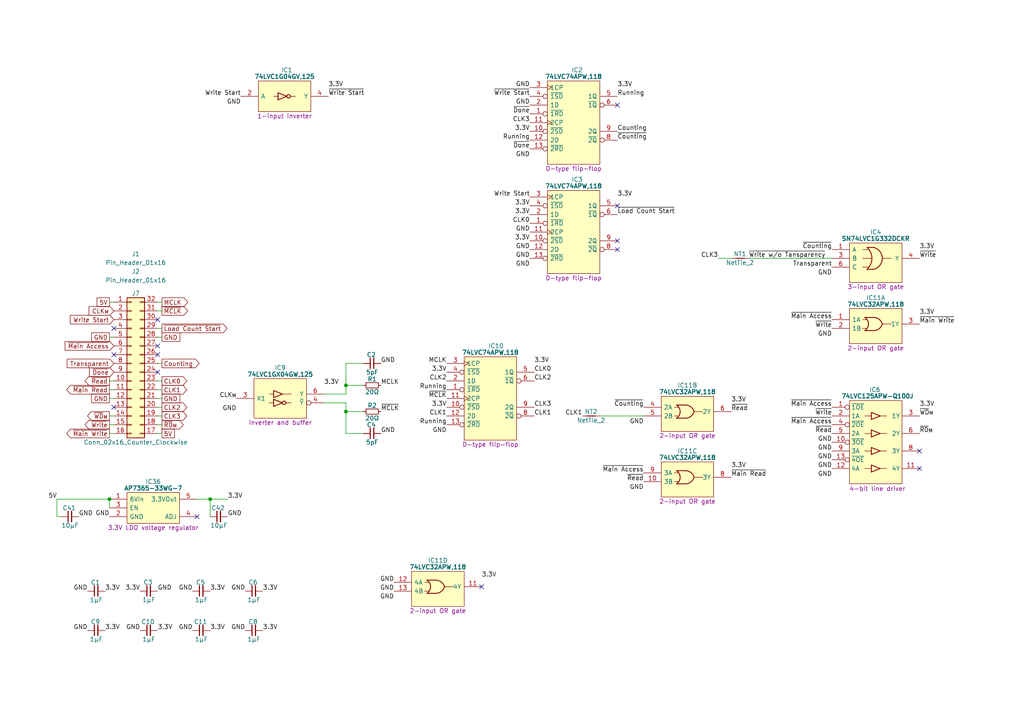
<source format=kicad_sch>
(kicad_sch
	(version 20250114)
	(generator "eeschema")
	(generator_version "9.0")
	(uuid "5ce90b85-49a2-4937-86c7-662b0d6f8431")
	(paper "A4")
	(title_block
		(title "Graphics Signals")
		(date "2024-09-05")
		(rev "V0")
	)
	(lib_symbols
		(symbol "Connector_Generic:Conn_02x16_Counter_Clockwise"
			(pin_names
				(offset 1.016)
				(hide yes)
			)
			(exclude_from_sim no)
			(in_bom yes)
			(on_board yes)
			(property "Reference" "J"
				(at 1.27 20.32 0)
				(effects
					(font
						(size 1.27 1.27)
					)
				)
			)
			(property "Value" "Conn_02x16_Counter_Clockwise"
				(at 1.27 -22.86 0)
				(effects
					(font
						(size 1.27 1.27)
					)
				)
			)
			(property "Footprint" ""
				(at 0 0 0)
				(effects
					(font
						(size 1.27 1.27)
					)
					(hide yes)
				)
			)
			(property "Datasheet" "~"
				(at 0 0 0)
				(effects
					(font
						(size 1.27 1.27)
					)
					(hide yes)
				)
			)
			(property "Description" "Generic connector, double row, 02x16, counter clockwise pin numbering scheme (similar to DIP package numbering), script generated (kicad-library-utils/schlib/autogen/connector/)"
				(at 0 0 0)
				(effects
					(font
						(size 1.27 1.27)
					)
					(hide yes)
				)
			)
			(property "ki_keywords" "connector"
				(at 0 0 0)
				(effects
					(font
						(size 1.27 1.27)
					)
					(hide yes)
				)
			)
			(property "ki_fp_filters" "Connector*:*_2x??_*"
				(at 0 0 0)
				(effects
					(font
						(size 1.27 1.27)
					)
					(hide yes)
				)
			)
			(symbol "Conn_02x16_Counter_Clockwise_1_1"
				(rectangle
					(start -1.27 19.05)
					(end 3.81 -21.59)
					(stroke
						(width 0.254)
						(type default)
					)
					(fill
						(type background)
					)
				)
				(rectangle
					(start -1.27 17.907)
					(end 0 17.653)
					(stroke
						(width 0.1524)
						(type default)
					)
					(fill
						(type none)
					)
				)
				(rectangle
					(start -1.27 15.367)
					(end 0 15.113)
					(stroke
						(width 0.1524)
						(type default)
					)
					(fill
						(type none)
					)
				)
				(rectangle
					(start -1.27 12.827)
					(end 0 12.573)
					(stroke
						(width 0.1524)
						(type default)
					)
					(fill
						(type none)
					)
				)
				(rectangle
					(start -1.27 10.287)
					(end 0 10.033)
					(stroke
						(width 0.1524)
						(type default)
					)
					(fill
						(type none)
					)
				)
				(rectangle
					(start -1.27 7.747)
					(end 0 7.493)
					(stroke
						(width 0.1524)
						(type default)
					)
					(fill
						(type none)
					)
				)
				(rectangle
					(start -1.27 5.207)
					(end 0 4.953)
					(stroke
						(width 0.1524)
						(type default)
					)
					(fill
						(type none)
					)
				)
				(rectangle
					(start -1.27 2.667)
					(end 0 2.413)
					(stroke
						(width 0.1524)
						(type default)
					)
					(fill
						(type none)
					)
				)
				(rectangle
					(start -1.27 0.127)
					(end 0 -0.127)
					(stroke
						(width 0.1524)
						(type default)
					)
					(fill
						(type none)
					)
				)
				(rectangle
					(start -1.27 -2.413)
					(end 0 -2.667)
					(stroke
						(width 0.1524)
						(type default)
					)
					(fill
						(type none)
					)
				)
				(rectangle
					(start -1.27 -4.953)
					(end 0 -5.207)
					(stroke
						(width 0.1524)
						(type default)
					)
					(fill
						(type none)
					)
				)
				(rectangle
					(start -1.27 -7.493)
					(end 0 -7.747)
					(stroke
						(width 0.1524)
						(type default)
					)
					(fill
						(type none)
					)
				)
				(rectangle
					(start -1.27 -10.033)
					(end 0 -10.287)
					(stroke
						(width 0.1524)
						(type default)
					)
					(fill
						(type none)
					)
				)
				(rectangle
					(start -1.27 -12.573)
					(end 0 -12.827)
					(stroke
						(width 0.1524)
						(type default)
					)
					(fill
						(type none)
					)
				)
				(rectangle
					(start -1.27 -15.113)
					(end 0 -15.367)
					(stroke
						(width 0.1524)
						(type default)
					)
					(fill
						(type none)
					)
				)
				(rectangle
					(start -1.27 -17.653)
					(end 0 -17.907)
					(stroke
						(width 0.1524)
						(type default)
					)
					(fill
						(type none)
					)
				)
				(rectangle
					(start -1.27 -20.193)
					(end 0 -20.447)
					(stroke
						(width 0.1524)
						(type default)
					)
					(fill
						(type none)
					)
				)
				(rectangle
					(start 3.81 17.907)
					(end 2.54 17.653)
					(stroke
						(width 0.1524)
						(type default)
					)
					(fill
						(type none)
					)
				)
				(rectangle
					(start 3.81 15.367)
					(end 2.54 15.113)
					(stroke
						(width 0.1524)
						(type default)
					)
					(fill
						(type none)
					)
				)
				(rectangle
					(start 3.81 12.827)
					(end 2.54 12.573)
					(stroke
						(width 0.1524)
						(type default)
					)
					(fill
						(type none)
					)
				)
				(rectangle
					(start 3.81 10.287)
					(end 2.54 10.033)
					(stroke
						(width 0.1524)
						(type default)
					)
					(fill
						(type none)
					)
				)
				(rectangle
					(start 3.81 7.747)
					(end 2.54 7.493)
					(stroke
						(width 0.1524)
						(type default)
					)
					(fill
						(type none)
					)
				)
				(rectangle
					(start 3.81 5.207)
					(end 2.54 4.953)
					(stroke
						(width 0.1524)
						(type default)
					)
					(fill
						(type none)
					)
				)
				(rectangle
					(start 3.81 2.667)
					(end 2.54 2.413)
					(stroke
						(width 0.1524)
						(type default)
					)
					(fill
						(type none)
					)
				)
				(rectangle
					(start 3.81 0.127)
					(end 2.54 -0.127)
					(stroke
						(width 0.1524)
						(type default)
					)
					(fill
						(type none)
					)
				)
				(rectangle
					(start 3.81 -2.413)
					(end 2.54 -2.667)
					(stroke
						(width 0.1524)
						(type default)
					)
					(fill
						(type none)
					)
				)
				(rectangle
					(start 3.81 -4.953)
					(end 2.54 -5.207)
					(stroke
						(width 0.1524)
						(type default)
					)
					(fill
						(type none)
					)
				)
				(rectangle
					(start 3.81 -7.493)
					(end 2.54 -7.747)
					(stroke
						(width 0.1524)
						(type default)
					)
					(fill
						(type none)
					)
				)
				(rectangle
					(start 3.81 -10.033)
					(end 2.54 -10.287)
					(stroke
						(width 0.1524)
						(type default)
					)
					(fill
						(type none)
					)
				)
				(rectangle
					(start 3.81 -12.573)
					(end 2.54 -12.827)
					(stroke
						(width 0.1524)
						(type default)
					)
					(fill
						(type none)
					)
				)
				(rectangle
					(start 3.81 -15.113)
					(end 2.54 -15.367)
					(stroke
						(width 0.1524)
						(type default)
					)
					(fill
						(type none)
					)
				)
				(rectangle
					(start 3.81 -17.653)
					(end 2.54 -17.907)
					(stroke
						(width 0.1524)
						(type default)
					)
					(fill
						(type none)
					)
				)
				(rectangle
					(start 3.81 -20.193)
					(end 2.54 -20.447)
					(stroke
						(width 0.1524)
						(type default)
					)
					(fill
						(type none)
					)
				)
				(pin passive line
					(at -5.08 17.78 0)
					(length 3.81)
					(name "Pin_1"
						(effects
							(font
								(size 1.27 1.27)
							)
						)
					)
					(number "1"
						(effects
							(font
								(size 1.27 1.27)
							)
						)
					)
				)
				(pin passive line
					(at -5.08 15.24 0)
					(length 3.81)
					(name "Pin_2"
						(effects
							(font
								(size 1.27 1.27)
							)
						)
					)
					(number "2"
						(effects
							(font
								(size 1.27 1.27)
							)
						)
					)
				)
				(pin passive line
					(at -5.08 12.7 0)
					(length 3.81)
					(name "Pin_3"
						(effects
							(font
								(size 1.27 1.27)
							)
						)
					)
					(number "3"
						(effects
							(font
								(size 1.27 1.27)
							)
						)
					)
				)
				(pin passive line
					(at -5.08 10.16 0)
					(length 3.81)
					(name "Pin_4"
						(effects
							(font
								(size 1.27 1.27)
							)
						)
					)
					(number "4"
						(effects
							(font
								(size 1.27 1.27)
							)
						)
					)
				)
				(pin passive line
					(at -5.08 7.62 0)
					(length 3.81)
					(name "Pin_5"
						(effects
							(font
								(size 1.27 1.27)
							)
						)
					)
					(number "5"
						(effects
							(font
								(size 1.27 1.27)
							)
						)
					)
				)
				(pin passive line
					(at -5.08 5.08 0)
					(length 3.81)
					(name "Pin_6"
						(effects
							(font
								(size 1.27 1.27)
							)
						)
					)
					(number "6"
						(effects
							(font
								(size 1.27 1.27)
							)
						)
					)
				)
				(pin passive line
					(at -5.08 2.54 0)
					(length 3.81)
					(name "Pin_7"
						(effects
							(font
								(size 1.27 1.27)
							)
						)
					)
					(number "7"
						(effects
							(font
								(size 1.27 1.27)
							)
						)
					)
				)
				(pin passive line
					(at -5.08 0 0)
					(length 3.81)
					(name "Pin_8"
						(effects
							(font
								(size 1.27 1.27)
							)
						)
					)
					(number "8"
						(effects
							(font
								(size 1.27 1.27)
							)
						)
					)
				)
				(pin passive line
					(at -5.08 -2.54 0)
					(length 3.81)
					(name "Pin_9"
						(effects
							(font
								(size 1.27 1.27)
							)
						)
					)
					(number "9"
						(effects
							(font
								(size 1.27 1.27)
							)
						)
					)
				)
				(pin passive line
					(at -5.08 -5.08 0)
					(length 3.81)
					(name "Pin_10"
						(effects
							(font
								(size 1.27 1.27)
							)
						)
					)
					(number "10"
						(effects
							(font
								(size 1.27 1.27)
							)
						)
					)
				)
				(pin passive line
					(at -5.08 -7.62 0)
					(length 3.81)
					(name "Pin_11"
						(effects
							(font
								(size 1.27 1.27)
							)
						)
					)
					(number "11"
						(effects
							(font
								(size 1.27 1.27)
							)
						)
					)
				)
				(pin passive line
					(at -5.08 -10.16 0)
					(length 3.81)
					(name "Pin_12"
						(effects
							(font
								(size 1.27 1.27)
							)
						)
					)
					(number "12"
						(effects
							(font
								(size 1.27 1.27)
							)
						)
					)
				)
				(pin passive line
					(at -5.08 -12.7 0)
					(length 3.81)
					(name "Pin_13"
						(effects
							(font
								(size 1.27 1.27)
							)
						)
					)
					(number "13"
						(effects
							(font
								(size 1.27 1.27)
							)
						)
					)
				)
				(pin passive line
					(at -5.08 -15.24 0)
					(length 3.81)
					(name "Pin_14"
						(effects
							(font
								(size 1.27 1.27)
							)
						)
					)
					(number "14"
						(effects
							(font
								(size 1.27 1.27)
							)
						)
					)
				)
				(pin passive line
					(at -5.08 -17.78 0)
					(length 3.81)
					(name "Pin_15"
						(effects
							(font
								(size 1.27 1.27)
							)
						)
					)
					(number "15"
						(effects
							(font
								(size 1.27 1.27)
							)
						)
					)
				)
				(pin passive line
					(at -5.08 -20.32 0)
					(length 3.81)
					(name "Pin_16"
						(effects
							(font
								(size 1.27 1.27)
							)
						)
					)
					(number "16"
						(effects
							(font
								(size 1.27 1.27)
							)
						)
					)
				)
				(pin passive line
					(at 7.62 17.78 180)
					(length 3.81)
					(name "Pin_32"
						(effects
							(font
								(size 1.27 1.27)
							)
						)
					)
					(number "32"
						(effects
							(font
								(size 1.27 1.27)
							)
						)
					)
				)
				(pin passive line
					(at 7.62 15.24 180)
					(length 3.81)
					(name "Pin_31"
						(effects
							(font
								(size 1.27 1.27)
							)
						)
					)
					(number "31"
						(effects
							(font
								(size 1.27 1.27)
							)
						)
					)
				)
				(pin passive line
					(at 7.62 12.7 180)
					(length 3.81)
					(name "Pin_30"
						(effects
							(font
								(size 1.27 1.27)
							)
						)
					)
					(number "30"
						(effects
							(font
								(size 1.27 1.27)
							)
						)
					)
				)
				(pin passive line
					(at 7.62 10.16 180)
					(length 3.81)
					(name "Pin_29"
						(effects
							(font
								(size 1.27 1.27)
							)
						)
					)
					(number "29"
						(effects
							(font
								(size 1.27 1.27)
							)
						)
					)
				)
				(pin passive line
					(at 7.62 7.62 180)
					(length 3.81)
					(name "Pin_28"
						(effects
							(font
								(size 1.27 1.27)
							)
						)
					)
					(number "28"
						(effects
							(font
								(size 1.27 1.27)
							)
						)
					)
				)
				(pin passive line
					(at 7.62 5.08 180)
					(length 3.81)
					(name "Pin_27"
						(effects
							(font
								(size 1.27 1.27)
							)
						)
					)
					(number "27"
						(effects
							(font
								(size 1.27 1.27)
							)
						)
					)
				)
				(pin passive line
					(at 7.62 2.54 180)
					(length 3.81)
					(name "Pin_26"
						(effects
							(font
								(size 1.27 1.27)
							)
						)
					)
					(number "26"
						(effects
							(font
								(size 1.27 1.27)
							)
						)
					)
				)
				(pin passive line
					(at 7.62 0 180)
					(length 3.81)
					(name "Pin_25"
						(effects
							(font
								(size 1.27 1.27)
							)
						)
					)
					(number "25"
						(effects
							(font
								(size 1.27 1.27)
							)
						)
					)
				)
				(pin passive line
					(at 7.62 -2.54 180)
					(length 3.81)
					(name "Pin_24"
						(effects
							(font
								(size 1.27 1.27)
							)
						)
					)
					(number "24"
						(effects
							(font
								(size 1.27 1.27)
							)
						)
					)
				)
				(pin passive line
					(at 7.62 -5.08 180)
					(length 3.81)
					(name "Pin_23"
						(effects
							(font
								(size 1.27 1.27)
							)
						)
					)
					(number "23"
						(effects
							(font
								(size 1.27 1.27)
							)
						)
					)
				)
				(pin passive line
					(at 7.62 -7.62 180)
					(length 3.81)
					(name "Pin_22"
						(effects
							(font
								(size 1.27 1.27)
							)
						)
					)
					(number "22"
						(effects
							(font
								(size 1.27 1.27)
							)
						)
					)
				)
				(pin passive line
					(at 7.62 -10.16 180)
					(length 3.81)
					(name "Pin_21"
						(effects
							(font
								(size 1.27 1.27)
							)
						)
					)
					(number "21"
						(effects
							(font
								(size 1.27 1.27)
							)
						)
					)
				)
				(pin passive line
					(at 7.62 -12.7 180)
					(length 3.81)
					(name "Pin_20"
						(effects
							(font
								(size 1.27 1.27)
							)
						)
					)
					(number "20"
						(effects
							(font
								(size 1.27 1.27)
							)
						)
					)
				)
				(pin passive line
					(at 7.62 -15.24 180)
					(length 3.81)
					(name "Pin_19"
						(effects
							(font
								(size 1.27 1.27)
							)
						)
					)
					(number "19"
						(effects
							(font
								(size 1.27 1.27)
							)
						)
					)
				)
				(pin passive line
					(at 7.62 -17.78 180)
					(length 3.81)
					(name "Pin_18"
						(effects
							(font
								(size 1.27 1.27)
							)
						)
					)
					(number "18"
						(effects
							(font
								(size 1.27 1.27)
							)
						)
					)
				)
				(pin passive line
					(at 7.62 -20.32 180)
					(length 3.81)
					(name "Pin_17"
						(effects
							(font
								(size 1.27 1.27)
							)
						)
					)
					(number "17"
						(effects
							(font
								(size 1.27 1.27)
							)
						)
					)
				)
			)
			(embedded_fonts no)
		)
		(symbol "Device:NetTie_2"
			(pin_numbers
				(hide yes)
			)
			(pin_names
				(offset 0)
				(hide yes)
			)
			(exclude_from_sim no)
			(in_bom no)
			(on_board yes)
			(property "Reference" "NT"
				(at 0 1.27 0)
				(effects
					(font
						(size 1.27 1.27)
					)
				)
			)
			(property "Value" "NetTie_2"
				(at 0 -1.27 0)
				(effects
					(font
						(size 1.27 1.27)
					)
				)
			)
			(property "Footprint" ""
				(at 0 0 0)
				(effects
					(font
						(size 1.27 1.27)
					)
					(hide yes)
				)
			)
			(property "Datasheet" "~"
				(at 0 0 0)
				(effects
					(font
						(size 1.27 1.27)
					)
					(hide yes)
				)
			)
			(property "Description" "Net tie, 2 pins"
				(at 0 0 0)
				(effects
					(font
						(size 1.27 1.27)
					)
					(hide yes)
				)
			)
			(property "ki_keywords" "net tie short"
				(at 0 0 0)
				(effects
					(font
						(size 1.27 1.27)
					)
					(hide yes)
				)
			)
			(property "ki_fp_filters" "Net*Tie*"
				(at 0 0 0)
				(effects
					(font
						(size 1.27 1.27)
					)
					(hide yes)
				)
			)
			(symbol "NetTie_2_0_1"
				(polyline
					(pts
						(xy -1.27 0) (xy 1.27 0)
					)
					(stroke
						(width 0.254)
						(type default)
					)
					(fill
						(type none)
					)
				)
			)
			(symbol "NetTie_2_1_1"
				(pin passive line
					(at -2.54 0 0)
					(length 2.54)
					(name "1"
						(effects
							(font
								(size 1.27 1.27)
							)
						)
					)
					(number "1"
						(effects
							(font
								(size 1.27 1.27)
							)
						)
					)
				)
				(pin passive line
					(at 2.54 0 180)
					(length 2.54)
					(name "2"
						(effects
							(font
								(size 1.27 1.27)
							)
						)
					)
					(number "2"
						(effects
							(font
								(size 1.27 1.27)
							)
						)
					)
				)
			)
			(embedded_fonts no)
		)
		(symbol "Diodes_Inc:AP7365-33WG-7"
			(pin_names
				(offset 0.762)
			)
			(exclude_from_sim no)
			(in_bom yes)
			(on_board yes)
			(property "Reference" "IC"
				(at 12.7 5.08 0)
				(effects
					(font
						(size 1.27 1.27)
					)
				)
			)
			(property "Value" "AP7365-33WG-7"
				(at 12.7 3.175 0)
				(effects
					(font
						(size 1.27 1.27)
						(bold yes)
					)
				)
			)
			(property "Footprint" "SamacSys_Parts:SOT95P285X130-5N"
				(at 21.59 -14.605 0)
				(effects
					(font
						(size 1.27 1.27)
					)
					(justify left)
					(hide yes)
				)
			)
			(property "Datasheet" "https://componentsearchengine.com/Datasheets/1/AP7365-33WG-7.pdf"
				(at 21.59 -17.145 0)
				(effects
					(font
						(size 1.27 1.27)
					)
					(justify left)
					(hide yes)
				)
			)
			(property "Description" "3.3V LDO voltage regulator"
				(at 12.7 -8.255 0)
				(effects
					(font
						(size 1.27 1.27)
					)
				)
			)
			(property "Height" "1.3"
				(at 21.59 -19.685 0)
				(effects
					(font
						(size 1.27 1.27)
					)
					(justify left)
					(hide yes)
				)
			)
			(property "Manufacturer_Name" "Diodes Inc."
				(at 21.59 -22.225 0)
				(effects
					(font
						(size 1.27 1.27)
					)
					(justify left)
					(hide yes)
				)
			)
			(property "Manufacturer_Part_Number" "AP7365-33WG-7"
				(at 21.59 -24.765 0)
				(effects
					(font
						(size 1.27 1.27)
					)
					(justify left)
					(hide yes)
				)
			)
			(property "Mouser Part Number" "621-AP7365-33WG-7"
				(at 21.59 -27.305 0)
				(effects
					(font
						(size 1.27 1.27)
					)
					(justify left)
					(hide yes)
				)
			)
			(property "Mouser Price/Stock" "https://www.mouser.co.uk/ProductDetail/Diodes-Incorporated/AP7365-33WG-7?qs=abZ1nkZpTuOZFvxvoFPL0w%3D%3D"
				(at 21.59 -29.845 0)
				(effects
					(font
						(size 1.27 1.27)
					)
					(justify left)
					(hide yes)
				)
			)
			(property "Arrow Part Number" "AP7365-33WG-7"
				(at 21.59 -32.385 0)
				(effects
					(font
						(size 1.27 1.27)
					)
					(justify left)
					(hide yes)
				)
			)
			(property "Arrow Price/Stock" "https://www.arrow.com/en/products/ap7365-33wg-7/diodes-incorporated?region=nac"
				(at 21.59 -34.925 0)
				(effects
					(font
						(size 1.27 1.27)
					)
					(justify left)
					(hide yes)
				)
			)
			(property "Silkscreen" "AP7365"
				(at 21.59 -12.065 0)
				(effects
					(font
						(size 1.27 1.27)
					)
					(justify left)
					(hide yes)
				)
			)
			(symbol "AP7365-33WG-7_0_0"
				(pin input line
					(at 0 -2.54 0)
					(length 5.08)
					(name "EN"
						(effects
							(font
								(size 1.27 1.27)
							)
						)
					)
					(number "3"
						(effects
							(font
								(size 1.27 1.27)
							)
						)
					)
				)
				(pin passive line
					(at 0 -5.08 0)
					(length 5.08)
					(name "GND"
						(effects
							(font
								(size 1.27 1.27)
							)
						)
					)
					(number "2"
						(effects
							(font
								(size 1.27 1.27)
							)
						)
					)
				)
				(pin passive line
					(at 25.4 -5.08 180)
					(length 5.08)
					(name "ADJ"
						(effects
							(font
								(size 1.27 1.27)
							)
						)
					)
					(number "4"
						(effects
							(font
								(size 1.27 1.27)
							)
						)
					)
				)
			)
			(symbol "AP7365-33WG-7_0_1"
				(polyline
					(pts
						(xy 5.08 1.905) (xy 20.32 1.905) (xy 20.32 -6.985) (xy 5.08 -6.985) (xy 5.08 1.905)
					)
					(stroke
						(width 0)
						(type default)
					)
					(fill
						(type background)
					)
				)
			)
			(symbol "AP7365-33WG-7_1_0"
				(pin passive line
					(at 0 0 0)
					(length 5.08)
					(name "6VIn"
						(effects
							(font
								(size 1.27 1.27)
							)
						)
					)
					(number "1"
						(effects
							(font
								(size 1.27 1.27)
							)
						)
					)
				)
				(pin passive line
					(at 25.4 0 180)
					(length 5.08)
					(name "3.3VOut"
						(effects
							(font
								(size 1.27 1.27)
							)
						)
					)
					(number "5"
						(effects
							(font
								(size 1.27 1.27)
							)
						)
					)
				)
			)
			(embedded_fonts no)
		)
		(symbol "HCP65:C_0805"
			(pin_numbers
				(hide yes)
			)
			(pin_names
				(offset 0.254)
				(hide yes)
			)
			(exclude_from_sim no)
			(in_bom yes)
			(on_board yes)
			(property "Reference" "C"
				(at 2.286 2.54 0)
				(effects
					(font
						(size 1.27 1.27)
					)
				)
			)
			(property "Value" "?μF"
				(at 2.54 -2.54 0)
				(effects
					(font
						(size 1.27 1.27)
					)
				)
			)
			(property "Footprint" "SamacSys_Parts:C_0805"
				(at 16.764 -7.62 0)
				(effects
					(font
						(size 1.27 1.27)
					)
					(hide yes)
				)
			)
			(property "Datasheet" ""
				(at 2.2225 0.3175 90)
				(effects
					(font
						(size 1.27 1.27)
					)
					(hide yes)
				)
			)
			(property "Description" ""
				(at 0 0 0)
				(effects
					(font
						(size 1.27 1.27)
					)
					(hide yes)
				)
			)
			(property "ki_keywords" "capacitor cap"
				(at 0 0 0)
				(effects
					(font
						(size 1.27 1.27)
					)
					(hide yes)
				)
			)
			(property "ki_fp_filters" "C_*"
				(at 0 0 0)
				(effects
					(font
						(size 1.27 1.27)
					)
					(hide yes)
				)
			)
			(symbol "C_0805_0_1"
				(polyline
					(pts
						(xy 1.9685 -1.4605) (xy 1.9685 1.5875)
					)
					(stroke
						(width 0.3048)
						(type default)
					)
					(fill
						(type none)
					)
				)
				(polyline
					(pts
						(xy 2.9845 -1.4605) (xy 2.9845 1.5875)
					)
					(stroke
						(width 0.3302)
						(type default)
					)
					(fill
						(type none)
					)
				)
			)
			(symbol "C_0805_1_1"
				(pin passive line
					(at 0 0 0)
					(length 2.032)
					(name "~"
						(effects
							(font
								(size 1.27 1.27)
							)
						)
					)
					(number "1"
						(effects
							(font
								(size 1.27 1.27)
							)
						)
					)
				)
				(pin passive line
					(at 5.08 0 180)
					(length 2.032)
					(name "~"
						(effects
							(font
								(size 1.27 1.27)
							)
						)
					)
					(number "2"
						(effects
							(font
								(size 1.27 1.27)
							)
						)
					)
				)
			)
			(embedded_fonts no)
		)
		(symbol "HCP65:Pin_Header_01x32"
			(pin_names
				(offset 1.016)
				(hide yes)
			)
			(exclude_from_sim no)
			(in_bom yes)
			(on_board yes)
			(property "Reference" "J"
				(at 0 1.27 0)
				(effects
					(font
						(size 1.27 1.27)
					)
				)
			)
			(property "Value" "Pin_Header_01x32"
				(at 0 -1.27 0)
				(effects
					(font
						(size 1.27 1.27)
					)
				)
			)
			(property "Footprint" "SamacSys_Parts:PinHeader_1x32_P2.54mm_Vertical"
				(at 0 -3.81 0)
				(effects
					(font
						(size 1.27 1.27)
					)
					(hide yes)
				)
			)
			(property "Datasheet" "~"
				(at -5.08 0 0)
				(effects
					(font
						(size 1.27 1.27)
					)
					(hide yes)
				)
			)
			(property "Description" ""
				(at 0 0 0)
				(effects
					(font
						(size 1.27 1.27)
					)
					(hide yes)
				)
			)
			(property "ki_fp_filters" "Connector*:*_1x??_*"
				(at 0 0 0)
				(effects
					(font
						(size 1.27 1.27)
					)
					(hide yes)
				)
			)
			(embedded_fonts no)
		)
		(symbol "HCP65:R_0805"
			(pin_numbers
				(hide yes)
			)
			(pin_names
				(hide yes)
			)
			(exclude_from_sim no)
			(in_bom yes)
			(on_board yes)
			(property "Reference" "R"
				(at 2.54 1.778 0)
				(effects
					(font
						(size 1.27 1.27)
					)
				)
			)
			(property "Value" "?Ω"
				(at 2.54 -1.905 0)
				(effects
					(font
						(size 1.27 1.27)
					)
				)
			)
			(property "Footprint" "SamacSys_Parts:R_0805"
				(at 17.526 -7.62 0)
				(effects
					(font
						(size 1.27 1.27)
					)
					(hide yes)
				)
			)
			(property "Datasheet" ""
				(at 0 0 0)
				(effects
					(font
						(size 1.27 1.27)
					)
					(hide yes)
				)
			)
			(property "Description" ""
				(at 0 0 0)
				(effects
					(font
						(size 1.27 1.27)
					)
					(hide yes)
				)
			)
			(symbol "R_0805_0_1"
				(rectangle
					(start 0.762 0.762)
					(end 4.318 -0.762)
					(stroke
						(width 0.2032)
						(type default)
					)
					(fill
						(type none)
					)
				)
			)
			(symbol "R_0805_1_1"
				(pin passive line
					(at 0 0 0)
					(length 0.72)
					(name "~"
						(effects
							(font
								(size 1.27 1.27)
							)
						)
					)
					(number "1"
						(effects
							(font
								(size 1.27 1.27)
							)
						)
					)
				)
				(pin passive line
					(at 5.08 0 180)
					(length 0.72)
					(name "~"
						(effects
							(font
								(size 1.27 1.27)
							)
						)
					)
					(number "2"
						(effects
							(font
								(size 1.27 1.27)
							)
						)
					)
				)
			)
			(embedded_fonts no)
		)
		(symbol "Nexperia:74LVC125APW-Q100J"
			(exclude_from_sim no)
			(in_bom yes)
			(on_board yes)
			(property "Reference" "IC"
				(at 12.446 5.08 0)
				(effects
					(font
						(size 1.27 1.27)
					)
				)
			)
			(property "Value" "74LVC125APW-Q100J"
				(at 13.208 4.064 0)
				(effects
					(font
						(size 1.27 1.27)
						(bold yes)
					)
					(justify top)
				)
			)
			(property "Footprint" "SamacSys_Parts:SOP65P640X110-14N"
				(at 24.765 -33.782 0)
				(effects
					(font
						(size 1.27 1.27)
					)
					(justify left top)
					(hide yes)
				)
			)
			(property "Datasheet" "https://assets.nexperia.com/documents/data-sheet/74LVC125A_Q100.pdf"
				(at 24.765 -36.195 0)
				(effects
					(font
						(size 1.27 1.27)
					)
					(justify left top)
					(hide yes)
				)
			)
			(property "Description" "4-bit line driver"
				(at 13.208 -23.622 0)
				(effects
					(font
						(size 1.27 1.27)
					)
				)
			)
			(property "Height" "1.1"
				(at 24.13 -394.92 0)
				(effects
					(font
						(size 1.27 1.27)
					)
					(justify left top)
					(hide yes)
				)
			)
			(property "Manufacturer_Name" "Nexperia"
				(at 24.13 -494.92 0)
				(effects
					(font
						(size 1.27 1.27)
					)
					(justify left top)
					(hide yes)
				)
			)
			(property "Manufacturer_Part_Number" "74LVC125APW-Q100J"
				(at 24.765 -38.735 0)
				(effects
					(font
						(size 1.27 1.27)
					)
					(justify left top)
					(hide yes)
				)
			)
			(property "Mouser Part Number" "771-74LVC125APWQ100J"
				(at 24.765 -41.275 0)
				(effects
					(font
						(size 1.27 1.27)
					)
					(justify left top)
					(hide yes)
				)
			)
			(property "Mouser Price/Stock" "https://www.mouser.co.uk/ProductDetail/Nexperia/74LVC125APW-Q100J?qs=fi7yB2oewZnvEQIDK5FFLg%3D%3D"
				(at 24.765 -43.815 0)
				(effects
					(font
						(size 1.27 1.27)
					)
					(justify left top)
					(hide yes)
				)
			)
			(property "Silkscreen" "74LVC125"
				(at 24.765 -32.385 0)
				(effects
					(font
						(size 1.27 1.27)
					)
					(justify left)
					(hide yes)
				)
			)
			(symbol "74LVC125APW-Q100J_0_0"
				(pin input line
					(at 0 -2.54 0)
					(length 5.08)
					(name "1A"
						(effects
							(font
								(size 1.27 1.27)
							)
						)
					)
					(number "2"
						(effects
							(font
								(size 1.27 1.27)
							)
						)
					)
				)
				(pin input line
					(at 0 -7.62 0)
					(length 5.08)
					(name "2A"
						(effects
							(font
								(size 1.27 1.27)
							)
						)
					)
					(number "5"
						(effects
							(font
								(size 1.27 1.27)
							)
						)
					)
				)
				(pin input line
					(at 0 -12.7 0)
					(length 5.08)
					(name "3A"
						(effects
							(font
								(size 1.27 1.27)
							)
						)
					)
					(number "9"
						(effects
							(font
								(size 1.27 1.27)
							)
						)
					)
				)
				(pin input line
					(at 0 -17.78 0)
					(length 5.08)
					(name "4A"
						(effects
							(font
								(size 1.27 1.27)
							)
						)
					)
					(number "12"
						(effects
							(font
								(size 1.27 1.27)
							)
						)
					)
				)
				(pin tri_state line
					(at 25.4 -2.54 180)
					(length 5.08)
					(name "1Y"
						(effects
							(font
								(size 1.27 1.27)
							)
						)
					)
					(number "3"
						(effects
							(font
								(size 1.27 1.27)
							)
						)
					)
				)
				(pin tri_state line
					(at 25.4 -7.62 180)
					(length 5.08)
					(name "2Y"
						(effects
							(font
								(size 1.27 1.27)
							)
						)
					)
					(number "6"
						(effects
							(font
								(size 1.27 1.27)
							)
						)
					)
				)
				(pin tri_state line
					(at 25.4 -12.7 180)
					(length 5.08)
					(name "3Y"
						(effects
							(font
								(size 1.27 1.27)
							)
						)
					)
					(number "8"
						(effects
							(font
								(size 1.27 1.27)
							)
						)
					)
				)
				(pin tri_state line
					(at 25.4 -17.78 180)
					(length 5.08)
					(name "4Y"
						(effects
							(font
								(size 1.27 1.27)
							)
						)
					)
					(number "11"
						(effects
							(font
								(size 1.27 1.27)
							)
						)
					)
				)
			)
			(symbol "74LVC125APW-Q100J_0_1"
				(polyline
					(pts
						(xy 5.08 1.905) (xy 20.32 1.905) (xy 20.32 -22.225) (xy 5.08 -22.225) (xy 5.08 1.905)
					)
					(stroke
						(width 0.1524)
						(type default)
					)
					(fill
						(type background)
					)
				)
				(polyline
					(pts
						(xy 9.525 -2.54) (xy 11.43 -2.54)
					)
					(stroke
						(width 0)
						(type default)
					)
					(fill
						(type none)
					)
				)
				(polyline
					(pts
						(xy 9.525 -7.62) (xy 11.43 -7.62)
					)
					(stroke
						(width 0)
						(type default)
					)
					(fill
						(type none)
					)
				)
				(polyline
					(pts
						(xy 9.525 -12.7) (xy 11.43 -12.7)
					)
					(stroke
						(width 0)
						(type default)
					)
					(fill
						(type none)
					)
				)
				(polyline
					(pts
						(xy 9.525 -17.78) (xy 11.43 -17.78)
					)
					(stroke
						(width 0)
						(type default)
					)
					(fill
						(type none)
					)
				)
				(rectangle
					(start 11.43 -1.524)
					(end 11.43 -3.556)
					(stroke
						(width 0.254)
						(type default)
					)
					(fill
						(type background)
					)
				)
				(polyline
					(pts
						(xy 11.43 -3.556) (xy 13.97 -2.54) (xy 11.43 -1.524)
					)
					(stroke
						(width 0.254)
						(type default)
					)
					(fill
						(type none)
					)
				)
				(rectangle
					(start 11.43 -6.604)
					(end 11.43 -8.636)
					(stroke
						(width 0.254)
						(type default)
					)
					(fill
						(type background)
					)
				)
				(polyline
					(pts
						(xy 11.43 -8.636) (xy 13.97 -7.62) (xy 11.43 -6.604)
					)
					(stroke
						(width 0.254)
						(type default)
					)
					(fill
						(type none)
					)
				)
				(rectangle
					(start 11.43 -11.684)
					(end 11.43 -13.716)
					(stroke
						(width 0.254)
						(type default)
					)
					(fill
						(type background)
					)
				)
				(polyline
					(pts
						(xy 11.43 -13.716) (xy 13.97 -12.7) (xy 11.43 -11.684)
					)
					(stroke
						(width 0.254)
						(type default)
					)
					(fill
						(type none)
					)
				)
				(rectangle
					(start 11.43 -16.764)
					(end 11.43 -18.796)
					(stroke
						(width 0.254)
						(type default)
					)
					(fill
						(type background)
					)
				)
				(polyline
					(pts
						(xy 11.43 -18.796) (xy 13.97 -17.78) (xy 11.43 -16.764)
					)
					(stroke
						(width 0.254)
						(type default)
					)
					(fill
						(type none)
					)
				)
				(polyline
					(pts
						(xy 13.97 -2.54) (xy 15.875 -2.54)
					)
					(stroke
						(width 0)
						(type default)
					)
					(fill
						(type none)
					)
				)
				(polyline
					(pts
						(xy 13.97 -7.62) (xy 15.875 -7.62)
					)
					(stroke
						(width 0)
						(type default)
					)
					(fill
						(type none)
					)
				)
				(polyline
					(pts
						(xy 13.97 -12.7) (xy 15.875 -12.7)
					)
					(stroke
						(width 0)
						(type default)
					)
					(fill
						(type none)
					)
				)
				(polyline
					(pts
						(xy 13.97 -17.78) (xy 15.875 -17.78)
					)
					(stroke
						(width 0)
						(type default)
					)
					(fill
						(type none)
					)
				)
			)
			(symbol "74LVC125APW-Q100J_1_0"
				(pin input inverted
					(at 0 0 0)
					(length 5.08)
					(name "~{1OE}"
						(effects
							(font
								(size 1.27 1.27)
							)
						)
					)
					(number "1"
						(effects
							(font
								(size 1.27 1.27)
							)
						)
					)
				)
				(pin input inverted
					(at 0 -5.08 0)
					(length 5.08)
					(name "~{2OE}"
						(effects
							(font
								(size 1.27 1.27)
							)
						)
					)
					(number "4"
						(effects
							(font
								(size 1.27 1.27)
							)
						)
					)
				)
				(pin input inverted
					(at 0 -10.16 0)
					(length 5.08)
					(name "~{3OE}"
						(effects
							(font
								(size 1.27 1.27)
							)
						)
					)
					(number "10"
						(effects
							(font
								(size 1.27 1.27)
							)
						)
					)
				)
				(pin input inverted
					(at 0 -15.24 0)
					(length 5.08)
					(name "~{4OE}"
						(effects
							(font
								(size 1.27 1.27)
							)
						)
					)
					(number "13"
						(effects
							(font
								(size 1.27 1.27)
							)
						)
					)
				)
				(pin passive line
					(at 0 -20.32 0)
					(length 5.08)
					(hide yes)
					(name "GND"
						(effects
							(font
								(size 1.27 1.27)
							)
						)
					)
					(number "7"
						(effects
							(font
								(size 1.27 1.27)
							)
						)
					)
				)
				(pin passive line
					(at 25.4 0 180)
					(length 5.08)
					(hide yes)
					(name "3V"
						(effects
							(font
								(size 1.27 1.27)
							)
						)
					)
					(number "14"
						(effects
							(font
								(size 1.27 1.27)
							)
						)
					)
				)
			)
			(embedded_fonts no)
		)
		(symbol "Nexperia:74LVC1G04GV,125"
			(pin_names
				(offset 0.762)
			)
			(exclude_from_sim no)
			(in_bom yes)
			(on_board yes)
			(property "Reference" "IC"
				(at 13.335 5.08 0)
				(effects
					(font
						(size 1.27 1.27)
					)
				)
			)
			(property "Value" "74LVC1G04GV,125"
				(at 12.7 3.175 0)
				(effects
					(font
						(size 1.27 1.27)
						(bold yes)
					)
				)
			)
			(property "Footprint" "SamacSys_Parts:SOT95P275X110-5N"
				(at 26.035 -22.86 0)
				(effects
					(font
						(size 1.27 1.27)
					)
					(justify left)
					(hide yes)
				)
			)
			(property "Datasheet" "https://assets.nexperia.com/documents/data-sheet/74LVC1G04.pdf"
				(at 26.035 -25.4 0)
				(effects
					(font
						(size 1.27 1.27)
					)
					(justify left)
					(hide yes)
				)
			)
			(property "Description" "1-input inverter"
				(at 12.7 -8.255 0)
				(effects
					(font
						(size 1.27 1.27)
					)
				)
			)
			(property "Height" "1.1"
				(at 26.035 -30.48 0)
				(effects
					(font
						(size 1.27 1.27)
					)
					(justify left)
					(hide yes)
				)
			)
			(property "Manufacturer_Name" "Nexperia"
				(at 26.035 -33.02 0)
				(effects
					(font
						(size 1.27 1.27)
					)
					(justify left)
					(hide yes)
				)
			)
			(property "Manufacturer_Part_Number" "74LVC1G04GV,125"
				(at 26.035 -35.56 0)
				(effects
					(font
						(size 1.27 1.27)
					)
					(justify left)
					(hide yes)
				)
			)
			(property "Mouser Part Number" "771-74LVC1G04GV"
				(at 26.035 -38.1 0)
				(effects
					(font
						(size 1.27 1.27)
					)
					(justify left)
					(hide yes)
				)
			)
			(property "Mouser Price/Stock" "https://www.mouser.co.uk/ProductDetail/Nexperia/74LVC1G04GV125?qs=me8TqzrmIYW6McwMAxl%2F9w%3D%3D"
				(at 26.035 -40.64 0)
				(effects
					(font
						(size 1.27 1.27)
					)
					(justify left)
					(hide yes)
				)
			)
			(property "Silkscreen" "'1G04"
				(at 13.335 -10.795 0)
				(effects
					(font
						(size 1.27 1.27)
					)
					(hide yes)
				)
			)
			(symbol "74LVC1G04GV,125_0_0"
				(pin input line
					(at 0 -2.54 0)
					(length 5.08)
					(name "A"
						(effects
							(font
								(size 1.27 1.27)
							)
						)
					)
					(number "2"
						(effects
							(font
								(size 1.27 1.27)
							)
						)
					)
				)
				(pin passive line
					(at 0 -5.08 0)
					(length 5.08)
					(hide yes)
					(name "GND"
						(effects
							(font
								(size 1.27 1.27)
							)
						)
					)
					(number "3"
						(effects
							(font
								(size 1.27 1.27)
							)
						)
					)
				)
				(pin passive line
					(at 25.4 0 180)
					(length 5.08)
					(hide yes)
					(name "3V"
						(effects
							(font
								(size 1.27 1.27)
							)
						)
					)
					(number "5"
						(effects
							(font
								(size 1.27 1.27)
							)
						)
					)
				)
				(pin output line
					(at 25.4 -2.54 180)
					(length 5.08)
					(name "Y"
						(effects
							(font
								(size 1.27 1.27)
							)
						)
					)
					(number "4"
						(effects
							(font
								(size 1.27 1.27)
							)
						)
					)
				)
			)
			(symbol "74LVC1G04GV,125_0_1"
				(polyline
					(pts
						(xy 5.08 1.905) (xy 20.32 1.905) (xy 20.32 -6.985) (xy 5.08 -6.985) (xy 5.08 1.905)
					)
					(stroke
						(width 0.1524)
						(type default)
					)
					(fill
						(type background)
					)
				)
				(polyline
					(pts
						(xy 9.525 -2.54) (xy 10.7949 -2.54)
					)
					(stroke
						(width 0)
						(type default)
					)
					(fill
						(type none)
					)
				)
				(rectangle
					(start 10.795 -1.524)
					(end 10.795 -3.556)
					(stroke
						(width 0.254)
						(type default)
					)
					(fill
						(type background)
					)
				)
				(polyline
					(pts
						(xy 10.795 -3.556) (xy 13.335 -2.54) (xy 10.795 -1.524)
					)
					(stroke
						(width 0.254)
						(type default)
					)
					(fill
						(type none)
					)
				)
				(circle
					(center 13.843 -2.54)
					(radius 0.508)
					(stroke
						(width 0.254)
						(type default)
					)
					(fill
						(type none)
					)
				)
				(polyline
					(pts
						(xy 14.351 -2.54) (xy 15.875 -2.54)
					)
					(stroke
						(width 0)
						(type default)
					)
					(fill
						(type none)
					)
				)
			)
			(symbol "74LVC1G04GV,125_1_0"
				(pin no_connect line
					(at 25.4 -5.08 180)
					(length 5.08)
					(hide yes)
					(name "N.C."
						(effects
							(font
								(size 1.27 1.27)
							)
						)
					)
					(number "1"
						(effects
							(font
								(size 1.27 1.27)
							)
						)
					)
				)
			)
			(embedded_fonts no)
		)
		(symbol "Nexperia:74LVC1GX04GW,125"
			(pin_names
				(offset 0.762)
			)
			(exclude_from_sim no)
			(in_bom yes)
			(on_board yes)
			(property "Reference" "IC"
				(at 12.7 5.08 0)
				(effects
					(font
						(size 1.27 1.27)
					)
				)
			)
			(property "Value" "74LVC1GX04GW,125"
				(at 12.7 3.175 0)
				(effects
					(font
						(size 1.27 1.27)
						(bold yes)
					)
				)
			)
			(property "Footprint" "SamacSys_Parts:SOP65P210X110-6N"
				(at 23.495 -14.605 0)
				(effects
					(font
						(size 1.27 1.27)
					)
					(justify left)
					(hide yes)
				)
			)
			(property "Datasheet" "https://assets.nexperia.com/documents/data-sheet/74LVC1GX04.pdf"
				(at 23.495 -17.145 0)
				(effects
					(font
						(size 1.27 1.27)
					)
					(justify left)
					(hide yes)
				)
			)
			(property "Description" "inverter and buffer"
				(at 12.7 -10.795 0)
				(effects
					(font
						(size 1.27 1.27)
					)
				)
			)
			(property "Height" "1.1"
				(at 23.495 -22.225 0)
				(effects
					(font
						(size 1.27 1.27)
					)
					(justify left)
					(hide yes)
				)
			)
			(property "Manufacturer_Name" "Nexperia"
				(at 23.495 -24.765 0)
				(effects
					(font
						(size 1.27 1.27)
					)
					(justify left)
					(hide yes)
				)
			)
			(property "Manufacturer_Part_Number" "74LVC1GX04GW,125"
				(at 23.495 -27.305 0)
				(effects
					(font
						(size 1.27 1.27)
					)
					(justify left)
					(hide yes)
				)
			)
			(property "Mouser Part Number" "771-74LVC1GX04GW-G"
				(at 23.495 -29.845 0)
				(effects
					(font
						(size 1.27 1.27)
					)
					(justify left)
					(hide yes)
				)
			)
			(property "Mouser Price/Stock" "https://www.mouser.co.uk/ProductDetail/Nexperia/74LVC1GX04GW125?qs=me8TqzrmIYXdz6qx7bR6zQ%3D%3D"
				(at 23.495 -32.385 0)
				(effects
					(font
						(size 1.27 1.27)
					)
					(justify left)
					(hide yes)
				)
			)
			(property "Silkscreen" "'1GX04"
				(at 12.7 -13.335 0)
				(effects
					(font
						(size 1.27 1.27)
					)
					(hide yes)
				)
			)
			(property "Garbage" "NEXPERIA - 74LVC1GX04GW,125 - LOGIC, CRYSTAL OSCILLATOR DRIVER, SC88-6"
				(at 0 0 0)
				(effects
					(font
						(size 1.27 1.27)
					)
					(hide yes)
				)
			)
			(symbol "74LVC1GX04GW,125_0_0"
				(pin no_connect line
					(at 0 0 0)
					(length 5.08)
					(hide yes)
					(name "n.c."
						(effects
							(font
								(size 1.27 1.27)
							)
						)
					)
					(number "1"
						(effects
							(font
								(size 1.27 1.27)
							)
						)
					)
				)
				(pin input line
					(at 0 -3.81 0)
					(length 5.08)
					(name "X1"
						(effects
							(font
								(size 1.27 1.27)
							)
						)
					)
					(number "3"
						(effects
							(font
								(size 1.27 1.27)
							)
						)
					)
				)
				(pin passive line
					(at 0 -7.62 0)
					(length 5.08)
					(hide yes)
					(name "GND"
						(effects
							(font
								(size 1.27 1.27)
							)
						)
					)
					(number "2"
						(effects
							(font
								(size 1.27 1.27)
							)
						)
					)
				)
				(pin passive line
					(at 25.4 0 180)
					(length 5.08)
					(hide yes)
					(name "3V"
						(effects
							(font
								(size 1.27 1.27)
							)
						)
					)
					(number "5"
						(effects
							(font
								(size 1.27 1.27)
							)
						)
					)
				)
				(pin output line
					(at 25.4 -2.54 180)
					(length 5.08)
					(name "Y"
						(effects
							(font
								(size 1.27 1.27)
							)
						)
					)
					(number "6"
						(effects
							(font
								(size 1.27 1.27)
							)
						)
					)
				)
				(pin output inverted
					(at 25.4 -5.08 180)
					(length 5.08)
					(name "~{Y}"
						(effects
							(font
								(size 1.27 1.27)
							)
						)
					)
					(number "4"
						(effects
							(font
								(size 1.27 1.27)
							)
						)
					)
				)
			)
			(symbol "74LVC1GX04GW,125_0_1"
				(polyline
					(pts
						(xy 5.08 1.905) (xy 20.32 1.905) (xy 20.32 -9.525) (xy 5.08 -9.525) (xy 5.08 1.905)
					)
					(stroke
						(width 0.1524)
						(type default)
					)
					(fill
						(type background)
					)
				)
				(polyline
					(pts
						(xy 9.525 -2.54) (xy 10.7949 -2.54)
					)
					(stroke
						(width 0)
						(type default)
					)
					(fill
						(type none)
					)
				)
				(polyline
					(pts
						(xy 9.525 -5.08) (xy 10.7949 -5.08)
					)
					(stroke
						(width 0)
						(type default)
					)
					(fill
						(type none)
					)
				)
				(rectangle
					(start 10.795 -1.524)
					(end 10.795 -3.556)
					(stroke
						(width 0.254)
						(type default)
					)
					(fill
						(type background)
					)
				)
				(polyline
					(pts
						(xy 10.795 -3.556) (xy 13.335 -2.54) (xy 10.795 -1.524)
					)
					(stroke
						(width 0.254)
						(type default)
					)
					(fill
						(type none)
					)
				)
				(rectangle
					(start 10.795 -4.064)
					(end 10.795 -6.096)
					(stroke
						(width 0.254)
						(type default)
					)
					(fill
						(type background)
					)
				)
				(polyline
					(pts
						(xy 10.795 -6.096) (xy 13.335 -5.08) (xy 10.795 -4.064)
					)
					(stroke
						(width 0.254)
						(type default)
					)
					(fill
						(type none)
					)
				)
				(polyline
					(pts
						(xy 13.335 -2.54) (xy 15.875 -2.54)
					)
					(stroke
						(width 0)
						(type default)
					)
					(fill
						(type none)
					)
				)
				(circle
					(center 13.843 -5.08)
					(radius 0.508)
					(stroke
						(width 0.254)
						(type default)
					)
					(fill
						(type none)
					)
				)
				(polyline
					(pts
						(xy 14.351 -5.08) (xy 15.875 -5.08)
					)
					(stroke
						(width 0)
						(type default)
					)
					(fill
						(type none)
					)
				)
			)
			(embedded_fonts no)
		)
		(symbol "Nexperia:74LVC32APW,118_Multi"
			(pin_names
				(offset 0.762)
			)
			(exclude_from_sim no)
			(in_bom yes)
			(on_board yes)
			(property "Reference" "IC"
				(at 12.7 6.35 0)
				(effects
					(font
						(size 1.27 1.27)
					)
				)
			)
			(property "Value" "74LVC32APW,118"
				(at 12.7 4.445 0)
				(effects
					(font
						(size 1.27 1.27)
						(bold yes)
					)
				)
			)
			(property "Footprint" "SamacSys_Parts:SOP65P640X110-14N"
				(at 26.67 -11.43 0)
				(effects
					(font
						(size 1.27 1.27)
					)
					(justify left)
					(hide yes)
				)
			)
			(property "Datasheet" "https://assets.nexperia.com/documents/data-sheet/74LVC32A.pdf"
				(at 26.67 -29.21 0)
				(effects
					(font
						(size 1.27 1.27)
					)
					(justify left)
					(hide yes)
				)
			)
			(property "Description" "2-input OR gate"
				(at 12.7 -8.255 0)
				(effects
					(font
						(size 1.27 1.27)
					)
				)
			)
			(property "Height" "1.1"
				(at 26.67 -13.97 0)
				(effects
					(font
						(size 1.27 1.27)
					)
					(justify left)
					(hide yes)
				)
			)
			(property "Manufacturer_Name" "Nexperia"
				(at 26.67 -16.51 0)
				(effects
					(font
						(size 1.27 1.27)
					)
					(justify left)
					(hide yes)
				)
			)
			(property "Manufacturer_Part_Number" "74LVC32APW,118"
				(at 26.67 -19.05 0)
				(effects
					(font
						(size 1.27 1.27)
					)
					(justify left)
					(hide yes)
				)
			)
			(property "Mouser Part Number" "771-74LVC32APW-T"
				(at 26.67 -21.59 0)
				(effects
					(font
						(size 1.27 1.27)
					)
					(justify left)
					(hide yes)
				)
			)
			(property "Mouser Price/Stock" "https://www.mouser.com/Search/Refine.aspx?Keyword=771-74LVC32APW-T"
				(at 26.67 -24.13 0)
				(effects
					(font
						(size 1.27 1.27)
					)
					(justify left)
					(hide yes)
				)
			)
			(property "Silkscreen" "74LVC32"
				(at 26.67 -26.67 0)
				(effects
					(font
						(size 1.27 1.27)
					)
					(justify left)
					(hide yes)
				)
			)
			(symbol "74LVC32APW,118_Multi_0_0"
				(pin passive line
					(at 0 -5.08 0)
					(length 5.08)
					(hide yes)
					(name "GND"
						(effects
							(font
								(size 1.27 1.27)
							)
						)
					)
					(number "7"
						(effects
							(font
								(size 1.27 1.27)
							)
						)
					)
				)
				(pin passive line
					(at 25.4 1.27 180)
					(length 5.08)
					(hide yes)
					(name "3V"
						(effects
							(font
								(size 1.27 1.27)
							)
						)
					)
					(number "14"
						(effects
							(font
								(size 1.27 1.27)
							)
						)
					)
				)
			)
			(symbol "74LVC32APW,118_Multi_0_1"
				(polyline
					(pts
						(xy 5.08 3.175) (xy 20.32 3.175) (xy 20.32 -6.985) (xy 5.08 -6.985) (xy 5.08 3.175)
					)
					(stroke
						(width 0.1524)
						(type default)
					)
					(fill
						(type background)
					)
				)
				(arc
					(start 9.525 0.635)
					(mid 10.5849 -1.27)
					(end 9.525 -3.175)
					(stroke
						(width 0.254)
						(type default)
					)
					(fill
						(type none)
					)
				)
				(polyline
					(pts
						(xy 8.89 0) (xy 10.1599 0)
					)
					(stroke
						(width 0)
						(type default)
					)
					(fill
						(type none)
					)
				)
				(polyline
					(pts
						(xy 8.89 -2.54) (xy 10.1599 -2.54)
					)
					(stroke
						(width 0)
						(type default)
					)
					(fill
						(type none)
					)
				)
				(polyline
					(pts
						(xy 12.065 0.635) (xy 9.525 0.635)
					)
					(stroke
						(width 0.254)
						(type default)
					)
					(fill
						(type background)
					)
				)
				(polyline
					(pts
						(xy 12.065 -3.175) (xy 9.525 -3.175)
					)
					(stroke
						(width 0.254)
						(type default)
					)
					(fill
						(type background)
					)
				)
				(arc
					(start 14.605 -1.27)
					(mid 13.6633 -2.6604)
					(end 12.065 -3.175)
					(stroke
						(width 0.254)
						(type default)
					)
					(fill
						(type none)
					)
				)
				(arc
					(start 12.065 0.635)
					(mid 13.664 0.1212)
					(end 14.605 -1.27)
					(stroke
						(width 0.254)
						(type default)
					)
					(fill
						(type none)
					)
				)
				(polyline
					(pts
						(xy 14.605 -1.27) (xy 17.145 -1.27)
					)
					(stroke
						(width 0)
						(type default)
					)
					(fill
						(type none)
					)
				)
			)
			(symbol "74LVC32APW,118_Multi_1_0"
				(pin passive line
					(at 0 0 0)
					(length 5.08)
					(name "1A"
						(effects
							(font
								(size 1.27 1.27)
							)
						)
					)
					(number "1"
						(effects
							(font
								(size 1.27 1.27)
							)
						)
					)
				)
				(pin passive line
					(at 0 -2.54 0)
					(length 5.08)
					(name "1B"
						(effects
							(font
								(size 1.27 1.27)
							)
						)
					)
					(number "2"
						(effects
							(font
								(size 1.27 1.27)
							)
						)
					)
				)
				(pin passive line
					(at 25.4 -1.27 180)
					(length 5.08)
					(name "1Y"
						(effects
							(font
								(size 1.27 1.27)
							)
						)
					)
					(number "3"
						(effects
							(font
								(size 1.27 1.27)
							)
						)
					)
				)
			)
			(symbol "74LVC32APW,118_Multi_2_0"
				(pin passive line
					(at 0 0 0)
					(length 5.08)
					(name "2A"
						(effects
							(font
								(size 1.27 1.27)
							)
						)
					)
					(number "4"
						(effects
							(font
								(size 1.27 1.27)
							)
						)
					)
				)
				(pin passive line
					(at 0 -2.54 0)
					(length 5.08)
					(name "2B"
						(effects
							(font
								(size 1.27 1.27)
							)
						)
					)
					(number "5"
						(effects
							(font
								(size 1.27 1.27)
							)
						)
					)
				)
				(pin passive line
					(at 25.4 -1.27 180)
					(length 5.08)
					(name "2Y"
						(effects
							(font
								(size 1.27 1.27)
							)
						)
					)
					(number "6"
						(effects
							(font
								(size 1.27 1.27)
							)
						)
					)
				)
			)
			(symbol "74LVC32APW,118_Multi_3_0"
				(pin passive line
					(at 0 0 0)
					(length 5.08)
					(name "3A"
						(effects
							(font
								(size 1.27 1.27)
							)
						)
					)
					(number "9"
						(effects
							(font
								(size 1.27 1.27)
							)
						)
					)
				)
				(pin passive line
					(at 0 -2.54 0)
					(length 5.08)
					(name "3B"
						(effects
							(font
								(size 1.27 1.27)
							)
						)
					)
					(number "10"
						(effects
							(font
								(size 1.27 1.27)
							)
						)
					)
				)
				(pin passive line
					(at 25.4 -1.27 180)
					(length 5.08)
					(name "3Y"
						(effects
							(font
								(size 1.27 1.27)
							)
						)
					)
					(number "8"
						(effects
							(font
								(size 1.27 1.27)
							)
						)
					)
				)
			)
			(symbol "74LVC32APW,118_Multi_4_0"
				(pin passive line
					(at 0 0 0)
					(length 5.08)
					(name "4A"
						(effects
							(font
								(size 1.27 1.27)
							)
						)
					)
					(number "12"
						(effects
							(font
								(size 1.27 1.27)
							)
						)
					)
				)
				(pin passive line
					(at 0 -2.54 0)
					(length 5.08)
					(name "4B"
						(effects
							(font
								(size 1.27 1.27)
							)
						)
					)
					(number "13"
						(effects
							(font
								(size 1.27 1.27)
							)
						)
					)
				)
				(pin passive line
					(at 25.4 -1.27 180)
					(length 5.08)
					(name "4Y"
						(effects
							(font
								(size 1.27 1.27)
							)
						)
					)
					(number "11"
						(effects
							(font
								(size 1.27 1.27)
							)
						)
					)
				)
			)
			(embedded_fonts no)
		)
		(symbol "Nexperia:74LVC74APW,118"
			(pin_names
				(offset 0.762)
			)
			(exclude_from_sim no)
			(in_bom yes)
			(on_board yes)
			(property "Reference" "IC"
				(at 12.065 5.08 0)
				(effects
					(font
						(size 1.27 1.27)
					)
					(justify left)
				)
			)
			(property "Value" "74LVC74APW,118"
				(at 12.7 3.175 0)
				(effects
					(font
						(size 1.27 1.27)
						(bold yes)
					)
				)
			)
			(property "Footprint" "SamacSys_Parts:SOP65P640X110-14N"
				(at 24.765 -25.4 0)
				(effects
					(font
						(size 1.27 1.27)
					)
					(justify left)
					(hide yes)
				)
			)
			(property "Datasheet" "https://assets.nexperia.com/documents/data-sheet/74LVC74A.pdf"
				(at 24.765 -27.94 0)
				(effects
					(font
						(size 1.27 1.27)
					)
					(justify left)
					(hide yes)
				)
			)
			(property "Description" "D-type flip-flop"
				(at 12.7 -23.495 0)
				(effects
					(font
						(size 1.27 1.27)
					)
				)
			)
			(property "Height" "1.1"
				(at 24.765 -33.02 0)
				(effects
					(font
						(size 1.27 1.27)
					)
					(justify left)
					(hide yes)
				)
			)
			(property "Mouser Part Number" "771-74LVC74APW-T"
				(at 24.765 -35.56 0)
				(effects
					(font
						(size 1.27 1.27)
					)
					(justify left)
					(hide yes)
				)
			)
			(property "Mouser Price/Stock" "https://www.mouser.co.uk/ProductDetail/Nexperia/74LVC74APW118?qs=me8TqzrmIYVtXwVfet0lzw%3D%3D"
				(at 24.765 -38.1 0)
				(effects
					(font
						(size 1.27 1.27)
					)
					(justify left)
					(hide yes)
				)
			)
			(property "Manufacturer_Name" "Nexperia"
				(at 24.765 -40.64 0)
				(effects
					(font
						(size 1.27 1.27)
					)
					(justify left)
					(hide yes)
				)
			)
			(property "Manufacturer_Part_Number" "74LVC74APW,118"
				(at 24.765 -43.18 0)
				(effects
					(font
						(size 1.27 1.27)
					)
					(justify left)
					(hide yes)
				)
			)
			(property "Silkscreen" "74LVC74"
				(at 12.7 -26.035 0)
				(effects
					(font
						(size 1.27 1.27)
					)
					(hide yes)
				)
			)
			(property "Garbage" "74LVC74A - Dual D-type flip-flop with set and reset; positive-edge trigger@en-us"
				(at 0 0 0)
				(effects
					(font
						(size 1.27 1.27)
					)
					(hide yes)
				)
			)
			(symbol "74LVC74APW,118_0_0"
				(pin input clock
					(at 0 0 0)
					(length 5.08)
					(name "1CP"
						(effects
							(font
								(size 1.27 1.27)
							)
						)
					)
					(number "3"
						(effects
							(font
								(size 1.27 1.27)
							)
						)
					)
				)
				(pin input inverted
					(at 0 -2.54 0)
					(length 5.08)
					(name "~{1SD}"
						(effects
							(font
								(size 1.27 1.27)
							)
						)
					)
					(number "4"
						(effects
							(font
								(size 1.27 1.27)
							)
						)
					)
				)
				(pin input line
					(at 0 -5.08 0)
					(length 5.08)
					(name "1D"
						(effects
							(font
								(size 1.27 1.27)
							)
						)
					)
					(number "2"
						(effects
							(font
								(size 1.27 1.27)
							)
						)
					)
				)
				(pin input inverted
					(at 0 -7.62 0)
					(length 5.08)
					(name "~{1RD}"
						(effects
							(font
								(size 1.27 1.27)
							)
						)
					)
					(number "1"
						(effects
							(font
								(size 1.27 1.27)
							)
						)
					)
				)
				(pin input clock
					(at 0 -10.16 0)
					(length 5.08)
					(name "2CP"
						(effects
							(font
								(size 1.27 1.27)
							)
						)
					)
					(number "11"
						(effects
							(font
								(size 1.27 1.27)
							)
						)
					)
				)
				(pin input inverted
					(at 0 -12.7 0)
					(length 5.08)
					(name "~{2SD}"
						(effects
							(font
								(size 1.27 1.27)
							)
						)
					)
					(number "10"
						(effects
							(font
								(size 1.27 1.27)
							)
						)
					)
				)
				(pin input line
					(at 0 -15.24 0)
					(length 5.08)
					(name "2D"
						(effects
							(font
								(size 1.27 1.27)
							)
						)
					)
					(number "12"
						(effects
							(font
								(size 1.27 1.27)
							)
						)
					)
				)
				(pin input inverted
					(at 0 -17.78 0)
					(length 5.08)
					(name "~{2RD}"
						(effects
							(font
								(size 1.27 1.27)
							)
						)
					)
					(number "13"
						(effects
							(font
								(size 1.27 1.27)
							)
						)
					)
				)
				(pin passive line
					(at 0 -20.32 0)
					(length 5.08)
					(hide yes)
					(name "GND"
						(effects
							(font
								(size 1.27 1.27)
							)
						)
					)
					(number "7"
						(effects
							(font
								(size 1.27 1.27)
							)
						)
					)
				)
				(pin passive line
					(at 25.4 0 180)
					(length 5.08)
					(hide yes)
					(name "3V"
						(effects
							(font
								(size 1.27 1.27)
							)
						)
					)
					(number "14"
						(effects
							(font
								(size 1.27 1.27)
							)
						)
					)
				)
				(pin output line
					(at 25.4 -2.54 180)
					(length 5.08)
					(name "1Q"
						(effects
							(font
								(size 1.27 1.27)
							)
						)
					)
					(number "5"
						(effects
							(font
								(size 1.27 1.27)
							)
						)
					)
				)
				(pin output inverted
					(at 25.4 -5.08 180)
					(length 5.08)
					(name "~{1Q}"
						(effects
							(font
								(size 1.27 1.27)
							)
						)
					)
					(number "6"
						(effects
							(font
								(size 1.27 1.27)
							)
						)
					)
				)
				(pin output line
					(at 25.4 -12.7 180)
					(length 5.08)
					(name "2Q"
						(effects
							(font
								(size 1.27 1.27)
							)
						)
					)
					(number "9"
						(effects
							(font
								(size 1.27 1.27)
							)
						)
					)
				)
				(pin output inverted
					(at 25.4 -15.24 180)
					(length 5.08)
					(name "~{2Q}"
						(effects
							(font
								(size 1.27 1.27)
							)
						)
					)
					(number "8"
						(effects
							(font
								(size 1.27 1.27)
							)
						)
					)
				)
			)
			(symbol "74LVC74APW,118_0_1"
				(polyline
					(pts
						(xy 5.08 1.905) (xy 20.32 1.905) (xy 20.32 -22.225) (xy 5.08 -22.225) (xy 5.08 1.905)
					)
					(stroke
						(width 0.1524)
						(type default)
					)
					(fill
						(type background)
					)
				)
			)
			(embedded_fonts no)
		)
		(symbol "Texas_Instruments:SN74LVC1G332DCKR"
			(pin_names
				(offset 0.762)
			)
			(exclude_from_sim no)
			(in_bom yes)
			(on_board yes)
			(property "Reference" "IC"
				(at 12.7 5.08 0)
				(effects
					(font
						(size 1.27 1.27)
					)
				)
			)
			(property "Value" "SN74LVC1G332DCKR"
				(at 12.7 3.175 0)
				(effects
					(font
						(size 1.27 1.27)
						(bold yes)
					)
				)
			)
			(property "Footprint" "SamacSys_Parts:SOT65P210X110-6N"
				(at 22.86 -13.97 0)
				(effects
					(font
						(size 1.27 1.27)
					)
					(justify left)
					(hide yes)
				)
			)
			(property "Datasheet" "http://www.ti.com/lit/gpn/sn74lvc1g332"
				(at 22.86 -16.51 0)
				(effects
					(font
						(size 1.27 1.27)
					)
					(justify left)
					(hide yes)
				)
			)
			(property "Description" "3-input OR gate"
				(at 12.7 -10.795 0)
				(effects
					(font
						(size 1.27 1.27)
					)
				)
			)
			(property "Height" "1.1"
				(at 22.86 -19.05 0)
				(effects
					(font
						(size 1.27 1.27)
					)
					(justify left)
					(hide yes)
				)
			)
			(property "Mouser Part Number" "595-SN74LVC1G332DCKR"
				(at 22.86 -24.13 0)
				(effects
					(font
						(size 1.27 1.27)
					)
					(justify left)
					(hide yes)
				)
			)
			(property "Mouser Price/Stock" "https://www.mouser.co.uk/ProductDetail/Texas-Instruments/SN74LVC1G332DCKR?qs=nqigI8dpoHJbC41czqKUfw%3D%3D"
				(at 22.86 -26.67 0)
				(effects
					(font
						(size 1.27 1.27)
					)
					(justify left)
					(hide yes)
				)
			)
			(property "Manufacturer_Name" "Texas Instruments"
				(at 22.86 -29.21 0)
				(effects
					(font
						(size 1.27 1.27)
					)
					(justify left)
					(hide yes)
				)
			)
			(property "Manufacturer_Part_Number" "SN74LVC1G332DCKR"
				(at 22.86 -31.75 0)
				(effects
					(font
						(size 1.27 1.27)
					)
					(justify left)
					(hide yes)
				)
			)
			(property "Silkscreen" "'1G332"
				(at 22.86 -21.59 0)
				(effects
					(font
						(size 1.27 1.27)
					)
					(justify left)
					(hide yes)
				)
			)
			(symbol "SN74LVC1G332DCKR_0_0"
				(pin input line
					(at 0 0 0)
					(length 5.08)
					(name "A"
						(effects
							(font
								(size 1.27 1.27)
							)
						)
					)
					(number "1"
						(effects
							(font
								(size 1.27 1.27)
							)
						)
					)
				)
				(pin input line
					(at 0 -2.54 0)
					(length 5.08)
					(name "B"
						(effects
							(font
								(size 1.27 1.27)
							)
						)
					)
					(number "3"
						(effects
							(font
								(size 1.27 1.27)
							)
						)
					)
				)
				(pin input line
					(at 0 -5.08 0)
					(length 5.08)
					(name "C"
						(effects
							(font
								(size 1.27 1.27)
							)
						)
					)
					(number "6"
						(effects
							(font
								(size 1.27 1.27)
							)
						)
					)
				)
				(pin passive line
					(at 0 -7.62 0)
					(length 5.08)
					(hide yes)
					(name "GND"
						(effects
							(font
								(size 1.27 1.27)
							)
						)
					)
					(number "2"
						(effects
							(font
								(size 1.27 1.27)
							)
						)
					)
				)
				(pin passive line
					(at 25.4 0 180)
					(length 5.08)
					(hide yes)
					(name "3V"
						(effects
							(font
								(size 1.27 1.27)
							)
						)
					)
					(number "5"
						(effects
							(font
								(size 1.27 1.27)
							)
						)
					)
				)
			)
			(symbol "SN74LVC1G332DCKR_0_1"
				(polyline
					(pts
						(xy 5.08 1.905) (xy 20.32 1.905) (xy 20.32 -9.525) (xy 5.08 -9.525) (xy 5.08 1.905)
					)
					(stroke
						(width 0.1524)
						(type default)
					)
					(fill
						(type background)
					)
				)
				(arc
					(start 10.16 0.635)
					(mid 11.5867 -2.54)
					(end 10.16 -5.715)
					(stroke
						(width 0.254)
						(type default)
					)
					(fill
						(type none)
					)
				)
				(polyline
					(pts
						(xy 8.89 0) (xy 10.795 0)
					)
					(stroke
						(width 0)
						(type default)
					)
					(fill
						(type none)
					)
				)
				(polyline
					(pts
						(xy 8.89 -2.54) (xy 11.43 -2.54)
					)
					(stroke
						(width 0)
						(type default)
					)
					(fill
						(type none)
					)
				)
				(polyline
					(pts
						(xy 8.89 -5.08) (xy 10.795 -5.08)
					)
					(stroke
						(width 0)
						(type default)
					)
					(fill
						(type none)
					)
				)
				(arc
					(start 14.605 -2.54)
					(mid 13.8812 -4.5645)
					(end 12.065 -5.715)
					(stroke
						(width 0.254)
						(type default)
					)
					(fill
						(type none)
					)
				)
				(arc
					(start 12.065 0.635)
					(mid 13.8823 -0.5147)
					(end 14.605 -2.54)
					(stroke
						(width 0.254)
						(type default)
					)
					(fill
						(type none)
					)
				)
				(polyline
					(pts
						(xy 12.065 0.635) (xy 10.16 0.635)
					)
					(stroke
						(width 0.254)
						(type default)
					)
					(fill
						(type background)
					)
				)
				(polyline
					(pts
						(xy 12.065 -5.715) (xy 10.16 -5.715)
					)
					(stroke
						(width 0.254)
						(type default)
					)
					(fill
						(type background)
					)
				)
				(polyline
					(pts
						(xy 14.605 -2.54) (xy 17.145 -2.54)
					)
					(stroke
						(width 0)
						(type default)
					)
					(fill
						(type none)
					)
				)
			)
			(symbol "SN74LVC1G332DCKR_1_0"
				(pin output line
					(at 25.4 -2.54 180)
					(length 5.08)
					(name "Y"
						(effects
							(font
								(size 1.27 1.27)
							)
						)
					)
					(number "4"
						(effects
							(font
								(size 1.27 1.27)
							)
						)
					)
				)
			)
			(embedded_fonts no)
		)
	)
	(junction
		(at 100.33 119.38)
		(diameter 0)
		(color 0 0 0 0)
		(uuid "4a65f8ca-314d-486a-b7af-e35fd733b1ee")
	)
	(junction
		(at 31.75 144.78)
		(diameter 0)
		(color 0 0 0 0)
		(uuid "54e8be86-a7ff-49d9-bf8f-c259738deb20")
	)
	(junction
		(at 100.33 111.76)
		(diameter 0)
		(color 0 0 0 0)
		(uuid "6f9aff95-8ee4-43f4-9387-1b61e6c040a2")
	)
	(junction
		(at 60.96 144.78)
		(diameter 0)
		(color 0 0 0 0)
		(uuid "861098fa-15c8-4194-be69-c9cae871e3e8")
	)
	(no_connect
		(at 33.02 95.25)
		(uuid "0a1f175f-ad93-4152-8b0e-89e4e8400887")
	)
	(no_connect
		(at 57.15 149.86)
		(uuid "0a329dca-6d17-451d-8ab3-1639594d48ff")
	)
	(no_connect
		(at 33.02 118.11)
		(uuid "249a0914-3149-436a-b288-76ae653fb930")
	)
	(no_connect
		(at 33.02 102.87)
		(uuid "26249a58-a4d2-49f8-81bd-6b6e5bb5d8cd")
	)
	(no_connect
		(at 45.72 107.95)
		(uuid "266c519c-19e7-460b-ae13-855ce504bff3")
	)
	(no_connect
		(at 45.72 102.87)
		(uuid "3df09459-5d39-46a9-b6c9-0cc7a2512066")
	)
	(no_connect
		(at 266.7 130.81)
		(uuid "413af59c-1bd0-4576-ad6e-308ee899ea21")
	)
	(no_connect
		(at 45.72 92.71)
		(uuid "5dfe8924-7703-47ec-b925-6fcf1ad28a4c")
	)
	(no_connect
		(at 179.07 59.69)
		(uuid "6ba02a6c-bb7a-4592-8461-f1bb9ccb0c22")
	)
	(no_connect
		(at 139.7 170.18)
		(uuid "ac6e2985-4bb3-41c4-ad70-fdc3fc0d185b")
	)
	(no_connect
		(at 179.07 69.85)
		(uuid "bc5f3439-1d36-4ae5-9505-81dce2c3d623")
	)
	(no_connect
		(at 266.7 135.89)
		(uuid "cd84d3d7-6779-49e3-b1bb-583311bb542c")
	)
	(no_connect
		(at 179.07 30.48)
		(uuid "dbefa7ab-a5ee-409d-87b0-cada8e47a113")
	)
	(no_connect
		(at 45.72 100.33)
		(uuid "f279a76d-6b22-4ed2-99f1-0191942dc795")
	)
	(no_connect
		(at 179.07 72.39)
		(uuid "f642d00a-af21-4dbc-bd77-a67c6531d297")
	)
	(wire
		(pts
			(xy 100.33 114.3) (xy 100.33 111.76)
		)
		(stroke
			(width 0)
			(type default)
		)
		(uuid "04c1e502-13fe-4a47-a4b6-3279b64bf45f")
	)
	(wire
		(pts
			(xy 57.15 144.78) (xy 60.96 144.78)
		)
		(stroke
			(width 0)
			(type default)
		)
		(uuid "059d2d76-5608-49d9-bc39-c3d91faf4d95")
	)
	(wire
		(pts
			(xy 100.33 116.84) (xy 100.33 119.38)
		)
		(stroke
			(width 0)
			(type default)
		)
		(uuid "10c7444e-931a-42ba-ab6c-35e111c60da1")
	)
	(wire
		(pts
			(xy 31.75 110.49) (xy 33.02 110.49)
		)
		(stroke
			(width 0)
			(type default)
		)
		(uuid "196af011-723f-4e65-bca9-25320b7756b4")
	)
	(wire
		(pts
			(xy 46.99 87.63) (xy 45.72 87.63)
		)
		(stroke
			(width 0)
			(type default)
		)
		(uuid "1cb327b8-faf4-4084-ae10-222c7d284514")
	)
	(wire
		(pts
			(xy 93.98 114.3) (xy 100.33 114.3)
		)
		(stroke
			(width 0)
			(type default)
		)
		(uuid "1e60136d-1e6c-48f7-8c77-65a628de1880")
	)
	(wire
		(pts
			(xy 46.99 95.25) (xy 45.72 95.25)
		)
		(stroke
			(width 0)
			(type default)
		)
		(uuid "1e8fad43-d9f7-4a10-9248-f1affad5e61b")
	)
	(wire
		(pts
			(xy 100.33 125.73) (xy 100.33 119.38)
		)
		(stroke
			(width 0)
			(type default)
		)
		(uuid "215b5909-0260-4eae-9535-8778af02ddf2")
	)
	(wire
		(pts
			(xy 46.99 115.57) (xy 45.72 115.57)
		)
		(stroke
			(width 0)
			(type default)
		)
		(uuid "216cbc56-117f-403c-92e2-aa8f3b807676")
	)
	(wire
		(pts
			(xy 60.96 149.86) (xy 60.96 144.78)
		)
		(stroke
			(width 0)
			(type default)
		)
		(uuid "227ccda2-b8e0-4f9a-a60e-d289bffb581c")
	)
	(wire
		(pts
			(xy 100.33 111.76) (xy 105.41 111.76)
		)
		(stroke
			(width 0)
			(type default)
		)
		(uuid "23b5e957-3b62-4ed8-823e-63675ce64861")
	)
	(wire
		(pts
			(xy 46.99 90.17) (xy 45.72 90.17)
		)
		(stroke
			(width 0)
			(type default)
		)
		(uuid "262ccc72-e417-4834-b3c2-811c6574eed0")
	)
	(wire
		(pts
			(xy 31.75 113.03) (xy 33.02 113.03)
		)
		(stroke
			(width 0)
			(type default)
		)
		(uuid "34ab7208-f9b8-4754-a215-b1d11776be03")
	)
	(wire
		(pts
			(xy 31.75 120.65) (xy 33.02 120.65)
		)
		(stroke
			(width 0)
			(type default)
		)
		(uuid "49c1391c-58dc-41fd-9f56-75b4f4e38ca1")
	)
	(wire
		(pts
			(xy 46.99 123.19) (xy 45.72 123.19)
		)
		(stroke
			(width 0)
			(type default)
		)
		(uuid "4aece08a-80c7-48f9-ac7e-5b787e6573b5")
	)
	(wire
		(pts
			(xy 217.17 74.93) (xy 241.3 74.93)
		)
		(stroke
			(width 0)
			(type default)
		)
		(uuid "4f9dc21e-4718-45f4-ab2b-b72bfd82c3d3")
	)
	(wire
		(pts
			(xy 16.51 144.78) (xy 16.51 149.86)
		)
		(stroke
			(width 0)
			(type default)
		)
		(uuid "5492573f-69f6-4962-be23-7dbf2d8ce8cc")
	)
	(wire
		(pts
			(xy 46.99 120.65) (xy 45.72 120.65)
		)
		(stroke
			(width 0)
			(type default)
		)
		(uuid "58967dbf-ec96-4edc-8808-68f0252adc18")
	)
	(wire
		(pts
			(xy 100.33 105.41) (xy 100.33 111.76)
		)
		(stroke
			(width 0)
			(type default)
		)
		(uuid "5b3eb00e-e64b-40dd-8e83-d8225dc4a156")
	)
	(wire
		(pts
			(xy 46.99 110.49) (xy 45.72 110.49)
		)
		(stroke
			(width 0)
			(type default)
		)
		(uuid "68cf6dc3-9ee8-4d62-86a0-e2cf2c5aab83")
	)
	(wire
		(pts
			(xy 105.41 105.41) (xy 100.33 105.41)
		)
		(stroke
			(width 0)
			(type default)
		)
		(uuid "7233a991-d3ee-4e34-9418-0bac52078b72")
	)
	(wire
		(pts
			(xy 208.28 74.93) (xy 212.09 74.93)
		)
		(stroke
			(width 0)
			(type default)
		)
		(uuid "7e893261-8a41-4b86-8c5e-28d645e98389")
	)
	(wire
		(pts
			(xy 16.51 149.86) (xy 17.78 149.86)
		)
		(stroke
			(width 0)
			(type default)
		)
		(uuid "80b2a8d6-90bf-4f98-85bf-891f9efb9f80")
	)
	(wire
		(pts
			(xy 46.99 118.11) (xy 45.72 118.11)
		)
		(stroke
			(width 0)
			(type default)
		)
		(uuid "837cf043-21f9-4349-bde8-bc9da0bfe4f4")
	)
	(wire
		(pts
			(xy 31.75 115.57) (xy 33.02 115.57)
		)
		(stroke
			(width 0)
			(type default)
		)
		(uuid "84d6611e-6883-4028-b4f8-08245bbe324f")
	)
	(wire
		(pts
			(xy 46.99 113.03) (xy 45.72 113.03)
		)
		(stroke
			(width 0)
			(type default)
		)
		(uuid "872d2711-9231-49b3-bf89-9648a7dbe0cd")
	)
	(wire
		(pts
			(xy 31.75 87.63) (xy 33.02 87.63)
		)
		(stroke
			(width 0)
			(type default)
		)
		(uuid "8acd5aa7-4ea4-49d6-8a46-7730620ad119")
	)
	(wire
		(pts
			(xy 46.99 105.41) (xy 45.72 105.41)
		)
		(stroke
			(width 0)
			(type default)
		)
		(uuid "a53a38dc-a0f0-4aee-b33f-f83f75f17efb")
	)
	(wire
		(pts
			(xy 31.75 144.78) (xy 31.75 147.32)
		)
		(stroke
			(width 0)
			(type default)
		)
		(uuid "a7ae1139-1f24-42e8-9204-406aed227b65")
	)
	(wire
		(pts
			(xy 46.99 125.73) (xy 45.72 125.73)
		)
		(stroke
			(width 0)
			(type default)
		)
		(uuid "a8e9eecc-e54e-4a5f-921d-e2288c3e3f83")
	)
	(wire
		(pts
			(xy 31.75 97.79) (xy 33.02 97.79)
		)
		(stroke
			(width 0)
			(type default)
		)
		(uuid "b692c754-42bc-4841-8e1f-4f8b511fa929")
	)
	(wire
		(pts
			(xy 100.33 119.38) (xy 105.41 119.38)
		)
		(stroke
			(width 0)
			(type default)
		)
		(uuid "bdbb4342-2525-4da0-9c5e-5a9f76d72f18")
	)
	(wire
		(pts
			(xy 93.98 116.84) (xy 100.33 116.84)
		)
		(stroke
			(width 0)
			(type default)
		)
		(uuid "c31b532d-3d00-4b5d-88d7-b802c13b85eb")
	)
	(wire
		(pts
			(xy 105.41 125.73) (xy 100.33 125.73)
		)
		(stroke
			(width 0)
			(type default)
		)
		(uuid "c9f6abf1-d6a9-41b1-8e33-f8f48e57f04f")
	)
	(wire
		(pts
			(xy 31.75 125.73) (xy 33.02 125.73)
		)
		(stroke
			(width 0)
			(type default)
		)
		(uuid "cc4896cf-a5b5-4677-98bf-c2df650929c8")
	)
	(wire
		(pts
			(xy 16.51 144.78) (xy 31.75 144.78)
		)
		(stroke
			(width 0)
			(type default)
		)
		(uuid "d188f9aa-1a22-4c4f-b66d-74069cc71500")
	)
	(wire
		(pts
			(xy 46.99 97.79) (xy 45.72 97.79)
		)
		(stroke
			(width 0)
			(type default)
		)
		(uuid "da14bc10-64e8-4829-849b-5ed68d4ddfa9")
	)
	(wire
		(pts
			(xy 173.99 120.65) (xy 186.69 120.65)
		)
		(stroke
			(width 0)
			(type default)
		)
		(uuid "e2de00af-e361-48d2-a7cc-130b6fd0bba4")
	)
	(wire
		(pts
			(xy 31.75 123.19) (xy 33.02 123.19)
		)
		(stroke
			(width 0)
			(type default)
		)
		(uuid "f9b9781e-96e9-49f8-8afc-c906f1e7291a")
	)
	(wire
		(pts
			(xy 60.96 144.78) (xy 66.04 144.78)
		)
		(stroke
			(width 0)
			(type default)
		)
		(uuid "fe8d02e3-8335-47ea-ac93-05ca9c484ae9")
	)
	(label "Write Start"
		(at 153.67 57.15 180)
		(effects
			(font
				(size 1.27 1.27)
			)
			(justify right bottom)
		)
		(uuid "06639ae4-e0e1-4ba8-8f70-c203de8f2a67")
	)
	(label "3.3V"
		(at 30.48 182.88 0)
		(effects
			(font
				(size 1.27 1.27)
			)
			(justify left bottom)
		)
		(uuid "07c380db-f51d-4dc4-ad61-34d1fd3a93aa")
	)
	(label "~{Main Access}"
		(at 241.3 118.11 180)
		(effects
			(font
				(size 1.27 1.27)
			)
			(justify right bottom)
		)
		(uuid "085d06a7-765a-43f4-9d4d-904d753e5a44")
	)
	(label "CLK0"
		(at 153.67 64.77 180)
		(effects
			(font
				(size 1.27 1.27)
			)
			(justify right bottom)
		)
		(uuid "08e4dfeb-b6e4-4623-a37e-eaa170151880")
	)
	(label "GND"
		(at 241.3 97.79 180)
		(effects
			(font
				(size 1.27 1.27)
			)
			(justify right bottom)
		)
		(uuid "0950c8cd-815f-468a-a044-f3d405697000")
	)
	(label "~{Counting}"
		(at 179.07 40.64 0)
		(effects
			(font
				(size 1.27 1.27)
			)
			(justify left bottom)
		)
		(uuid "0b484cb8-cd8e-4895-b6c4-90a705eadc6f")
	)
	(label "GND"
		(at 25.4 182.88 180)
		(effects
			(font
				(size 1.27 1.27)
			)
			(justify right bottom)
		)
		(uuid "0b5d3e0e-b985-4c07-a644-c1771955422b")
	)
	(label "~{Write}"
		(at 241.3 95.25 180)
		(effects
			(font
				(size 1.27 1.27)
			)
			(justify right bottom)
		)
		(uuid "0ecb02ff-44f4-4eff-bd60-cdda3bd3f451")
	)
	(label "GND"
		(at 71.12 171.45 180)
		(effects
			(font
				(size 1.27 1.27)
			)
			(justify right bottom)
		)
		(uuid "109b1484-01dd-422b-99bf-2b0cccc6cce3")
	)
	(label "CLK1"
		(at 168.91 120.65 180)
		(effects
			(font
				(size 1.27 1.27)
			)
			(justify right bottom)
		)
		(uuid "1c9207f5-4592-412a-ab82-4645ddf6751a")
	)
	(label "~{Write}"
		(at 241.3 120.65 180)
		(effects
			(font
				(size 1.27 1.27)
			)
			(justify right bottom)
		)
		(uuid "1fb108f2-deea-4a43-adb9-f8f99e5b5213")
	)
	(label "~{Write Start}"
		(at 95.25 27.94 0)
		(effects
			(font
				(size 1.27 1.27)
			)
			(justify left bottom)
		)
		(uuid "25b848b8-dc63-4a99-8a75-8ede8976b974")
	)
	(label "GND"
		(at 186.69 123.19 180)
		(effects
			(font
				(size 1.27 1.27)
			)
			(justify right bottom)
		)
		(uuid "26a64b73-7510-49ec-b7d6-c41531db0490")
	)
	(label "CLK1"
		(at 129.54 120.65 180)
		(effects
			(font
				(size 1.27 1.27)
			)
			(justify right bottom)
		)
		(uuid "272948d2-c4a9-4e6e-8428-1a7653192aa9")
	)
	(label "CLK_{M}"
		(at 68.58 115.57 180)
		(effects
			(font
				(size 1.27 1.27)
			)
			(justify right bottom)
		)
		(uuid "2768c77f-129f-480a-952b-5df37cb6aa96")
	)
	(label "GND"
		(at 66.04 149.86 0)
		(effects
			(font
				(size 1.27 1.27)
			)
			(justify left bottom)
		)
		(uuid "287a9aca-93d1-422e-9646-6f84eb6f2b6d")
	)
	(label "~{Done}"
		(at 153.67 43.18 180)
		(effects
			(font
				(size 1.27 1.27)
			)
			(justify right bottom)
		)
		(uuid "2951a11d-f62a-4e13-aa6e-46739bb2de76")
	)
	(label "3.3V"
		(at 153.67 38.1 180)
		(effects
			(font
				(size 1.27 1.27)
			)
			(justify right bottom)
		)
		(uuid "2c81b44c-d136-407a-afa4-3769084f9596")
	)
	(label "GND"
		(at 68.58 119.38 180)
		(effects
			(font
				(size 1.27 1.27)
			)
			(justify right bottom)
		)
		(uuid "2dc88921-2862-4d18-aa05-bb0fb8f417fa")
	)
	(label "~{Read}"
		(at 212.09 119.38 0)
		(effects
			(font
				(size 1.27 1.27)
			)
			(justify left bottom)
		)
		(uuid "2e7254d8-688b-414a-b6cf-7549bd8ba706")
	)
	(label "GND"
		(at 31.75 149.86 180)
		(effects
			(font
				(size 1.27 1.27)
			)
			(justify right bottom)
		)
		(uuid "2e8ebce0-54a3-4c29-92fe-054961e7d479")
	)
	(label "~{RD}_{M}"
		(at 266.7 125.73 0)
		(effects
			(font
				(size 1.27 1.27)
			)
			(justify left bottom)
		)
		(uuid "33daa4a2-b55f-47c2-8280-98e63856aac5")
	)
	(label "Running"
		(at 179.07 27.94 0)
		(effects
			(font
				(size 1.27 1.27)
			)
			(justify left bottom)
		)
		(uuid "3424e157-e46c-46fb-9abc-3a7980c9b3f5")
	)
	(label "~{MCLK}"
		(at 110.49 119.38 0)
		(effects
			(font
				(size 1.27 1.27)
			)
			(justify left bottom)
		)
		(uuid "3e603897-48d3-4dc7-8edd-bdb5aafd7dad")
	)
	(label "~{Counting}"
		(at 186.69 118.11 180)
		(effects
			(font
				(size 1.27 1.27)
			)
			(justify right bottom)
		)
		(uuid "3e894bad-1f6f-4999-9930-97bb6396ae29")
	)
	(label "GND"
		(at 45.72 171.45 0)
		(effects
			(font
				(size 1.27 1.27)
			)
			(justify left bottom)
		)
		(uuid "3e9178aa-c8bd-4eb5-bd27-7faaef8c9b6f")
	)
	(label "GND"
		(at 129.54 125.73 180)
		(effects
			(font
				(size 1.27 1.27)
			)
			(justify right bottom)
		)
		(uuid "4243d8f3-21f8-4c91-9442-ff4adccde1f8")
	)
	(label "~{Main Write}"
		(at 266.7 93.98 0)
		(effects
			(font
				(size 1.27 1.27)
			)
			(justify left bottom)
		)
		(uuid "44517726-3370-402c-b18f-822523c9e0c5")
	)
	(label "3.3V"
		(at 40.64 171.45 180)
		(effects
			(font
				(size 1.27 1.27)
			)
			(justify right bottom)
		)
		(uuid "4633c57e-87fe-400e-9ce3-2f1a514c9c79")
	)
	(label "CLK3"
		(at 208.28 74.93 180)
		(effects
			(font
				(size 1.27 1.27)
			)
			(justify right bottom)
		)
		(uuid "4d23e0dc-2bf4-44ec-b7fd-f097b62ea5e7")
	)
	(label "3.3V"
		(at 266.7 72.39 0)
		(effects
			(font
				(size 1.27 1.27)
			)
			(justify left bottom)
		)
		(uuid "53571d75-5fa1-463b-b125-f9f369027702")
	)
	(label "GND"
		(at 114.3 171.45 180)
		(effects
			(font
				(size 1.27 1.27)
			)
			(justify right bottom)
		)
		(uuid "5368e8b5-c991-4d75-91c6-8f3e7bd4bac6")
	)
	(label "Transparent"
		(at 241.3 77.47 180)
		(effects
			(font
				(size 1.27 1.27)
			)
			(justify right bottom)
		)
		(uuid "5b0d80fa-c4c2-48de-b371-882b60964178")
	)
	(label "5V"
		(at 16.51 144.78 180)
		(effects
			(font
				(size 1.27 1.27)
			)
			(justify right bottom)
		)
		(uuid "5d03baab-8697-4fbe-be87-f16ee8953a2e")
	)
	(label "3.3V"
		(at 45.72 182.88 0)
		(effects
			(font
				(size 1.27 1.27)
			)
			(justify left bottom)
		)
		(uuid "608a68f0-478d-4d73-968e-3e3e5ffcba88")
	)
	(label "GND"
		(at 69.85 30.48 180)
		(effects
			(font
				(size 1.27 1.27)
			)
			(justify right bottom)
		)
		(uuid "6099ee41-c290-4d15-bdec-9b26e0931bee")
	)
	(label "~{Main Read}"
		(at 212.09 138.43 0)
		(effects
			(font
				(size 1.27 1.27)
			)
			(justify left bottom)
		)
		(uuid "617edfb3-e52e-4a35-94dd-3820bd82ca7f")
	)
	(label "~{WD}_{M}"
		(at 266.7 120.65 0)
		(effects
			(font
				(size 1.27 1.27)
			)
			(justify left bottom)
		)
		(uuid "620d22c6-b6c5-4939-a734-040c8bfa3160")
	)
	(label "GND"
		(at 186.69 142.24 180)
		(effects
			(font
				(size 1.27 1.27)
			)
			(justify right bottom)
		)
		(uuid "6321be23-1d77-4b80-8c90-39b4e49b6a80")
	)
	(label "~{Read}"
		(at 186.69 139.7 180)
		(effects
			(font
				(size 1.27 1.27)
			)
			(justify right bottom)
		)
		(uuid "6a0b319b-4b05-4297-95f2-fa03c890cba8")
	)
	(label "GND"
		(at 241.3 133.35 180)
		(effects
			(font
				(size 1.27 1.27)
			)
			(justify right bottom)
		)
		(uuid "6ac6518f-2fcb-4709-bbcc-feb18505fae1")
	)
	(label "GND"
		(at 241.3 138.43 180)
		(effects
			(font
				(size 1.27 1.27)
			)
			(justify right bottom)
		)
		(uuid "6e464c2e-c39f-4ed4-a20d-252f36a48b0e")
	)
	(label "GND"
		(at 241.3 80.01 180)
		(effects
			(font
				(size 1.27 1.27)
			)
			(justify right bottom)
		)
		(uuid "6e4f6d8b-e5e8-4482-a7b0-41894e56c272")
	)
	(label "Write Start"
		(at 69.85 27.94 180)
		(effects
			(font
				(size 1.27 1.27)
			)
			(justify right bottom)
		)
		(uuid "7176f532-4b8e-4e6b-98fe-b02b69f67301")
	)
	(label "~{Main Access}"
		(at 186.69 137.16 180)
		(effects
			(font
				(size 1.27 1.27)
			)
			(justify right bottom)
		)
		(uuid "7316f072-affa-4be6-ba3a-454acb5287a5")
	)
	(label "CLK3"
		(at 153.67 35.56 180)
		(effects
			(font
				(size 1.27 1.27)
			)
			(justify right bottom)
		)
		(uuid "73b68c64-ee7b-45d1-b54e-bb51aa7d6d08")
	)
	(label "~{Write}"
		(at 266.7 74.93 0)
		(effects
			(font
				(size 1.27 1.27)
			)
			(justify left bottom)
		)
		(uuid "765cd216-6c9f-4a83-aef8-aaf81b77bfad")
	)
	(label "3.3V"
		(at 66.04 144.78 0)
		(effects
			(font
				(size 1.27 1.27)
			)
			(justify left bottom)
		)
		(uuid "77bfe79f-1886-4c77-9f14-4c22f7c82afc")
	)
	(label "3.3V"
		(at 179.07 57.15 0)
		(effects
			(font
				(size 1.27 1.27)
			)
			(justify left bottom)
		)
		(uuid "77eb89ea-1a01-4e88-9357-208eef0cb004")
	)
	(label "3.3V"
		(at 60.96 182.88 0)
		(effects
			(font
				(size 1.27 1.27)
			)
			(justify left bottom)
		)
		(uuid "79b9dace-8f48-4ecd-a92c-6793a4aefb5e")
	)
	(label "3.3V"
		(at 30.48 171.45 0)
		(effects
			(font
				(size 1.27 1.27)
			)
			(justify left bottom)
		)
		(uuid "7c1660af-00c4-423e-8579-c7283759b99e")
	)
	(label "GND"
		(at 110.49 125.73 0)
		(effects
			(font
				(size 1.27 1.27)
			)
			(justify left bottom)
		)
		(uuid "7e162ac1-0718-45fa-bf19-d44778fbdaf0")
	)
	(label "CLK0"
		(at 154.94 107.95 0)
		(effects
			(font
				(size 1.27 1.27)
			)
			(justify left bottom)
		)
		(uuid "816092ec-75d9-488e-ab0b-ab12535907ef")
	)
	(label "GND"
		(at 114.3 168.91 180)
		(effects
			(font
				(size 1.27 1.27)
			)
			(justify right bottom)
		)
		(uuid "8553eda1-2cba-4f41-ae98-20da3dc90aaf")
	)
	(label "3.3V"
		(at 266.7 91.44 0)
		(effects
			(font
				(size 1.27 1.27)
			)
			(justify left bottom)
		)
		(uuid "886c1745-67a1-4c79-8a1a-7c0cd841c074")
	)
	(label "~{Main Access}"
		(at 241.3 92.71 180)
		(effects
			(font
				(size 1.27 1.27)
			)
			(justify right bottom)
		)
		(uuid "898f5fa4-0285-4f9f-a833-3137e62416a2")
	)
	(label "3.3V"
		(at 212.09 135.89 0)
		(effects
			(font
				(size 1.27 1.27)
			)
			(justify left bottom)
		)
		(uuid "8ed7002d-158e-4ba5-bf8f-9c37143bc0ae")
	)
	(label "3.3V"
		(at 93.98 111.76 0)
		(effects
			(font
				(size 1.27 1.27)
			)
			(justify left bottom)
		)
		(uuid "9751e085-4d95-4091-bc50-2a1799f2dc72")
	)
	(label "GND"
		(at 153.67 30.48 180)
		(effects
			(font
				(size 1.27 1.27)
			)
			(justify right bottom)
		)
		(uuid "99ad9f2f-15c1-4c6b-b50a-81a59bb55fd4")
	)
	(label "3.3V"
		(at 266.7 118.11 0)
		(effects
			(font
				(size 1.27 1.27)
			)
			(justify left bottom)
		)
		(uuid "9e22103f-cff9-4888-8bbd-35b85f403e99")
	)
	(label "GND"
		(at 25.4 171.45 180)
		(effects
			(font
				(size 1.27 1.27)
			)
			(justify right bottom)
		)
		(uuid "9eaa207b-8ba4-4aa2-90c1-bb361695d26f")
	)
	(label "GND"
		(at 153.67 45.72 180)
		(effects
			(font
				(size 1.27 1.27)
			)
			(justify right bottom)
		)
		(uuid "a0ce2ad3-0a0d-437f-aeeb-630e412b709d")
	)
	(label "3.3V"
		(at 76.2 171.45 0)
		(effects
			(font
				(size 1.27 1.27)
			)
			(justify left bottom)
		)
		(uuid "a63bae6b-fc71-49ab-8b23-6b9f6edc2f96")
	)
	(label "3.3V"
		(at 153.67 69.85 180)
		(effects
			(font
				(size 1.27 1.27)
			)
			(justify right bottom)
		)
		(uuid "a68babd3-4c6f-4d0a-9a4a-e39a1eeb6943")
	)
	(label "GND"
		(at 40.64 182.88 180)
		(effects
			(font
				(size 1.27 1.27)
			)
			(justify right bottom)
		)
		(uuid "a9be4626-9336-4965-b493-d0ede3145ae8")
	)
	(label "~{Load Count Start}"
		(at 179.07 62.23 0)
		(effects
			(font
				(size 1.27 1.27)
			)
			(justify left bottom)
		)
		(uuid "afae9980-1f80-41a0-835e-26fd8b28340d")
	)
	(label "GND"
		(at 153.67 77.47 180)
		(effects
			(font
				(size 1.27 1.27)
			)
			(justify right bottom)
		)
		(uuid "b04ac462-6f6e-401b-b00c-6bc5f17aeecc")
	)
	(label "3.3V"
		(at 76.2 182.88 0)
		(effects
			(font
				(size 1.27 1.27)
			)
			(justify left bottom)
		)
		(uuid "b0a31ce8-f58d-4c7a-bcac-745820fb44da")
	)
	(label "GND"
		(at 55.88 171.45 180)
		(effects
			(font
				(size 1.27 1.27)
			)
			(justify right bottom)
		)
		(uuid "b1f11a01-ea1a-47f4-b565-fc1bdf21dfff")
	)
	(label "GND"
		(at 241.3 128.27 180)
		(effects
			(font
				(size 1.27 1.27)
			)
			(justify right bottom)
		)
		(uuid "bab5da7e-fea4-4c73-b35d-96f8ccd4f065")
	)
	(label "CLK2"
		(at 129.54 110.49 180)
		(effects
			(font
				(size 1.27 1.27)
			)
			(justify right bottom)
		)
		(uuid "bc2656c7-e2fd-46b0-9748-7d80c14e9d94")
	)
	(label "MCLK"
		(at 110.49 111.76 0)
		(effects
			(font
				(size 1.27 1.27)
			)
			(justify left bottom)
		)
		(uuid "bcddb363-ca5e-44e4-8a3a-0bbc539dca73")
	)
	(label "3.3V"
		(at 154.94 105.41 0)
		(effects
			(font
				(size 1.27 1.27)
			)
			(justify left bottom)
		)
		(uuid "bd4ffce9-fadc-4506-9851-1787ffc3f1aa")
	)
	(label "3.3V"
		(at 153.67 59.69 180)
		(effects
			(font
				(size 1.27 1.27)
			)
			(justify right bottom)
		)
		(uuid "bed12dd3-280a-42c8-824f-1ef4b6402e6f")
	)
	(label "3.3V"
		(at 212.09 116.84 0)
		(effects
			(font
				(size 1.27 1.27)
			)
			(justify left bottom)
		)
		(uuid "c030ba41-f573-4beb-8175-c3c4515e832b")
	)
	(label "GND"
		(at 153.67 25.4 180)
		(effects
			(font
				(size 1.27 1.27)
			)
			(justify right bottom)
		)
		(uuid "c063bf58-c4a7-43f5-a7b8-19d38be3955d")
	)
	(label "~{Read}"
		(at 241.3 125.73 180)
		(effects
			(font
				(size 1.27 1.27)
			)
			(justify right bottom)
		)
		(uuid "c3111a38-e9c1-49af-8b7b-68435fd2b3f0")
	)
	(label "Counting"
		(at 179.07 38.1 0)
		(effects
			(font
				(size 1.27 1.27)
			)
			(justify left bottom)
		)
		(uuid "c3a941f3-37d7-4e04-b875-ad5f7cac3e6f")
	)
	(label "~{MCLK}"
		(at 129.54 115.57 180)
		(effects
			(font
				(size 1.27 1.27)
			)
			(justify right bottom)
		)
		(uuid "c49db059-a1e7-4aec-89c0-85751a5aec71")
	)
	(label "3.3V"
		(at 139.7 167.64 0)
		(effects
			(font
				(size 1.27 1.27)
			)
			(justify left bottom)
		)
		(uuid "c5462c2b-412f-4286-a050-fefc54940724")
	)
	(label "CLK1"
		(at 154.94 120.65 0)
		(effects
			(font
				(size 1.27 1.27)
			)
			(justify left bottom)
		)
		(uuid "cb579832-08d0-41fa-b7c1-8a2dec80794e")
	)
	(label "GND"
		(at 241.3 135.89 180)
		(effects
			(font
				(size 1.27 1.27)
			)
			(justify right bottom)
		)
		(uuid "cbcb93b2-d9a7-444a-880a-a1a1c738c2ee")
	)
	(label "GND"
		(at 55.88 182.88 180)
		(effects
			(font
				(size 1.27 1.27)
			)
			(justify right bottom)
		)
		(uuid "d023a349-43ec-42ef-8c9e-8a5f0cece57e")
	)
	(label "GND"
		(at 71.12 182.88 180)
		(effects
			(font
				(size 1.27 1.27)
			)
			(justify right bottom)
		)
		(uuid "d184a6d4-d933-4b96-b99a-0395aa17c9fb")
	)
	(label "GND"
		(at 110.49 105.41 0)
		(effects
			(font
				(size 1.27 1.27)
			)
			(justify left bottom)
		)
		(uuid "d51c65f6-cf5c-48fb-baf2-3ee9acdb2b11")
	)
	(label "GND"
		(at 153.67 74.93 180)
		(effects
			(font
				(size 1.27 1.27)
			)
			(justify right bottom)
		)
		(uuid "d5a3c831-7430-4d01-a6b3-284e129dfc03")
	)
	(label "3.3V"
		(at 60.96 171.45 0)
		(effects
			(font
				(size 1.27 1.27)
			)
			(justify left bottom)
		)
		(uuid "d68e17f6-41e4-4483-b04b-ea79ac6dc47a")
	)
	(label "3.3V"
		(at 95.25 25.4 0)
		(effects
			(font
				(size 1.27 1.27)
			)
			(justify left bottom)
		)
		(uuid "d6c5ccdd-c6ee-4f9e-bc56-57e4b8cae0da")
	)
	(label "~{Write w{slash}o Tansparency}"
		(at 217.17 74.93 0)
		(effects
			(font
				(size 1.27 1.27)
			)
			(justify left bottom)
		)
		(uuid "d88cc84f-93ae-474e-9b38-1faa7c95f36d")
	)
	(label "Running"
		(at 129.54 113.03 180)
		(effects
			(font
				(size 1.27 1.27)
			)
			(justify right bottom)
		)
		(uuid "da07472d-9745-454a-b805-c957015315d0")
	)
	(label "GND"
		(at 153.67 67.31 180)
		(effects
			(font
				(size 1.27 1.27)
			)
			(justify right bottom)
		)
		(uuid "da8a7b36-e092-4774-8d49-129d9ef2c7ae")
	)
	(label "~{Done}"
		(at 153.67 33.02 180)
		(effects
			(font
				(size 1.27 1.27)
			)
			(justify right bottom)
		)
		(uuid "dafbe489-c82a-43b1-b002-5ef85c5a233b")
	)
	(label "~{Counting}"
		(at 241.3 72.39 180)
		(effects
			(font
				(size 1.27 1.27)
			)
			(justify right bottom)
		)
		(uuid "de92c2bf-7a28-41ea-b383-749f52103801")
	)
	(label "3.3V"
		(at 153.67 62.23 180)
		(effects
			(font
				(size 1.27 1.27)
			)
			(justify right bottom)
		)
		(uuid "e2d8c0f0-c080-4ce9-ae73-096ef4a659b2")
	)
	(label "GND"
		(at 153.67 72.39 180)
		(effects
			(font
				(size 1.27 1.27)
			)
			(justify right bottom)
		)
		(uuid "e35e25a4-0cc7-4291-ba08-56c1d3aab2b5")
	)
	(label "GND"
		(at 114.3 173.99 180)
		(effects
			(font
				(size 1.27 1.27)
			)
			(justify right bottom)
		)
		(uuid "e3ffcd00-2214-405e-8a66-d7de673a4f4d")
	)
	(label "3.3V"
		(at 129.54 118.11 180)
		(effects
			(font
				(size 1.27 1.27)
			)
			(justify right bottom)
		)
		(uuid "e46dd27d-83a5-448d-af9c-a431ed226b4f")
	)
	(label "CLK2"
		(at 154.94 110.49 0)
		(effects
			(font
				(size 1.27 1.27)
			)
			(justify left bottom)
		)
		(uuid "e62084c5-e18c-4f8e-93eb-6fc2ac5c5613")
	)
	(label "~{Write Start}"
		(at 153.67 27.94 180)
		(effects
			(font
				(size 1.27 1.27)
			)
			(justify right bottom)
		)
		(uuid "ea45cdad-8b47-4e17-951f-742272cc24ea")
	)
	(label "MCLK"
		(at 129.54 105.41 180)
		(effects
			(font
				(size 1.27 1.27)
			)
			(justify right bottom)
		)
		(uuid "eae6cb2b-6a1a-4be9-8da2-f4fd15d36850")
	)
	(label "CLK3"
		(at 154.94 118.11 0)
		(effects
			(font
				(size 1.27 1.27)
			)
			(justify left bottom)
		)
		(uuid "ec3835b4-b260-4c0f-a8f3-476bf1afc92a")
	)
	(label "Running"
		(at 153.67 40.64 180)
		(effects
			(font
				(size 1.27 1.27)
			)
			(justify right bottom)
		)
		(uuid "ecc47c48-348e-4331-90d8-ec01c1a93034")
	)
	(label "GND"
		(at 241.3 130.81 180)
		(effects
			(font
				(size 1.27 1.27)
			)
			(justify right bottom)
		)
		(uuid "ef847e49-4aff-40b9-9d0a-04a688d35df2")
	)
	(label "GND"
		(at 22.86 149.86 0)
		(effects
			(font
				(size 1.27 1.27)
			)
			(justify left bottom)
		)
		(uuid "f918aa2c-70ba-4046-af6e-00677c4f51ee")
	)
	(label "~{Main Access}"
		(at 241.3 123.19 180)
		(effects
			(font
				(size 1.27 1.27)
			)
			(justify right bottom)
		)
		(uuid "fc1d9487-b3e0-4ad1-903a-77909a12c7f2")
	)
	(label "3.3V"
		(at 179.07 25.4 0)
		(effects
			(font
				(size 1.27 1.27)
			)
			(justify left bottom)
		)
		(uuid "fc42d67e-bdad-4ccb-ab79-9a8e7496ee16")
	)
	(label "Running"
		(at 129.54 123.19 180)
		(effects
			(font
				(size 1.27 1.27)
			)
			(justify right bottom)
		)
		(uuid "fc54163a-23f8-46a6-b2d1-109e9b9af48a")
	)
	(label "3.3V"
		(at 129.54 107.95 180)
		(effects
			(font
				(size 1.27 1.27)
			)
			(justify right bottom)
		)
		(uuid "fc73ec19-229b-4e3a-aaa3-2d4b236f86ae")
	)
	(global_label "~{Write}"
		(shape output)
		(at 31.75 123.19 180)
		(fields_autoplaced yes)
		(effects
			(font
				(size 1.27 1.27)
			)
			(justify right)
		)
		(uuid "093cf5ef-8989-413f-86a8-2a8ae14b7059")
		(property "Intersheetrefs" "${INTERSHEET_REFS}"
			(at 24.1081 123.19 0)
			(effects
				(font
					(size 1.27 1.27)
				)
				(justify right)
				(hide yes)
			)
		)
	)
	(global_label "~{WD}_{M}"
		(shape output)
		(at 31.75 120.65 180)
		(fields_autoplaced yes)
		(effects
			(font
				(size 1.27 1.27)
			)
			(justify right)
		)
		(uuid "0a2b2521-8838-4141-a32e-bed6e9927de1")
		(property "Intersheetrefs" "${INTERSHEET_REFS}"
			(at 24.8315 120.65 0)
			(effects
				(font
					(size 1.27 1.27)
				)
				(justify right)
				(hide yes)
			)
		)
	)
	(global_label "5V"
		(shape passive)
		(at 31.75 87.63 180)
		(fields_autoplaced yes)
		(effects
			(font
				(size 1.27 1.27)
			)
			(justify right)
		)
		(uuid "126d4b3d-78ed-4470-ad5f-68b2b1c04167")
		(property "Intersheetrefs" "${INTERSHEET_REFS}"
			(at 27.6574 87.63 0)
			(effects
				(font
					(size 1.27 1.27)
				)
				(justify right)
				(hide yes)
			)
		)
	)
	(global_label "~{Main Read}"
		(shape output)
		(at 31.75 113.03 180)
		(fields_autoplaced yes)
		(effects
			(font
				(size 1.27 1.27)
			)
			(justify right)
		)
		(uuid "1d4f47b2-f0d1-4d25-8092-7a6816b7753a")
		(property "Intersheetrefs" "${INTERSHEET_REFS}"
			(at 18.7864 113.03 0)
			(effects
				(font
					(size 1.27 1.27)
				)
				(justify right)
				(hide yes)
			)
		)
	)
	(global_label "~{Load Count Start}"
		(shape output)
		(at 46.99 95.25 0)
		(fields_autoplaced yes)
		(effects
			(font
				(size 1.27 1.27)
			)
			(justify left)
		)
		(uuid "28b5180f-335c-4e58-8cbb-0df691d2961f")
		(property "Intersheetrefs" "${INTERSHEET_REFS}"
			(at 66.4243 95.25 0)
			(effects
				(font
					(size 1.27 1.27)
				)
				(justify left)
				(hide yes)
			)
		)
	)
	(global_label "Counting"
		(shape output)
		(at 46.99 105.41 0)
		(fields_autoplaced yes)
		(effects
			(font
				(size 1.27 1.27)
			)
			(justify left)
		)
		(uuid "2cf5e8e3-5348-440a-b400-2eaab03aaa8e")
		(property "Intersheetrefs" "${INTERSHEET_REFS}"
			(at 58.3207 105.41 0)
			(effects
				(font
					(size 1.27 1.27)
				)
				(justify left)
				(hide yes)
			)
		)
	)
	(global_label "GND"
		(shape passive)
		(at 46.99 115.57 0)
		(fields_autoplaced yes)
		(effects
			(font
				(size 1.27 1.27)
			)
			(justify left)
		)
		(uuid "44681492-73bd-4243-a235-464d4e4661f3")
		(property "Intersheetrefs" "${INTERSHEET_REFS}"
			(at 52.7344 115.57 0)
			(effects
				(font
					(size 1.27 1.27)
				)
				(justify left)
				(hide yes)
			)
		)
	)
	(global_label "~{Main Access}"
		(shape input)
		(at 33.02 100.33 180)
		(fields_autoplaced yes)
		(effects
			(font
				(size 1.27 1.27)
			)
			(justify right)
		)
		(uuid "47df911e-ddaf-4d9b-9ea6-473c9542b39c")
		(property "Intersheetrefs" "${INTERSHEET_REFS}"
			(at 18.3024 100.33 0)
			(effects
				(font
					(size 1.27 1.27)
				)
				(justify right)
				(hide yes)
			)
		)
	)
	(global_label "Transparent"
		(shape input)
		(at 33.02 105.41 180)
		(fields_autoplaced yes)
		(effects
			(font
				(size 1.27 1.27)
			)
			(justify right)
		)
		(uuid "4c825033-1081-4f6b-aa50-ad8f8eadc0c8")
		(property "Intersheetrefs" "${INTERSHEET_REFS}"
			(at 18.9074 105.41 0)
			(effects
				(font
					(size 1.27 1.27)
				)
				(justify right)
				(hide yes)
			)
		)
	)
	(global_label "~{Read}"
		(shape output)
		(at 31.75 110.49 180)
		(fields_autoplaced yes)
		(effects
			(font
				(size 1.27 1.27)
			)
			(justify right)
		)
		(uuid "4fe50cfb-3513-41b3-be45-8dd0b4ce3be0")
		(property "Intersheetrefs" "${INTERSHEET_REFS}"
			(at 24.1082 110.49 0)
			(effects
				(font
					(size 1.27 1.27)
				)
				(justify right)
				(hide yes)
			)
		)
	)
	(global_label "~{RD}_{M}"
		(shape output)
		(at 46.99 123.19 0)
		(fields_autoplaced yes)
		(effects
			(font
				(size 1.27 1.27)
			)
			(justify left)
		)
		(uuid "56298104-8e25-4072-9ea2-c10091d6eb2a")
		(property "Intersheetrefs" "${INTERSHEET_REFS}"
			(at 53.7271 123.19 0)
			(effects
				(font
					(size 1.27 1.27)
				)
				(justify left)
				(hide yes)
			)
		)
	)
	(global_label "GND"
		(shape passive)
		(at 31.75 115.57 180)
		(fields_autoplaced yes)
		(effects
			(font
				(size 1.27 1.27)
			)
			(justify right)
		)
		(uuid "573391dc-3193-4ecf-b6b3-24cd7cb29fac")
		(property "Intersheetrefs" "${INTERSHEET_REFS}"
			(at 26.085 115.57 0)
			(effects
				(font
					(size 1.27 1.27)
				)
				(justify right)
				(hide yes)
			)
		)
	)
	(global_label "~{Done}"
		(shape input)
		(at 33.02 107.95 180)
		(fields_autoplaced yes)
		(effects
			(font
				(size 1.27 1.27)
			)
			(justify right)
		)
		(uuid "5927664b-752a-4a42-acad-22a78e083c05")
		(property "Intersheetrefs" "${INTERSHEET_REFS}"
			(at 25.3782 107.95 0)
			(effects
				(font
					(size 1.27 1.27)
				)
				(justify right)
				(hide yes)
			)
		)
	)
	(global_label "~{Main Write}"
		(shape output)
		(at 31.75 125.73 180)
		(fields_autoplaced yes)
		(effects
			(font
				(size 1.27 1.27)
			)
			(justify right)
		)
		(uuid "5bbf398b-1937-4e32-806f-b6fa6bb1eb80")
		(property "Intersheetrefs" "${INTERSHEET_REFS}"
			(at 18.7863 125.73 0)
			(effects
				(font
					(size 1.27 1.27)
				)
				(justify right)
				(hide yes)
			)
		)
	)
	(global_label "MCLK"
		(shape output)
		(at 46.99 87.63 0)
		(fields_autoplaced yes)
		(effects
			(font
				(size 1.27 1.27)
			)
			(justify left)
		)
		(uuid "631f0c1a-1a38-471b-bab3-b5ff32e8b9ba")
		(property "Intersheetrefs" "${INTERSHEET_REFS}"
			(at 54.9947 87.63 0)
			(effects
				(font
					(size 1.27 1.27)
				)
				(justify left)
				(hide yes)
			)
		)
	)
	(global_label "CLK1"
		(shape output)
		(at 46.99 113.03 0)
		(fields_autoplaced yes)
		(effects
			(font
				(size 1.27 1.27)
			)
			(justify left)
		)
		(uuid "79b5144a-4268-4eaa-a9f7-3c0dc8487485")
		(property "Intersheetrefs" "${INTERSHEET_REFS}"
			(at 54.7528 113.03 0)
			(effects
				(font
					(size 1.27 1.27)
				)
				(justify left)
				(hide yes)
			)
		)
	)
	(global_label "5V"
		(shape passive)
		(at 46.99 125.73 0)
		(fields_autoplaced yes)
		(effects
			(font
				(size 1.27 1.27)
			)
			(justify left)
		)
		(uuid "7bf515a2-cae6-43d7-8d67-70ef1450998f")
		(property "Intersheetrefs" "${INTERSHEET_REFS}"
			(at 51.0826 125.73 0)
			(effects
				(font
					(size 1.27 1.27)
				)
				(justify left)
				(hide yes)
			)
		)
	)
	(global_label "~{MCLK}"
		(shape output)
		(at 46.99 90.17 0)
		(fields_autoplaced yes)
		(effects
			(font
				(size 1.27 1.27)
			)
			(justify left)
		)
		(uuid "7d6d5166-f85f-4b64-8034-1c169a889486")
		(property "Intersheetrefs" "${INTERSHEET_REFS}"
			(at 54.9947 90.17 0)
			(effects
				(font
					(size 1.27 1.27)
				)
				(justify left)
				(hide yes)
			)
		)
	)
	(global_label "CLK_{M}"
		(shape input)
		(at 33.02 90.17 180)
		(fields_autoplaced yes)
		(effects
			(font
				(size 1.27 1.27)
			)
			(justify right)
		)
		(uuid "a40a9a67-7187-4dac-b9df-d29a9132dc49")
		(property "Intersheetrefs" "${INTERSHEET_REFS}"
			(at 25.2548 90.17 0)
			(effects
				(font
					(size 1.27 1.27)
				)
				(justify right)
				(hide yes)
			)
		)
	)
	(global_label "CLK3"
		(shape output)
		(at 46.99 120.65 0)
		(fields_autoplaced yes)
		(effects
			(font
				(size 1.27 1.27)
			)
			(justify left)
		)
		(uuid "a6f42fb0-7508-466f-a6fb-9e3fb478e428")
		(property "Intersheetrefs" "${INTERSHEET_REFS}"
			(at 54.7528 120.65 0)
			(effects
				(font
					(size 1.27 1.27)
				)
				(justify left)
				(hide yes)
			)
		)
	)
	(global_label "GND"
		(shape passive)
		(at 46.99 97.79 0)
		(fields_autoplaced yes)
		(effects
			(font
				(size 1.27 1.27)
			)
			(justify left)
		)
		(uuid "b33cef02-2f0f-436c-a15f-22e19649074e")
		(property "Intersheetrefs" "${INTERSHEET_REFS}"
			(at 52.655 97.79 0)
			(effects
				(font
					(size 1.27 1.27)
				)
				(justify left)
				(hide yes)
			)
		)
	)
	(global_label "GND"
		(shape passive)
		(at 31.75 97.79 180)
		(fields_autoplaced yes)
		(effects
			(font
				(size 1.27 1.27)
			)
			(justify right)
		)
		(uuid "bbb107bb-9ec0-4736-b3cf-b78906aff068")
		(property "Intersheetrefs" "${INTERSHEET_REFS}"
			(at 26.085 97.79 0)
			(effects
				(font
					(size 1.27 1.27)
				)
				(justify right)
				(hide yes)
			)
		)
	)
	(global_label "Write Start"
		(shape input)
		(at 33.02 92.71 180)
		(fields_autoplaced yes)
		(effects
			(font
				(size 1.27 1.27)
			)
			(justify right)
		)
		(uuid "c4610d3b-8ae3-4607-9e5b-2ccfe46b9a9a")
		(property "Intersheetrefs" "${INTERSHEET_REFS}"
			(at 19.8144 92.71 0)
			(effects
				(font
					(size 1.27 1.27)
				)
				(justify right)
				(hide yes)
			)
		)
	)
	(global_label "CLK2"
		(shape output)
		(at 46.99 118.11 0)
		(fields_autoplaced yes)
		(effects
			(font
				(size 1.27 1.27)
			)
			(justify left)
		)
		(uuid "d4d1f234-206a-45f7-a2be-dd48b2ab384c")
		(property "Intersheetrefs" "${INTERSHEET_REFS}"
			(at 54.7528 118.11 0)
			(effects
				(font
					(size 1.27 1.27)
				)
				(justify left)
				(hide yes)
			)
		)
	)
	(global_label "CLK0"
		(shape output)
		(at 46.99 110.49 0)
		(fields_autoplaced yes)
		(effects
			(font
				(size 1.27 1.27)
			)
			(justify left)
		)
		(uuid "d8248a22-62fb-499f-9bab-435affa53bda")
		(property "Intersheetrefs" "${INTERSHEET_REFS}"
			(at 54.7528 110.49 0)
			(effects
				(font
					(size 1.27 1.27)
				)
				(justify left)
				(hide yes)
			)
		)
	)
	(symbol
		(lib_id "HCP65:C_0805")
		(at 60.96 149.86 0)
		(unit 1)
		(exclude_from_sim no)
		(in_bom yes)
		(on_board yes)
		(dnp no)
		(uuid "0e09aa73-fa61-4d1f-b396-4531f1f8ca37")
		(property "Reference" "C42"
			(at 63.246 147.32 0)
			(effects
				(font
					(size 1.27 1.27)
				)
			)
		)
		(property "Value" "10μF"
			(at 63.5 152.4 0)
			(effects
				(font
					(size 1.27 1.27)
				)
			)
		)
		(property "Footprint" "SamacSys_Parts:C_0805"
			(at 77.724 157.48 0)
			(effects
				(font
					(size 1.27 1.27)
				)
				(hide yes)
			)
		)
		(property "Datasheet" ""
			(at 63.1825 149.5425 90)
			(effects
				(font
					(size 1.27 1.27)
				)
				(hide yes)
			)
		)
		(property "Description" ""
			(at 60.96 149.86 0)
			(effects
				(font
					(size 1.27 1.27)
				)
				(hide yes)
			)
		)
		(pin "1"
			(uuid "fdbffcbf-26c5-4671-bb48-e46d3f5a61cf")
		)
		(pin "2"
			(uuid "67bf53ab-d9ee-4ad2-80f0-37460138accb")
		)
		(instances
			(project "Pico Sound"
				(path "/36ae9fab-3bd5-422b-bccc-b7d474dd236c"
					(reference "C27")
					(unit 1)
				)
			)
			(project "W65C816 Breakout"
				(path "/5ce90b85-49a2-4937-86c7-662b0d6f8431"
					(reference "C42")
					(unit 1)
				)
			)
		)
	)
	(symbol
		(lib_id "Nexperia:74LVC74APW,118")
		(at 153.67 25.4 0)
		(unit 1)
		(exclude_from_sim no)
		(in_bom yes)
		(on_board yes)
		(dnp no)
		(uuid "16a823c3-5dd8-423d-a084-cbb684a2172b")
		(property "Reference" "IC2"
			(at 165.735 20.32 0)
			(effects
				(font
					(size 1.27 1.27)
				)
				(justify left)
			)
		)
		(property "Value" "74LVC74APW,118"
			(at 166.37 22.225 0)
			(effects
				(font
					(size 1.27 1.27)
					(bold yes)
				)
			)
		)
		(property "Footprint" "SamacSys_Parts:SOP65P640X110-14N"
			(at 178.435 50.8 0)
			(effects
				(font
					(size 1.27 1.27)
				)
				(justify left)
				(hide yes)
			)
		)
		(property "Datasheet" "https://assets.nexperia.com/documents/data-sheet/74LVC74A.pdf"
			(at 178.435 53.34 0)
			(effects
				(font
					(size 1.27 1.27)
				)
				(justify left)
				(hide yes)
			)
		)
		(property "Description" "D-type flip-flop"
			(at 166.37 48.895 0)
			(effects
				(font
					(size 1.27 1.27)
				)
			)
		)
		(property "Height" "1.1"
			(at 178.435 58.42 0)
			(effects
				(font
					(size 1.27 1.27)
				)
				(justify left)
				(hide yes)
			)
		)
		(property "Mouser Part Number" "771-74LVC74APW-T"
			(at 178.435 60.96 0)
			(effects
				(font
					(size 1.27 1.27)
				)
				(justify left)
				(hide yes)
			)
		)
		(property "Mouser Price/Stock" "https://www.mouser.co.uk/ProductDetail/Nexperia/74LVC74APW118?qs=me8TqzrmIYVtXwVfet0lzw%3D%3D"
			(at 178.435 63.5 0)
			(effects
				(font
					(size 1.27 1.27)
				)
				(justify left)
				(hide yes)
			)
		)
		(property "Manufacturer_Name" "Nexperia"
			(at 178.435 66.04 0)
			(effects
				(font
					(size 1.27 1.27)
				)
				(justify left)
				(hide yes)
			)
		)
		(property "Manufacturer_Part_Number" "74LVC74APW,118"
			(at 178.435 68.58 0)
			(effects
				(font
					(size 1.27 1.27)
				)
				(justify left)
				(hide yes)
			)
		)
		(property "Silkscreen" "74LVC74"
			(at 166.37 51.435 0)
			(effects
				(font
					(size 1.27 1.27)
				)
				(hide yes)
			)
		)
		(property "Garbage" "74LVC74A - Dual D-type flip-flop with set and reset; positive-edge trigger@en-us"
			(at 153.67 25.4 0)
			(effects
				(font
					(size 1.27 1.27)
				)
				(hide yes)
			)
		)
		(pin "10"
			(uuid "2aca2a1b-f096-49de-946a-0efda57bb9f3")
		)
		(pin "2"
			(uuid "73533587-7dd4-4fe0-9500-309949bfa095")
		)
		(pin "9"
			(uuid "77dab04f-b92f-4674-bcce-86d1382f1fb5")
		)
		(pin "6"
			(uuid "f858d6e8-111b-4171-aae2-10c1fcdc3dad")
		)
		(pin "5"
			(uuid "28529543-cf29-434c-a5ab-4899c80b2254")
		)
		(pin "13"
			(uuid "f72119f8-3ce3-4e0f-8c05-79eeeb653051")
		)
		(pin "4"
			(uuid "bfef5b14-02a7-4217-8072-cab660e3fdf8")
		)
		(pin "12"
			(uuid "e0de77b2-8e9f-4a9a-8b89-e2fdacd02474")
		)
		(pin "1"
			(uuid "403a25d9-b0d0-45d7-92de-86d36508bf38")
		)
		(pin "14"
			(uuid "7fed2191-71e8-4e56-aebd-3163bbd43ad2")
		)
		(pin "3"
			(uuid "e222509c-e01f-421e-8167-be04911fd1e0")
		)
		(pin "7"
			(uuid "3a7e072d-3c7a-488e-ae98-b36db8910243")
		)
		(pin "8"
			(uuid "dd22d4df-e659-46e3-9672-dd11e8108531")
		)
		(pin "11"
			(uuid "c7976fab-c774-4a26-bd1a-783013e0dd06")
		)
		(instances
			(project "Graphics Signals"
				(path "/5ce90b85-49a2-4937-86c7-662b0d6f8431"
					(reference "IC2")
					(unit 1)
				)
			)
		)
	)
	(symbol
		(lib_id "Connector_Generic:Conn_02x16_Counter_Clockwise")
		(at 38.1 105.41 0)
		(unit 1)
		(exclude_from_sim no)
		(in_bom yes)
		(on_board yes)
		(dnp no)
		(uuid "3a9dff24-2ab0-4071-a485-b2c82e8677cf")
		(property "Reference" "J7"
			(at 39.37 85.09 0)
			(effects
				(font
					(size 1.27 1.27)
				)
			)
		)
		(property "Value" "Conn_02x16_Counter_Clockwise"
			(at 39.37 128.27 0)
			(effects
				(font
					(size 1.27 1.27)
				)
			)
		)
		(property "Footprint" "SamacSys_Parts:DIP-32_Board_W22.86mm"
			(at 38.1 105.41 0)
			(effects
				(font
					(size 1.27 1.27)
				)
				(hide yes)
			)
		)
		(property "Datasheet" "~"
			(at 38.1 105.41 0)
			(effects
				(font
					(size 1.27 1.27)
				)
				(hide yes)
			)
		)
		(property "Description" "Generic connector, double row, 02x16, counter clockwise pin numbering scheme (similar to DIP package numbering), script generated (kicad-library-utils/schlib/autogen/connector/)"
			(at 38.1 105.41 0)
			(effects
				(font
					(size 1.27 1.27)
				)
				(hide yes)
			)
		)
		(pin "1"
			(uuid "5f6703a0-1702-44aa-9626-2c03bd6256fb")
		)
		(pin "10"
			(uuid "c72972ee-560a-48fa-a6b6-53924a196635")
		)
		(pin "11"
			(uuid "718b9fe8-199e-4933-9205-dce85d8a993b")
		)
		(pin "12"
			(uuid "fea4f67b-e433-43a3-a92f-bd8fcffd43ef")
		)
		(pin "13"
			(uuid "227c41e9-a6d3-4e1e-b4bb-d75bd837b5c6")
		)
		(pin "14"
			(uuid "4205357c-a6b7-4ce8-97f1-4d695576514a")
		)
		(pin "15"
			(uuid "0d6b98bc-23c5-4ab2-984a-7e2a7c753597")
		)
		(pin "16"
			(uuid "3093bdf7-7625-4be1-a9b8-1e0dad4c7a50")
		)
		(pin "17"
			(uuid "c05c92a3-5bf1-4388-a9e5-3325333e6b19")
		)
		(pin "18"
			(uuid "0a5eb762-e447-4986-91c2-5be874b8a351")
		)
		(pin "19"
			(uuid "9d10fced-1c81-436f-b170-e40f21381f69")
		)
		(pin "2"
			(uuid "230ff7ee-2cde-40e3-8427-b1af543af52c")
		)
		(pin "20"
			(uuid "74ef0dad-430d-4e97-ad84-644608b7c5f3")
		)
		(pin "21"
			(uuid "12e113d7-706e-4e9d-8f4e-0a633a1e9ed5")
		)
		(pin "22"
			(uuid "f2a9d968-f519-4225-b49a-b7bfe679e3b5")
		)
		(pin "23"
			(uuid "217356c7-07ad-4506-9f5d-aca5f5260f4f")
		)
		(pin "24"
			(uuid "9be2b439-4a51-4bc2-9a2a-f83ff5fc2b7b")
		)
		(pin "25"
			(uuid "3937aee0-44df-4142-9009-f5a3760190a3")
		)
		(pin "26"
			(uuid "5249c5f1-2572-440d-9cb4-655ce64cb19a")
		)
		(pin "27"
			(uuid "5c2b9948-7022-4869-8e5e-3be93e49b62b")
		)
		(pin "28"
			(uuid "9df27fd8-ca3d-41b1-bbff-359aecd27035")
		)
		(pin "29"
			(uuid "025314c1-a69c-4f45-b90e-ee32f844fe4f")
		)
		(pin "3"
			(uuid "8e7e41b8-4280-4f05-b7c0-091c84837fac")
		)
		(pin "30"
			(uuid "325214ac-6e83-42d9-9b31-5771e7881bc5")
		)
		(pin "31"
			(uuid "75b8fda0-0ca4-4d03-b408-b01bb81d0edd")
		)
		(pin "32"
			(uuid "0f0c110c-dbb7-4a2b-b16c-8bab67179158")
		)
		(pin "4"
			(uuid "d6bcdffe-1952-47cf-861c-7e88538a8be2")
		)
		(pin "5"
			(uuid "a3a9ad62-9321-4a7c-aef5-96ef5dcdc43d")
		)
		(pin "6"
			(uuid "2f562225-ba1b-45d7-99a3-358abb9af33c")
		)
		(pin "7"
			(uuid "3a28bb89-5ea4-477b-bd4c-8b8ed02bc210")
		)
		(pin "8"
			(uuid "3154567a-da99-4323-b156-e65d44a89926")
		)
		(pin "9"
			(uuid "6584bb89-33a5-4f02-bbc3-92d46e75f9ce")
		)
		(instances
			(project "W65C816 Breakout"
				(path "/5ce90b85-49a2-4937-86c7-662b0d6f8431"
					(reference "J7")
					(unit 1)
				)
			)
		)
	)
	(symbol
		(lib_id "Device:NetTie_2")
		(at 171.45 120.65 0)
		(unit 1)
		(exclude_from_sim no)
		(in_bom no)
		(on_board yes)
		(dnp no)
		(uuid "4f77f6c5-fec1-4a6c-8d84-852efc3d5513")
		(property "Reference" "NT2"
			(at 171.45 119.38 0)
			(effects
				(font
					(size 1.27 1.27)
				)
			)
		)
		(property "Value" "NetTie_2"
			(at 171.45 121.92 0)
			(effects
				(font
					(size 1.27 1.27)
				)
			)
		)
		(property "Footprint" "NetTie:NetTie-2_SMD_Pad0.5mm"
			(at 171.45 120.65 0)
			(effects
				(font
					(size 1.27 1.27)
				)
				(hide yes)
			)
		)
		(property "Datasheet" "~"
			(at 171.45 120.65 0)
			(effects
				(font
					(size 1.27 1.27)
				)
				(hide yes)
			)
		)
		(property "Description" "Net tie, 2 pins"
			(at 171.45 120.65 0)
			(effects
				(font
					(size 1.27 1.27)
				)
				(hide yes)
			)
		)
		(pin "2"
			(uuid "cc01ef5c-c9a8-4571-91e6-2014a7d5d8da")
		)
		(pin "1"
			(uuid "2707f9d5-6827-4238-a225-088ada2d9ac7")
		)
		(instances
			(project "Graphics Signals"
				(path "/5ce90b85-49a2-4937-86c7-662b0d6f8431"
					(reference "NT2")
					(unit 1)
				)
			)
		)
	)
	(symbol
		(lib_id "Nexperia:74LVC32APW,118_Multi")
		(at 241.3 92.71 0)
		(unit 1)
		(exclude_from_sim no)
		(in_bom yes)
		(on_board yes)
		(dnp no)
		(uuid "4f7f3b3a-3db8-4012-8e18-fa3acbed35cd")
		(property "Reference" "IC11"
			(at 254 86.36 0)
			(effects
				(font
					(size 1.27 1.27)
				)
			)
		)
		(property "Value" "74LVC32APW,118"
			(at 254 88.265 0)
			(effects
				(font
					(size 1.27 1.27)
					(bold yes)
				)
			)
		)
		(property "Footprint" "SamacSys_Parts:SOP65P640X110-14N"
			(at 267.97 104.14 0)
			(effects
				(font
					(size 1.27 1.27)
				)
				(justify left)
				(hide yes)
			)
		)
		(property "Datasheet" "https://assets.nexperia.com/documents/data-sheet/74LVC32A.pdf"
			(at 267.97 121.92 0)
			(effects
				(font
					(size 1.27 1.27)
				)
				(justify left)
				(hide yes)
			)
		)
		(property "Description" "2-input OR gate"
			(at 254 100.965 0)
			(effects
				(font
					(size 1.27 1.27)
				)
			)
		)
		(property "Height" "1.1"
			(at 267.97 106.68 0)
			(effects
				(font
					(size 1.27 1.27)
				)
				(justify left)
				(hide yes)
			)
		)
		(property "Manufacturer_Name" "Nexperia"
			(at 267.97 109.22 0)
			(effects
				(font
					(size 1.27 1.27)
				)
				(justify left)
				(hide yes)
			)
		)
		(property "Manufacturer_Part_Number" "74LVC32APW,118"
			(at 267.97 111.76 0)
			(effects
				(font
					(size 1.27 1.27)
				)
				(justify left)
				(hide yes)
			)
		)
		(property "Mouser Part Number" "771-74LVC32APW-T"
			(at 267.97 114.3 0)
			(effects
				(font
					(size 1.27 1.27)
				)
				(justify left)
				(hide yes)
			)
		)
		(property "Mouser Price/Stock" "https://www.mouser.com/Search/Refine.aspx?Keyword=771-74LVC32APW-T"
			(at 267.97 116.84 0)
			(effects
				(font
					(size 1.27 1.27)
				)
				(justify left)
				(hide yes)
			)
		)
		(property "Silkscreen" "74LVC32"
			(at 267.97 119.38 0)
			(effects
				(font
					(size 1.27 1.27)
				)
				(justify left)
				(hide yes)
			)
		)
		(pin "8"
			(uuid "22329c1c-b6fd-4eb0-b72d-a23933b061ca")
		)
		(pin "12"
			(uuid "0900511c-7303-4d20-b543-cd8b18a7bad9")
		)
		(pin "14"
			(uuid "e39229b7-1ee8-4ec6-9ac9-96dea5aa50ee")
		)
		(pin "2"
			(uuid "1496997b-f5a6-4d7c-9a43-868a804acec8")
		)
		(pin "5"
			(uuid "a1e9a37f-597a-4983-b558-f9b3be1ff10c")
		)
		(pin "13"
			(uuid "d29dac1d-dae7-4f42-ac8d-3ed04dfe2626")
		)
		(pin "7"
			(uuid "ef046589-339d-44bf-81b2-bb04f87f5d4a")
		)
		(pin "10"
			(uuid "790e692b-b9cd-4dee-b904-b0d1dcc47a78")
		)
		(pin "4"
			(uuid "b08518e2-37e1-434c-abb9-299c15e7c8f2")
		)
		(pin "1"
			(uuid "435870fb-2e8d-44b5-a7ba-f783148f1dc9")
		)
		(pin "3"
			(uuid "f860cbf6-3d03-411c-b0ec-7c7cad9830c2")
		)
		(pin "9"
			(uuid "d53c8c9a-7251-45de-adef-fbac1bd4c3de")
		)
		(pin "6"
			(uuid "c5599d1c-cd82-41ca-b365-f852e3615fa1")
		)
		(pin "11"
			(uuid "bb17cb3e-ab0d-480f-95ba-78866df5c68a")
		)
		(instances
			(project ""
				(path "/5ce90b85-49a2-4937-86c7-662b0d6f8431"
					(reference "IC11")
					(unit 1)
				)
			)
		)
	)
	(symbol
		(lib_id "Nexperia:74LVC1G04GV,125")
		(at 69.85 25.4 0)
		(unit 1)
		(exclude_from_sim no)
		(in_bom yes)
		(on_board yes)
		(dnp no)
		(uuid "552c8d96-6014-4629-bbfb-9b4072c1144b")
		(property "Reference" "IC1"
			(at 83.185 20.32 0)
			(effects
				(font
					(size 1.27 1.27)
				)
			)
		)
		(property "Value" "74LVC1G04GV,125"
			(at 82.55 22.225 0)
			(effects
				(font
					(size 1.27 1.27)
					(bold yes)
				)
			)
		)
		(property "Footprint" "SamacSys_Parts:SOT95P275X110-5N"
			(at 95.885 48.26 0)
			(effects
				(font
					(size 1.27 1.27)
				)
				(justify left)
				(hide yes)
			)
		)
		(property "Datasheet" "https://assets.nexperia.com/documents/data-sheet/74LVC1G04.pdf"
			(at 95.885 50.8 0)
			(effects
				(font
					(size 1.27 1.27)
				)
				(justify left)
				(hide yes)
			)
		)
		(property "Description" "1-input inverter"
			(at 82.55 33.655 0)
			(effects
				(font
					(size 1.27 1.27)
				)
			)
		)
		(property "Height" "1.1"
			(at 95.885 55.88 0)
			(effects
				(font
					(size 1.27 1.27)
				)
				(justify left)
				(hide yes)
			)
		)
		(property "Manufacturer_Name" "Nexperia"
			(at 95.885 58.42 0)
			(effects
				(font
					(size 1.27 1.27)
				)
				(justify left)
				(hide yes)
			)
		)
		(property "Manufacturer_Part_Number" "74LVC1G04GV,125"
			(at 95.885 60.96 0)
			(effects
				(font
					(size 1.27 1.27)
				)
				(justify left)
				(hide yes)
			)
		)
		(property "Mouser Part Number" "771-74LVC1G04GV"
			(at 95.885 63.5 0)
			(effects
				(font
					(size 1.27 1.27)
				)
				(justify left)
				(hide yes)
			)
		)
		(property "Mouser Price/Stock" "https://www.mouser.co.uk/ProductDetail/Nexperia/74LVC1G04GV125?qs=me8TqzrmIYW6McwMAxl%2F9w%3D%3D"
			(at 95.885 66.04 0)
			(effects
				(font
					(size 1.27 1.27)
				)
				(justify left)
				(hide yes)
			)
		)
		(property "Silkscreen" "'1G04"
			(at 83.185 36.195 0)
			(effects
				(font
					(size 1.27 1.27)
				)
				(hide yes)
			)
		)
		(pin "4"
			(uuid "41231bc4-114c-4590-aac6-0101ae4e04e1")
		)
		(pin "5"
			(uuid "399f736d-1ec1-4414-954b-c121f26d8640")
		)
		(pin "1"
			(uuid "8e020b74-aa2c-49b1-9bd7-ebae94f2b65d")
		)
		(pin "2"
			(uuid "d85fd002-32c0-4b36-9bbd-6dbb7fc4f831")
		)
		(pin "3"
			(uuid "8728a96a-1dfd-4eaf-b743-815178151f19")
		)
		(instances
			(project "Graphics Signals"
				(path "/5ce90b85-49a2-4937-86c7-662b0d6f8431"
					(reference "IC1")
					(unit 1)
				)
			)
		)
	)
	(symbol
		(lib_id "HCP65:Pin_Header_01x32")
		(at 39.37 74.93 0)
		(mirror y)
		(unit 1)
		(exclude_from_sim no)
		(in_bom yes)
		(on_board yes)
		(dnp no)
		(uuid "656d98a9-ff34-4684-8b90-b4804bd9ecbf")
		(property "Reference" "J1"
			(at 39.37 73.66 0)
			(effects
				(font
					(size 1.27 1.27)
				)
			)
		)
		(property "Value" "Pin_Header_01x16"
			(at 39.37 76.2 0)
			(effects
				(font
					(size 1.27 1.27)
				)
			)
		)
		(property "Footprint" "SamacSys_Parts:PinHeader_1x16_P2.54mm_Vertical"
			(at 39.37 78.74 0)
			(effects
				(font
					(size 1.27 1.27)
				)
				(hide yes)
			)
		)
		(property "Datasheet" "~"
			(at 44.45 74.93 0)
			(effects
				(font
					(size 1.27 1.27)
				)
				(hide yes)
			)
		)
		(property "Description" ""
			(at 39.37 74.93 0)
			(effects
				(font
					(size 1.27 1.27)
				)
				(hide yes)
			)
		)
		(instances
			(project "Graphics Signals"
				(path "/5ce90b85-49a2-4937-86c7-662b0d6f8431"
					(reference "J1")
					(unit 1)
				)
			)
		)
	)
	(symbol
		(lib_id "HCP65:C_0805")
		(at 25.4 171.45 0)
		(unit 1)
		(exclude_from_sim no)
		(in_bom yes)
		(on_board yes)
		(dnp no)
		(uuid "67469a5c-e4a0-4286-a738-b7000af6f8e6")
		(property "Reference" "C1"
			(at 27.686 168.91 0)
			(effects
				(font
					(size 1.27 1.27)
				)
			)
		)
		(property "Value" "1μF"
			(at 27.94 173.99 0)
			(effects
				(font
					(size 1.27 1.27)
				)
			)
		)
		(property "Footprint" "SamacSys_Parts:C_0805"
			(at 42.164 179.07 0)
			(effects
				(font
					(size 1.27 1.27)
				)
				(hide yes)
			)
		)
		(property "Datasheet" ""
			(at 27.6225 171.1325 90)
			(effects
				(font
					(size 1.27 1.27)
				)
				(hide yes)
			)
		)
		(property "Description" ""
			(at 25.4 171.45 0)
			(effects
				(font
					(size 1.27 1.27)
				)
				(hide yes)
			)
		)
		(pin "1"
			(uuid "3dc2d309-95df-4118-92b3-224e386a0bc8")
		)
		(pin "2"
			(uuid "670a87df-c5a7-4482-a505-63646700c79f")
		)
		(instances
			(project "Pico Sound"
				(path "/36ae9fab-3bd5-422b-bccc-b7d474dd236c"
					(reference "C27")
					(unit 1)
				)
			)
			(project "W65C816 Breakout"
				(path "/5ce90b85-49a2-4937-86c7-662b0d6f8431"
					(reference "C1")
					(unit 1)
				)
			)
		)
	)
	(symbol
		(lib_id "Nexperia:74LVC32APW,118_Multi")
		(at 186.69 118.11 0)
		(unit 2)
		(exclude_from_sim no)
		(in_bom yes)
		(on_board yes)
		(dnp no)
		(uuid "697fc0db-bf3b-46ae-b80d-e3f87913e800")
		(property "Reference" "IC11"
			(at 199.39 111.76 0)
			(effects
				(font
					(size 1.27 1.27)
				)
			)
		)
		(property "Value" "74LVC32APW,118"
			(at 199.39 113.665 0)
			(effects
				(font
					(size 1.27 1.27)
					(bold yes)
				)
			)
		)
		(property "Footprint" "SamacSys_Parts:SOP65P640X110-14N"
			(at 213.36 129.54 0)
			(effects
				(font
					(size 1.27 1.27)
				)
				(justify left)
				(hide yes)
			)
		)
		(property "Datasheet" "https://assets.nexperia.com/documents/data-sheet/74LVC32A.pdf"
			(at 213.36 147.32 0)
			(effects
				(font
					(size 1.27 1.27)
				)
				(justify left)
				(hide yes)
			)
		)
		(property "Description" "2-input OR gate"
			(at 199.39 126.365 0)
			(effects
				(font
					(size 1.27 1.27)
				)
			)
		)
		(property "Height" "1.1"
			(at 213.36 132.08 0)
			(effects
				(font
					(size 1.27 1.27)
				)
				(justify left)
				(hide yes)
			)
		)
		(property "Manufacturer_Name" "Nexperia"
			(at 213.36 134.62 0)
			(effects
				(font
					(size 1.27 1.27)
				)
				(justify left)
				(hide yes)
			)
		)
		(property "Manufacturer_Part_Number" "74LVC32APW,118"
			(at 213.36 137.16 0)
			(effects
				(font
					(size 1.27 1.27)
				)
				(justify left)
				(hide yes)
			)
		)
		(property "Mouser Part Number" "771-74LVC32APW-T"
			(at 213.36 139.7 0)
			(effects
				(font
					(size 1.27 1.27)
				)
				(justify left)
				(hide yes)
			)
		)
		(property "Mouser Price/Stock" "https://www.mouser.com/Search/Refine.aspx?Keyword=771-74LVC32APW-T"
			(at 213.36 142.24 0)
			(effects
				(font
					(size 1.27 1.27)
				)
				(justify left)
				(hide yes)
			)
		)
		(property "Silkscreen" "74LVC32"
			(at 213.36 144.78 0)
			(effects
				(font
					(size 1.27 1.27)
				)
				(justify left)
				(hide yes)
			)
		)
		(pin "8"
			(uuid "22329c1c-b6fd-4eb0-b72d-a23933b061cb")
		)
		(pin "12"
			(uuid "0900511c-7303-4d20-b543-cd8b18a7bada")
		)
		(pin "14"
			(uuid "e39229b7-1ee8-4ec6-9ac9-96dea5aa50ef")
		)
		(pin "2"
			(uuid "1496997b-f5a6-4d7c-9a43-868a804acec9")
		)
		(pin "5"
			(uuid "a1e9a37f-597a-4983-b558-f9b3be1ff10d")
		)
		(pin "13"
			(uuid "d29dac1d-dae7-4f42-ac8d-3ed04dfe2627")
		)
		(pin "7"
			(uuid "ef046589-339d-44bf-81b2-bb04f87f5d4b")
		)
		(pin "10"
			(uuid "790e692b-b9cd-4dee-b904-b0d1dcc47a79")
		)
		(pin "4"
			(uuid "b08518e2-37e1-434c-abb9-299c15e7c8f3")
		)
		(pin "1"
			(uuid "435870fb-2e8d-44b5-a7ba-f783148f1dca")
		)
		(pin "3"
			(uuid "f860cbf6-3d03-411c-b0ec-7c7cad9830c3")
		)
		(pin "9"
			(uuid "d53c8c9a-7251-45de-adef-fbac1bd4c3df")
		)
		(pin "6"
			(uuid "c5599d1c-cd82-41ca-b365-f852e3615fa2")
		)
		(pin "11"
			(uuid "bb17cb3e-ab0d-480f-95ba-78866df5c68b")
		)
		(instances
			(project ""
				(path "/5ce90b85-49a2-4937-86c7-662b0d6f8431"
					(reference "IC11")
					(unit 2)
				)
			)
		)
	)
	(symbol
		(lib_id "HCP65:C_0805")
		(at 17.78 149.86 0)
		(unit 1)
		(exclude_from_sim no)
		(in_bom yes)
		(on_board yes)
		(dnp no)
		(uuid "6aa24682-a11c-4419-bcf8-a89351423518")
		(property "Reference" "C41"
			(at 20.066 147.32 0)
			(effects
				(font
					(size 1.27 1.27)
				)
			)
		)
		(property "Value" "10μF"
			(at 20.32 152.4 0)
			(effects
				(font
					(size 1.27 1.27)
				)
			)
		)
		(property "Footprint" "SamacSys_Parts:C_0805"
			(at 34.544 157.48 0)
			(effects
				(font
					(size 1.27 1.27)
				)
				(hide yes)
			)
		)
		(property "Datasheet" ""
			(at 20.0025 149.5425 90)
			(effects
				(font
					(size 1.27 1.27)
				)
				(hide yes)
			)
		)
		(property "Description" ""
			(at 17.78 149.86 0)
			(effects
				(font
					(size 1.27 1.27)
				)
				(hide yes)
			)
		)
		(pin "1"
			(uuid "3e6ea7af-e87f-4a7e-b3af-9ab41f287bef")
		)
		(pin "2"
			(uuid "1d3dbfe7-db49-401c-990e-55f4df769163")
		)
		(instances
			(project "Pico Sound"
				(path "/36ae9fab-3bd5-422b-bccc-b7d474dd236c"
					(reference "C27")
					(unit 1)
				)
			)
			(project "W65C816 Breakout"
				(path "/5ce90b85-49a2-4937-86c7-662b0d6f8431"
					(reference "C41")
					(unit 1)
				)
			)
		)
	)
	(symbol
		(lib_id "Nexperia:74LVC125APW-Q100J")
		(at 241.3 118.11 0)
		(unit 1)
		(exclude_from_sim no)
		(in_bom yes)
		(on_board yes)
		(dnp no)
		(uuid "790e15e0-5453-484e-9bb2-ffa16359a445")
		(property "Reference" "IC6"
			(at 253.746 113.03 0)
			(effects
				(font
					(size 1.27 1.27)
				)
			)
		)
		(property "Value" "74LVC125APW-Q100J"
			(at 254.508 114.046 0)
			(effects
				(font
					(size 1.27 1.27)
					(bold yes)
				)
				(justify top)
			)
		)
		(property "Footprint" "SamacSys_Parts:SOP65P640X110-14N"
			(at 266.065 151.892 0)
			(effects
				(font
					(size 1.27 1.27)
				)
				(justify left top)
				(hide yes)
			)
		)
		(property "Datasheet" "https://assets.nexperia.com/documents/data-sheet/74LVC125A_Q100.pdf"
			(at 266.065 154.305 0)
			(effects
				(font
					(size 1.27 1.27)
				)
				(justify left top)
				(hide yes)
			)
		)
		(property "Description" "4-bit line driver"
			(at 254.508 141.732 0)
			(effects
				(font
					(size 1.27 1.27)
				)
			)
		)
		(property "Height" "1.1"
			(at 265.43 513.03 0)
			(effects
				(font
					(size 1.27 1.27)
				)
				(justify left top)
				(hide yes)
			)
		)
		(property "Manufacturer_Name" "Nexperia"
			(at 265.43 613.03 0)
			(effects
				(font
					(size 1.27 1.27)
				)
				(justify left top)
				(hide yes)
			)
		)
		(property "Manufacturer_Part_Number" "74LVC125APW-Q100J"
			(at 266.065 156.845 0)
			(effects
				(font
					(size 1.27 1.27)
				)
				(justify left top)
				(hide yes)
			)
		)
		(property "Mouser Part Number" "771-74LVC125APWQ100J"
			(at 266.065 159.385 0)
			(effects
				(font
					(size 1.27 1.27)
				)
				(justify left top)
				(hide yes)
			)
		)
		(property "Mouser Price/Stock" "https://www.mouser.co.uk/ProductDetail/Nexperia/74LVC125APW-Q100J?qs=fi7yB2oewZnvEQIDK5FFLg%3D%3D"
			(at 266.065 161.925 0)
			(effects
				(font
					(size 1.27 1.27)
				)
				(justify left top)
				(hide yes)
			)
		)
		(property "Silkscreen" "74LVC125"
			(at 266.065 150.495 0)
			(effects
				(font
					(size 1.27 1.27)
				)
				(justify left)
				(hide yes)
			)
		)
		(pin "13"
			(uuid "2f556f0c-d41b-4461-a50d-4a75dc32c42b")
		)
		(pin "4"
			(uuid "c936ba25-1d6c-481d-a020-9d807c6a3c88")
		)
		(pin "3"
			(uuid "fcc94659-cd68-41e2-a0fa-6b6afa92a297")
		)
		(pin "1"
			(uuid "e5ed1503-53b0-4caf-94f5-a3411d45a894")
		)
		(pin "9"
			(uuid "6be0550c-f24f-46a0-b77c-3b61e9fa8a67")
		)
		(pin "10"
			(uuid "d2f7b274-1071-46b6-b709-7ffd716d1346")
		)
		(pin "11"
			(uuid "7283d760-1cf3-4fcf-a793-d602c4e37be2")
		)
		(pin "8"
			(uuid "d0863d02-1862-4e3c-9a2b-a09a5eb6f702")
		)
		(pin "7"
			(uuid "312606ef-78df-4765-8007-8416e9595255")
		)
		(pin "5"
			(uuid "27d04650-3c7d-4f1b-a8cb-37d89f74f3e1")
		)
		(pin "14"
			(uuid "bd84d82f-2525-4dda-9a7b-fb0ef8691a5f")
		)
		(pin "12"
			(uuid "183029fd-3f05-4107-aecb-0826f3e88d01")
		)
		(pin "2"
			(uuid "df0f22fb-cc70-46fa-9510-6cb37997c38f")
		)
		(pin "6"
			(uuid "aae3fee1-8af1-4e7a-9af1-d543b6e5b94d")
		)
		(instances
			(project "Graphics Signals"
				(path "/5ce90b85-49a2-4937-86c7-662b0d6f8431"
					(reference "IC6")
					(unit 1)
				)
			)
		)
	)
	(symbol
		(lib_id "HCP65:R_0805")
		(at 105.41 119.38 0)
		(unit 1)
		(exclude_from_sim no)
		(in_bom yes)
		(on_board yes)
		(dnp no)
		(uuid "828fedd0-1be8-42a3-babd-40df963fca27")
		(property "Reference" "R2"
			(at 107.95 117.602 0)
			(effects
				(font
					(size 1.27 1.27)
				)
			)
		)
		(property "Value" "20Ω"
			(at 107.95 121.285 0)
			(effects
				(font
					(size 1.27 1.27)
				)
			)
		)
		(property "Footprint" "SamacSys_Parts:R_0805"
			(at 122.936 127 0)
			(effects
				(font
					(size 1.27 1.27)
				)
				(hide yes)
			)
		)
		(property "Datasheet" ""
			(at 105.41 119.38 0)
			(effects
				(font
					(size 1.27 1.27)
				)
				(hide yes)
			)
		)
		(property "Description" ""
			(at 105.41 119.38 0)
			(effects
				(font
					(size 1.27 1.27)
				)
				(hide yes)
			)
		)
		(pin "1"
			(uuid "aed46ec3-bcee-4c69-86fa-1eb8fb10cb21")
		)
		(pin "2"
			(uuid "c3109200-e0c5-4246-a4be-330b9bea3bf4")
		)
		(instances
			(project "Graphics Signals"
				(path "/5ce90b85-49a2-4937-86c7-662b0d6f8431"
					(reference "R2")
					(unit 1)
				)
			)
		)
	)
	(symbol
		(lib_id "Nexperia:74LVC32APW,118_Multi")
		(at 114.3 168.91 0)
		(unit 4)
		(exclude_from_sim no)
		(in_bom yes)
		(on_board yes)
		(dnp no)
		(uuid "831382cf-38e5-4d03-aff4-5ada732c0d05")
		(property "Reference" "IC11"
			(at 127 162.56 0)
			(effects
				(font
					(size 1.27 1.27)
				)
			)
		)
		(property "Value" "74LVC32APW,118"
			(at 127 164.465 0)
			(effects
				(font
					(size 1.27 1.27)
					(bold yes)
				)
			)
		)
		(property "Footprint" "SamacSys_Parts:SOP65P640X110-14N"
			(at 140.97 180.34 0)
			(effects
				(font
					(size 1.27 1.27)
				)
				(justify left)
				(hide yes)
			)
		)
		(property "Datasheet" "https://assets.nexperia.com/documents/data-sheet/74LVC32A.pdf"
			(at 140.97 198.12 0)
			(effects
				(font
					(size 1.27 1.27)
				)
				(justify left)
				(hide yes)
			)
		)
		(property "Description" "2-input OR gate"
			(at 127 177.165 0)
			(effects
				(font
					(size 1.27 1.27)
				)
			)
		)
		(property "Height" "1.1"
			(at 140.97 182.88 0)
			(effects
				(font
					(size 1.27 1.27)
				)
				(justify left)
				(hide yes)
			)
		)
		(property "Manufacturer_Name" "Nexperia"
			(at 140.97 185.42 0)
			(effects
				(font
					(size 1.27 1.27)
				)
				(justify left)
				(hide yes)
			)
		)
		(property "Manufacturer_Part_Number" "74LVC32APW,118"
			(at 140.97 187.96 0)
			(effects
				(font
					(size 1.27 1.27)
				)
				(justify left)
				(hide yes)
			)
		)
		(property "Mouser Part Number" "771-74LVC32APW-T"
			(at 140.97 190.5 0)
			(effects
				(font
					(size 1.27 1.27)
				)
				(justify left)
				(hide yes)
			)
		)
		(property "Mouser Price/Stock" "https://www.mouser.com/Search/Refine.aspx?Keyword=771-74LVC32APW-T"
			(at 140.97 193.04 0)
			(effects
				(font
					(size 1.27 1.27)
				)
				(justify left)
				(hide yes)
			)
		)
		(property "Silkscreen" "74LVC32"
			(at 140.97 195.58 0)
			(effects
				(font
					(size 1.27 1.27)
				)
				(justify left)
				(hide yes)
			)
		)
		(pin "8"
			(uuid "22329c1c-b6fd-4eb0-b72d-a23933b061cc")
		)
		(pin "12"
			(uuid "0900511c-7303-4d20-b543-cd8b18a7badb")
		)
		(pin "14"
			(uuid "e39229b7-1ee8-4ec6-9ac9-96dea5aa50f0")
		)
		(pin "2"
			(uuid "1496997b-f5a6-4d7c-9a43-868a804aceca")
		)
		(pin "5"
			(uuid "a1e9a37f-597a-4983-b558-f9b3be1ff10e")
		)
		(pin "13"
			(uuid "d29dac1d-dae7-4f42-ac8d-3ed04dfe2628")
		)
		(pin "7"
			(uuid "ef046589-339d-44bf-81b2-bb04f87f5d4c")
		)
		(pin "10"
			(uuid "790e692b-b9cd-4dee-b904-b0d1dcc47a7a")
		)
		(pin "4"
			(uuid "b08518e2-37e1-434c-abb9-299c15e7c8f4")
		)
		(pin "1"
			(uuid "435870fb-2e8d-44b5-a7ba-f783148f1dcb")
		)
		(pin "3"
			(uuid "f860cbf6-3d03-411c-b0ec-7c7cad9830c4")
		)
		(pin "9"
			(uuid "d53c8c9a-7251-45de-adef-fbac1bd4c3e0")
		)
		(pin "6"
			(uuid "c5599d1c-cd82-41ca-b365-f852e3615fa3")
		)
		(pin "11"
			(uuid "bb17cb3e-ab0d-480f-95ba-78866df5c68c")
		)
		(instances
			(project ""
				(path "/5ce90b85-49a2-4937-86c7-662b0d6f8431"
					(reference "IC11")
					(unit 4)
				)
			)
		)
	)
	(symbol
		(lib_id "HCP65:C_0805")
		(at 71.12 171.45 0)
		(unit 1)
		(exclude_from_sim no)
		(in_bom yes)
		(on_board yes)
		(dnp no)
		(uuid "94b60931-bb17-427e-8c48-c6124c4daa85")
		(property "Reference" "C6"
			(at 73.406 168.91 0)
			(effects
				(font
					(size 1.27 1.27)
				)
			)
		)
		(property "Value" "1μF"
			(at 73.66 173.99 0)
			(effects
				(font
					(size 1.27 1.27)
				)
			)
		)
		(property "Footprint" "SamacSys_Parts:C_0805"
			(at 87.884 179.07 0)
			(effects
				(font
					(size 1.27 1.27)
				)
				(hide yes)
			)
		)
		(property "Datasheet" ""
			(at 73.3425 171.1325 90)
			(effects
				(font
					(size 1.27 1.27)
				)
				(hide yes)
			)
		)
		(property "Description" ""
			(at 71.12 171.45 0)
			(effects
				(font
					(size 1.27 1.27)
				)
				(hide yes)
			)
		)
		(pin "1"
			(uuid "b2c01f0b-9146-4d2e-9a76-62ce4c460f20")
		)
		(pin "2"
			(uuid "6c3aa6ac-5648-40a2-bce6-cb4ba98d56a1")
		)
		(instances
			(project "Graphics Signals"
				(path "/5ce90b85-49a2-4937-86c7-662b0d6f8431"
					(reference "C6")
					(unit 1)
				)
			)
		)
	)
	(symbol
		(lib_id "HCP65:C_0805")
		(at 40.64 182.88 0)
		(unit 1)
		(exclude_from_sim no)
		(in_bom yes)
		(on_board yes)
		(dnp no)
		(uuid "98ad841f-6336-4c0b-868c-8050565e4d9c")
		(property "Reference" "C10"
			(at 42.926 180.34 0)
			(effects
				(font
					(size 1.27 1.27)
				)
			)
		)
		(property "Value" "1μF"
			(at 43.18 185.42 0)
			(effects
				(font
					(size 1.27 1.27)
				)
			)
		)
		(property "Footprint" "SamacSys_Parts:C_0805"
			(at 57.404 190.5 0)
			(effects
				(font
					(size 1.27 1.27)
				)
				(hide yes)
			)
		)
		(property "Datasheet" ""
			(at 42.8625 182.5625 90)
			(effects
				(font
					(size 1.27 1.27)
				)
				(hide yes)
			)
		)
		(property "Description" ""
			(at 40.64 182.88 0)
			(effects
				(font
					(size 1.27 1.27)
				)
				(hide yes)
			)
		)
		(pin "1"
			(uuid "80987c9c-8041-4da4-b2d7-f77f8bf89fa6")
		)
		(pin "2"
			(uuid "c5002457-1c6a-4f6f-9bbe-a0b2cd171f75")
		)
		(instances
			(project "Graphics Signals"
				(path "/5ce90b85-49a2-4937-86c7-662b0d6f8431"
					(reference "C10")
					(unit 1)
				)
			)
		)
	)
	(symbol
		(lib_id "Diodes_Inc:AP7365-33WG-7")
		(at 31.75 144.78 0)
		(unit 1)
		(exclude_from_sim no)
		(in_bom yes)
		(on_board yes)
		(dnp no)
		(uuid "9e90223d-43a4-4e87-9d92-f9ee8d2077e3")
		(property "Reference" "IC36"
			(at 44.45 139.7 0)
			(effects
				(font
					(size 1.27 1.27)
				)
			)
		)
		(property "Value" "AP7365-33WG-7"
			(at 44.45 141.605 0)
			(effects
				(font
					(size 1.27 1.27)
					(bold yes)
				)
			)
		)
		(property "Footprint" "SamacSys_Parts:SOT95P285X130-5N"
			(at 53.34 159.385 0)
			(effects
				(font
					(size 1.27 1.27)
				)
				(justify left)
				(hide yes)
			)
		)
		(property "Datasheet" "https://componentsearchengine.com/Datasheets/1/AP7365-33WG-7.pdf"
			(at 53.34 161.925 0)
			(effects
				(font
					(size 1.27 1.27)
				)
				(justify left)
				(hide yes)
			)
		)
		(property "Description" "3.3V LDO voltage regulator"
			(at 44.45 153.035 0)
			(effects
				(font
					(size 1.27 1.27)
				)
			)
		)
		(property "Height" "1.3"
			(at 53.34 164.465 0)
			(effects
				(font
					(size 1.27 1.27)
				)
				(justify left)
				(hide yes)
			)
		)
		(property "Manufacturer_Name" "Diodes Inc."
			(at 53.34 167.005 0)
			(effects
				(font
					(size 1.27 1.27)
				)
				(justify left)
				(hide yes)
			)
		)
		(property "Manufacturer_Part_Number" "AP7365-33WG-7"
			(at 53.34 169.545 0)
			(effects
				(font
					(size 1.27 1.27)
				)
				(justify left)
				(hide yes)
			)
		)
		(property "Mouser Part Number" "621-AP7365-33WG-7"
			(at 53.34 172.085 0)
			(effects
				(font
					(size 1.27 1.27)
				)
				(justify left)
				(hide yes)
			)
		)
		(property "Mouser Price/Stock" "https://www.mouser.co.uk/ProductDetail/Diodes-Incorporated/AP7365-33WG-7?qs=abZ1nkZpTuOZFvxvoFPL0w%3D%3D"
			(at 53.34 174.625 0)
			(effects
				(font
					(size 1.27 1.27)
				)
				(justify left)
				(hide yes)
			)
		)
		(property "Arrow Part Number" "AP7365-33WG-7"
			(at 53.34 177.165 0)
			(effects
				(font
					(size 1.27 1.27)
				)
				(justify left)
				(hide yes)
			)
		)
		(property "Arrow Price/Stock" "https://www.arrow.com/en/products/ap7365-33wg-7/diodes-incorporated?region=nac"
			(at 53.34 179.705 0)
			(effects
				(font
					(size 1.27 1.27)
				)
				(justify left)
				(hide yes)
			)
		)
		(property "Silkscreen" "AP7365"
			(at 53.34 156.845 0)
			(effects
				(font
					(size 1.27 1.27)
				)
				(justify left)
				(hide yes)
			)
		)
		(pin "1"
			(uuid "f43f37a4-de23-457f-b903-26e3e103044d")
		)
		(pin "2"
			(uuid "40636e0f-1ace-438e-abe7-dfe848e04345")
		)
		(pin "3"
			(uuid "d246aa51-caa1-47c5-ae3e-f1dba9ce3640")
		)
		(pin "4"
			(uuid "50d6e06d-db2e-416b-b757-d5c0eb25bbde")
		)
		(pin "5"
			(uuid "4c8fbccb-1a36-4edf-9628-ffd2e2702c06")
		)
		(instances
			(project "Pico Sound"
				(path "/36ae9fab-3bd5-422b-bccc-b7d474dd236c"
					(reference "IC2")
					(unit 1)
				)
			)
			(project "W65C816 Breakout"
				(path "/5ce90b85-49a2-4937-86c7-662b0d6f8431"
					(reference "IC36")
					(unit 1)
				)
			)
		)
	)
	(symbol
		(lib_id "HCP65:Pin_Header_01x32")
		(at 39.37 80.01 0)
		(unit 1)
		(exclude_from_sim no)
		(in_bom yes)
		(on_board yes)
		(dnp no)
		(uuid "a7837982-a9a8-4813-9cbf-5cc20efdb233")
		(property "Reference" "J2"
			(at 39.37 78.74 0)
			(effects
				(font
					(size 1.27 1.27)
				)
			)
		)
		(property "Value" "Pin_Header_01x16"
			(at 39.37 81.28 0)
			(effects
				(font
					(size 1.27 1.27)
				)
			)
		)
		(property "Footprint" "SamacSys_Parts:PinHeader_1x16_P2.54mm_Vertical"
			(at 39.37 83.82 0)
			(effects
				(font
					(size 1.27 1.27)
				)
				(hide yes)
			)
		)
		(property "Datasheet" "~"
			(at 34.29 80.01 0)
			(effects
				(font
					(size 1.27 1.27)
				)
				(hide yes)
			)
		)
		(property "Description" ""
			(at 39.37 80.01 0)
			(effects
				(font
					(size 1.27 1.27)
				)
				(hide yes)
			)
		)
		(instances
			(project "Graphics Signals"
				(path "/5ce90b85-49a2-4937-86c7-662b0d6f8431"
					(reference "J2")
					(unit 1)
				)
			)
		)
	)
	(symbol
		(lib_id "Nexperia:74LVC74APW,118")
		(at 153.67 57.15 0)
		(unit 1)
		(exclude_from_sim no)
		(in_bom yes)
		(on_board yes)
		(dnp no)
		(uuid "ac6f6d63-22e8-4120-8c62-3d43a17b8dbc")
		(property "Reference" "IC3"
			(at 165.735 52.07 0)
			(effects
				(font
					(size 1.27 1.27)
				)
				(justify left)
			)
		)
		(property "Value" "74LVC74APW,118"
			(at 166.37 53.975 0)
			(effects
				(font
					(size 1.27 1.27)
					(bold yes)
				)
			)
		)
		(property "Footprint" "SamacSys_Parts:SOP65P640X110-14N"
			(at 178.435 82.55 0)
			(effects
				(font
					(size 1.27 1.27)
				)
				(justify left)
				(hide yes)
			)
		)
		(property "Datasheet" "https://assets.nexperia.com/documents/data-sheet/74LVC74A.pdf"
			(at 178.435 85.09 0)
			(effects
				(font
					(size 1.27 1.27)
				)
				(justify left)
				(hide yes)
			)
		)
		(property "Description" "D-type flip-flop"
			(at 166.37 80.645 0)
			(effects
				(font
					(size 1.27 1.27)
				)
			)
		)
		(property "Height" "1.1"
			(at 178.435 90.17 0)
			(effects
				(font
					(size 1.27 1.27)
				)
				(justify left)
				(hide yes)
			)
		)
		(property "Mouser Part Number" "771-74LVC74APW-T"
			(at 178.435 92.71 0)
			(effects
				(font
					(size 1.27 1.27)
				)
				(justify left)
				(hide yes)
			)
		)
		(property "Mouser Price/Stock" "https://www.mouser.co.uk/ProductDetail/Nexperia/74LVC74APW118?qs=me8TqzrmIYVtXwVfet0lzw%3D%3D"
			(at 178.435 95.25 0)
			(effects
				(font
					(size 1.27 1.27)
				)
				(justify left)
				(hide yes)
			)
		)
		(property "Manufacturer_Name" "Nexperia"
			(at 178.435 97.79 0)
			(effects
				(font
					(size 1.27 1.27)
				)
				(justify left)
				(hide yes)
			)
		)
		(property "Manufacturer_Part_Number" "74LVC74APW,118"
			(at 178.435 100.33 0)
			(effects
				(font
					(size 1.27 1.27)
				)
				(justify left)
				(hide yes)
			)
		)
		(property "Silkscreen" "74LVC74"
			(at 166.37 83.185 0)
			(effects
				(font
					(size 1.27 1.27)
				)
				(hide yes)
			)
		)
		(property "Garbage" "74LVC74A - Dual D-type flip-flop with set and reset; positive-edge trigger@en-us"
			(at 153.67 57.15 0)
			(effects
				(font
					(size 1.27 1.27)
				)
				(hide yes)
			)
		)
		(pin "10"
			(uuid "8bdeb6eb-1fd1-40b0-9a7f-b8de4b78fcea")
		)
		(pin "2"
			(uuid "8ad87ffb-24a2-4cc5-bb76-d7187ba5764c")
		)
		(pin "9"
			(uuid "65ad0a8b-3c61-4708-a68a-6ae49e8a451b")
		)
		(pin "6"
			(uuid "8aaa624d-f225-4098-b1d1-85e4227e9a4a")
		)
		(pin "5"
			(uuid "5998d122-898e-4f21-b59a-2ef1e3432c15")
		)
		(pin "13"
			(uuid "347cec59-67f5-469d-9589-9e9ebd56a437")
		)
		(pin "4"
			(uuid "7a85c0a2-120f-4125-ae78-2c09265cea73")
		)
		(pin "12"
			(uuid "4c34001e-1357-4442-86d1-46886442aa48")
		)
		(pin "1"
			(uuid "1ac3177f-2b5c-45b4-b390-43cfeaf5ee37")
		)
		(pin "14"
			(uuid "704e6d7e-a5f3-478b-976e-bcac6077a7f9")
		)
		(pin "3"
			(uuid "e370d62f-fd39-4bd0-aabb-c181557308c8")
		)
		(pin "7"
			(uuid "4085ca02-4d2f-47da-aa51-3f107f4da862")
		)
		(pin "8"
			(uuid "b0481241-c7b8-42f7-b021-35f494e2502c")
		)
		(pin "11"
			(uuid "cdf51049-8e8a-4ca0-bb8a-a88e36a7f647")
		)
		(instances
			(project "Graphics Signals"
				(path "/5ce90b85-49a2-4937-86c7-662b0d6f8431"
					(reference "IC3")
					(unit 1)
				)
			)
		)
	)
	(symbol
		(lib_id "HCP65:R_0805")
		(at 105.41 111.76 0)
		(unit 1)
		(exclude_from_sim no)
		(in_bom yes)
		(on_board yes)
		(dnp no)
		(uuid "ae0b3670-979f-4076-8bc6-36e3a77062e0")
		(property "Reference" "R1"
			(at 107.95 109.982 0)
			(effects
				(font
					(size 1.27 1.27)
				)
			)
		)
		(property "Value" "20Ω"
			(at 107.95 113.665 0)
			(effects
				(font
					(size 1.27 1.27)
				)
			)
		)
		(property "Footprint" "SamacSys_Parts:R_0805"
			(at 122.936 119.38 0)
			(effects
				(font
					(size 1.27 1.27)
				)
				(hide yes)
			)
		)
		(property "Datasheet" ""
			(at 105.41 111.76 0)
			(effects
				(font
					(size 1.27 1.27)
				)
				(hide yes)
			)
		)
		(property "Description" ""
			(at 105.41 111.76 0)
			(effects
				(font
					(size 1.27 1.27)
				)
				(hide yes)
			)
		)
		(pin "1"
			(uuid "02e27ff2-35be-4d6f-8e39-05e7de968b04")
		)
		(pin "2"
			(uuid "5ac53dc9-2c85-4980-b9b1-656f4d9002b4")
		)
		(instances
			(project "Graphics Signals"
				(path "/5ce90b85-49a2-4937-86c7-662b0d6f8431"
					(reference "R1")
					(unit 1)
				)
			)
		)
	)
	(symbol
		(lib_id "HCP65:C_0805")
		(at 105.41 105.41 0)
		(unit 1)
		(exclude_from_sim no)
		(in_bom yes)
		(on_board yes)
		(dnp no)
		(uuid "b756c1c6-d5c3-478e-8000-1aa26e455628")
		(property "Reference" "C2"
			(at 107.696 102.87 0)
			(effects
				(font
					(size 1.27 1.27)
				)
			)
		)
		(property "Value" "5pF"
			(at 107.95 107.95 0)
			(effects
				(font
					(size 1.27 1.27)
				)
			)
		)
		(property "Footprint" "SamacSys_Parts:C_0805"
			(at 122.174 113.03 0)
			(effects
				(font
					(size 1.27 1.27)
				)
				(hide yes)
			)
		)
		(property "Datasheet" ""
			(at 107.6325 105.0925 90)
			(effects
				(font
					(size 1.27 1.27)
				)
				(hide yes)
			)
		)
		(property "Description" ""
			(at 105.41 105.41 0)
			(effects
				(font
					(size 1.27 1.27)
				)
				(hide yes)
			)
		)
		(pin "1"
			(uuid "22e055e9-773d-48d9-80d5-a4ffccb20fea")
		)
		(pin "2"
			(uuid "6f64971d-fe68-46cd-a3f7-00c70715bd61")
		)
		(instances
			(project "Graphics Signals"
				(path "/5ce90b85-49a2-4937-86c7-662b0d6f8431"
					(reference "C2")
					(unit 1)
				)
			)
		)
	)
	(symbol
		(lib_id "Nexperia:74LVC32APW,118_Multi")
		(at 186.69 137.16 0)
		(unit 3)
		(exclude_from_sim no)
		(in_bom yes)
		(on_board yes)
		(dnp no)
		(uuid "c5a06a9e-1c06-410d-b897-d10788d4c6f1")
		(property "Reference" "IC11"
			(at 199.39 130.81 0)
			(effects
				(font
					(size 1.27 1.27)
				)
			)
		)
		(property "Value" "74LVC32APW,118"
			(at 199.39 132.715 0)
			(effects
				(font
					(size 1.27 1.27)
					(bold yes)
				)
			)
		)
		(property "Footprint" "SamacSys_Parts:SOP65P640X110-14N"
			(at 213.36 148.59 0)
			(effects
				(font
					(size 1.27 1.27)
				)
				(justify left)
				(hide yes)
			)
		)
		(property "Datasheet" "https://assets.nexperia.com/documents/data-sheet/74LVC32A.pdf"
			(at 213.36 166.37 0)
			(effects
				(font
					(size 1.27 1.27)
				)
				(justify left)
				(hide yes)
			)
		)
		(property "Description" "2-input OR gate"
			(at 199.39 145.415 0)
			(effects
				(font
					(size 1.27 1.27)
				)
			)
		)
		(property "Height" "1.1"
			(at 213.36 151.13 0)
			(effects
				(font
					(size 1.27 1.27)
				)
				(justify left)
				(hide yes)
			)
		)
		(property "Manufacturer_Name" "Nexperia"
			(at 213.36 153.67 0)
			(effects
				(font
					(size 1.27 1.27)
				)
				(justify left)
				(hide yes)
			)
		)
		(property "Manufacturer_Part_Number" "74LVC32APW,118"
			(at 213.36 156.21 0)
			(effects
				(font
					(size 1.27 1.27)
				)
				(justify left)
				(hide yes)
			)
		)
		(property "Mouser Part Number" "771-74LVC32APW-T"
			(at 213.36 158.75 0)
			(effects
				(font
					(size 1.27 1.27)
				)
				(justify left)
				(hide yes)
			)
		)
		(property "Mouser Price/Stock" "https://www.mouser.com/Search/Refine.aspx?Keyword=771-74LVC32APW-T"
			(at 213.36 161.29 0)
			(effects
				(font
					(size 1.27 1.27)
				)
				(justify left)
				(hide yes)
			)
		)
		(property "Silkscreen" "74LVC32"
			(at 213.36 163.83 0)
			(effects
				(font
					(size 1.27 1.27)
				)
				(justify left)
				(hide yes)
			)
		)
		(pin "8"
			(uuid "22329c1c-b6fd-4eb0-b72d-a23933b061cd")
		)
		(pin "12"
			(uuid "0900511c-7303-4d20-b543-cd8b18a7badc")
		)
		(pin "14"
			(uuid "e39229b7-1ee8-4ec6-9ac9-96dea5aa50f1")
		)
		(pin "2"
			(uuid "1496997b-f5a6-4d7c-9a43-868a804acecb")
		)
		(pin "5"
			(uuid "a1e9a37f-597a-4983-b558-f9b3be1ff10f")
		)
		(pin "13"
			(uuid "d29dac1d-dae7-4f42-ac8d-3ed04dfe2629")
		)
		(pin "7"
			(uuid "ef046589-339d-44bf-81b2-bb04f87f5d4d")
		)
		(pin "10"
			(uuid "790e692b-b9cd-4dee-b904-b0d1dcc47a7b")
		)
		(pin "4"
			(uuid "b08518e2-37e1-434c-abb9-299c15e7c8f5")
		)
		(pin "1"
			(uuid "435870fb-2e8d-44b5-a7ba-f783148f1dcc")
		)
		(pin "3"
			(uuid "f860cbf6-3d03-411c-b0ec-7c7cad9830c5")
		)
		(pin "9"
			(uuid "d53c8c9a-7251-45de-adef-fbac1bd4c3e1")
		)
		(pin "6"
			(uuid "c5599d1c-cd82-41ca-b365-f852e3615fa4")
		)
		(pin "11"
			(uuid "bb17cb3e-ab0d-480f-95ba-78866df5c68d")
		)
		(instances
			(project ""
				(path "/5ce90b85-49a2-4937-86c7-662b0d6f8431"
					(reference "IC11")
					(unit 3)
				)
			)
		)
	)
	(symbol
		(lib_id "HCP65:C_0805")
		(at 25.4 182.88 0)
		(unit 1)
		(exclude_from_sim no)
		(in_bom yes)
		(on_board yes)
		(dnp no)
		(uuid "c80bb312-0a77-4bd6-8ef0-ec3d16521c3c")
		(property "Reference" "C9"
			(at 27.686 180.34 0)
			(effects
				(font
					(size 1.27 1.27)
				)
			)
		)
		(property "Value" "1μF"
			(at 27.94 185.42 0)
			(effects
				(font
					(size 1.27 1.27)
				)
			)
		)
		(property "Footprint" "SamacSys_Parts:C_0805"
			(at 42.164 190.5 0)
			(effects
				(font
					(size 1.27 1.27)
				)
				(hide yes)
			)
		)
		(property "Datasheet" ""
			(at 27.6225 182.5625 90)
			(effects
				(font
					(size 1.27 1.27)
				)
				(hide yes)
			)
		)
		(property "Description" ""
			(at 25.4 182.88 0)
			(effects
				(font
					(size 1.27 1.27)
				)
				(hide yes)
			)
		)
		(pin "1"
			(uuid "4effaf5b-cfdc-4f1c-b38f-023a830c8f81")
		)
		(pin "2"
			(uuid "e8f04b21-b3fe-4421-a42a-07a1390df4c5")
		)
		(instances
			(project "Graphics Signals"
				(path "/5ce90b85-49a2-4937-86c7-662b0d6f8431"
					(reference "C9")
					(unit 1)
				)
			)
		)
	)
	(symbol
		(lib_id "Texas_Instruments:SN74LVC1G332DCKR")
		(at 241.3 72.39 0)
		(unit 1)
		(exclude_from_sim no)
		(in_bom yes)
		(on_board yes)
		(dnp no)
		(uuid "c8f2c223-7511-4183-9d38-647b19dd8a14")
		(property "Reference" "IC4"
			(at 254 67.31 0)
			(effects
				(font
					(size 1.27 1.27)
				)
			)
		)
		(property "Value" "SN74LVC1G332DCKR"
			(at 254 69.215 0)
			(effects
				(font
					(size 1.27 1.27)
					(bold yes)
				)
			)
		)
		(property "Footprint" "SamacSys_Parts:SOT65P210X110-6N"
			(at 264.16 86.36 0)
			(effects
				(font
					(size 1.27 1.27)
				)
				(justify left)
				(hide yes)
			)
		)
		(property "Datasheet" "http://www.ti.com/lit/gpn/sn74lvc1g332"
			(at 264.16 88.9 0)
			(effects
				(font
					(size 1.27 1.27)
				)
				(justify left)
				(hide yes)
			)
		)
		(property "Description" "3-input OR gate"
			(at 254 83.185 0)
			(effects
				(font
					(size 1.27 1.27)
				)
			)
		)
		(property "Height" "1.1"
			(at 264.16 91.44 0)
			(effects
				(font
					(size 1.27 1.27)
				)
				(justify left)
				(hide yes)
			)
		)
		(property "Mouser Part Number" "595-SN74LVC1G332DCKR"
			(at 264.16 96.52 0)
			(effects
				(font
					(size 1.27 1.27)
				)
				(justify left)
				(hide yes)
			)
		)
		(property "Mouser Price/Stock" "https://www.mouser.co.uk/ProductDetail/Texas-Instruments/SN74LVC1G332DCKR?qs=nqigI8dpoHJbC41czqKUfw%3D%3D"
			(at 264.16 99.06 0)
			(effects
				(font
					(size 1.27 1.27)
				)
				(justify left)
				(hide yes)
			)
		)
		(property "Manufacturer_Name" "Texas Instruments"
			(at 264.16 101.6 0)
			(effects
				(font
					(size 1.27 1.27)
				)
				(justify left)
				(hide yes)
			)
		)
		(property "Manufacturer_Part_Number" "SN74LVC1G332DCKR"
			(at 264.16 104.14 0)
			(effects
				(font
					(size 1.27 1.27)
				)
				(justify left)
				(hide yes)
			)
		)
		(property "Silkscreen" "'1G332"
			(at 264.16 93.98 0)
			(effects
				(font
					(size 1.27 1.27)
				)
				(justify left)
				(hide yes)
			)
		)
		(pin "5"
			(uuid "cc24d691-4581-45f1-8a53-1db7d42f2d81")
		)
		(pin "1"
			(uuid "261a6455-688f-4933-972b-0bc9167334f2")
		)
		(pin "3"
			(uuid "a508cf85-66f5-4c94-b6b8-1364e8f5870e")
		)
		(pin "4"
			(uuid "e541bf18-6655-4e9b-a2fb-6c1c6bbd5abb")
		)
		(pin "6"
			(uuid "83bddad9-7fd6-4497-a912-0f04ae43fc44")
		)
		(pin "2"
			(uuid "774f03a4-d5c8-4ff3-97f4-90e5108a2ac5")
		)
		(instances
			(project "Graphics Signals"
				(path "/5ce90b85-49a2-4937-86c7-662b0d6f8431"
					(reference "IC4")
					(unit 1)
				)
			)
		)
	)
	(symbol
		(lib_id "HCP65:C_0805")
		(at 71.12 182.88 0)
		(unit 1)
		(exclude_from_sim no)
		(in_bom yes)
		(on_board yes)
		(dnp no)
		(uuid "cb8d7d42-9d8f-4e30-8c85-b4e13867a51f")
		(property "Reference" "C8"
			(at 73.406 180.34 0)
			(effects
				(font
					(size 1.27 1.27)
				)
			)
		)
		(property "Value" "1μF"
			(at 73.66 185.42 0)
			(effects
				(font
					(size 1.27 1.27)
				)
			)
		)
		(property "Footprint" "SamacSys_Parts:C_0805"
			(at 87.884 190.5 0)
			(effects
				(font
					(size 1.27 1.27)
				)
				(hide yes)
			)
		)
		(property "Datasheet" ""
			(at 73.3425 182.5625 90)
			(effects
				(font
					(size 1.27 1.27)
				)
				(hide yes)
			)
		)
		(property "Description" ""
			(at 71.12 182.88 0)
			(effects
				(font
					(size 1.27 1.27)
				)
				(hide yes)
			)
		)
		(pin "1"
			(uuid "35b7206a-8694-4e15-a307-6b336f0d30f9")
		)
		(pin "2"
			(uuid "5a88e59e-2c9a-46a2-9b6c-8b7bef3f2a7c")
		)
		(instances
			(project "Graphics Signals"
				(path "/5ce90b85-49a2-4937-86c7-662b0d6f8431"
					(reference "C8")
					(unit 1)
				)
			)
		)
	)
	(symbol
		(lib_id "Nexperia:74LVC1GX04GW,125")
		(at 68.58 111.76 0)
		(unit 1)
		(exclude_from_sim no)
		(in_bom yes)
		(on_board yes)
		(dnp no)
		(uuid "d4fc7d71-a28f-4e5b-b440-e48651535c22")
		(property "Reference" "IC9"
			(at 81.28 106.68 0)
			(effects
				(font
					(size 1.27 1.27)
				)
			)
		)
		(property "Value" "74LVC1GX04GW,125"
			(at 81.28 108.585 0)
			(effects
				(font
					(size 1.27 1.27)
					(bold yes)
				)
			)
		)
		(property "Footprint" "SamacSys_Parts:SOP65P210X110-6N"
			(at 92.075 126.365 0)
			(effects
				(font
					(size 1.27 1.27)
				)
				(justify left)
				(hide yes)
			)
		)
		(property "Datasheet" "https://assets.nexperia.com/documents/data-sheet/74LVC1GX04.pdf"
			(at 92.075 128.905 0)
			(effects
				(font
					(size 1.27 1.27)
				)
				(justify left)
				(hide yes)
			)
		)
		(property "Description" "inverter and buffer"
			(at 81.28 122.555 0)
			(effects
				(font
					(size 1.27 1.27)
				)
			)
		)
		(property "Height" "1.1"
			(at 92.075 133.985 0)
			(effects
				(font
					(size 1.27 1.27)
				)
				(justify left)
				(hide yes)
			)
		)
		(property "Manufacturer_Name" "Nexperia"
			(at 92.075 136.525 0)
			(effects
				(font
					(size 1.27 1.27)
				)
				(justify left)
				(hide yes)
			)
		)
		(property "Manufacturer_Part_Number" "74LVC1GX04GW,125"
			(at 92.075 139.065 0)
			(effects
				(font
					(size 1.27 1.27)
				)
				(justify left)
				(hide yes)
			)
		)
		(property "Mouser Part Number" "771-74LVC1GX04GW-G"
			(at 92.075 141.605 0)
			(effects
				(font
					(size 1.27 1.27)
				)
				(justify left)
				(hide yes)
			)
		)
		(property "Mouser Price/Stock" "https://www.mouser.co.uk/ProductDetail/Nexperia/74LVC1GX04GW125?qs=me8TqzrmIYXdz6qx7bR6zQ%3D%3D"
			(at 92.075 144.145 0)
			(effects
				(font
					(size 1.27 1.27)
				)
				(justify left)
				(hide yes)
			)
		)
		(property "Silkscreen" "'1GX04"
			(at 81.28 125.095 0)
			(effects
				(font
					(size 1.27 1.27)
				)
				(hide yes)
			)
		)
		(property "Garbage" "NEXPERIA - 74LVC1GX04GW,125 - LOGIC, CRYSTAL OSCILLATOR DRIVER, SC88-6"
			(at 68.58 111.76 0)
			(effects
				(font
					(size 1.27 1.27)
				)
				(hide yes)
			)
		)
		(pin "6"
			(uuid "59c13e0a-2c4d-4189-afa2-a4985a054bf4")
		)
		(pin "1"
			(uuid "6e26147d-e6e7-4b1f-bc0f-59733dc2f6ce")
		)
		(pin "4"
			(uuid "763fd4cd-dfc5-48da-9275-1eda7b27eea9")
		)
		(pin "5"
			(uuid "ec9b1093-0b9e-4dae-884f-70dd7bd3b14a")
		)
		(pin "2"
			(uuid "81496637-bfbf-4977-9e1f-47902003d0a4")
		)
		(pin "3"
			(uuid "2a4bfae7-584d-4c62-91db-02b5df7c3c8a")
		)
		(instances
			(project "Graphics Signals"
				(path "/5ce90b85-49a2-4937-86c7-662b0d6f8431"
					(reference "IC9")
					(unit 1)
				)
			)
		)
	)
	(symbol
		(lib_id "Nexperia:74LVC74APW,118")
		(at 129.54 105.41 0)
		(unit 1)
		(exclude_from_sim no)
		(in_bom yes)
		(on_board yes)
		(dnp no)
		(uuid "da7bd7d8-6ccc-40ef-9b7e-e7739443aed9")
		(property "Reference" "IC10"
			(at 141.605 100.33 0)
			(effects
				(font
					(size 1.27 1.27)
				)
				(justify left)
			)
		)
		(property "Value" "74LVC74APW,118"
			(at 142.24 102.235 0)
			(effects
				(font
					(size 1.27 1.27)
					(bold yes)
				)
			)
		)
		(property "Footprint" "SamacSys_Parts:SOP65P640X110-14N"
			(at 154.305 130.81 0)
			(effects
				(font
					(size 1.27 1.27)
				)
				(justify left)
				(hide yes)
			)
		)
		(property "Datasheet" "https://assets.nexperia.com/documents/data-sheet/74LVC74A.pdf"
			(at 154.305 133.35 0)
			(effects
				(font
					(size 1.27 1.27)
				)
				(justify left)
				(hide yes)
			)
		)
		(property "Description" "D-type flip-flop"
			(at 142.24 128.905 0)
			(effects
				(font
					(size 1.27 1.27)
				)
			)
		)
		(property "Height" "1.1"
			(at 154.305 138.43 0)
			(effects
				(font
					(size 1.27 1.27)
				)
				(justify left)
				(hide yes)
			)
		)
		(property "Mouser Part Number" "771-74LVC74APW-T"
			(at 154.305 140.97 0)
			(effects
				(font
					(size 1.27 1.27)
				)
				(justify left)
				(hide yes)
			)
		)
		(property "Mouser Price/Stock" "https://www.mouser.co.uk/ProductDetail/Nexperia/74LVC74APW118?qs=me8TqzrmIYVtXwVfet0lzw%3D%3D"
			(at 154.305 143.51 0)
			(effects
				(font
					(size 1.27 1.27)
				)
				(justify left)
				(hide yes)
			)
		)
		(property "Manufacturer_Name" "Nexperia"
			(at 154.305 146.05 0)
			(effects
				(font
					(size 1.27 1.27)
				)
				(justify left)
				(hide yes)
			)
		)
		(property "Manufacturer_Part_Number" "74LVC74APW,118"
			(at 154.305 148.59 0)
			(effects
				(font
					(size 1.27 1.27)
				)
				(justify left)
				(hide yes)
			)
		)
		(property "Silkscreen" "74LVC74"
			(at 142.24 131.445 0)
			(effects
				(font
					(size 1.27 1.27)
				)
				(hide yes)
			)
		)
		(property "Garbage" "74LVC74A - Dual D-type flip-flop with set and reset; positive-edge trigger@en-us"
			(at 129.54 105.41 0)
			(effects
				(font
					(size 1.27 1.27)
				)
				(hide yes)
			)
		)
		(pin "10"
			(uuid "ef63d00d-116d-4bc7-acf8-684fe7d2d1fe")
		)
		(pin "2"
			(uuid "09f0fa6e-342f-4cf7-b11d-38204b068ebc")
		)
		(pin "9"
			(uuid "c9d3be9d-a0e8-4055-bbec-57485fdfd31e")
		)
		(pin "6"
			(uuid "88d24bdd-be2f-4faf-b383-5ca1dee732ae")
		)
		(pin "5"
			(uuid "240da321-0140-48e4-b73a-6766c79e8cc3")
		)
		(pin "13"
			(uuid "b4668748-869d-47e7-a455-17eaef21dd54")
		)
		(pin "4"
			(uuid "b61b1c20-730d-4e60-8400-3a587d636125")
		)
		(pin "12"
			(uuid "337b2313-23e5-4bf4-bf28-3692193034fa")
		)
		(pin "1"
			(uuid "6305ce89-254f-4497-9169-6d6dfc83c5d0")
		)
		(pin "14"
			(uuid "6e2b94fb-d5fc-440e-94f3-4f41a57c6695")
		)
		(pin "3"
			(uuid "0e130c9e-ef18-4f5d-8915-b0c58baafa48")
		)
		(pin "7"
			(uuid "ad631ccb-f6ac-4263-9b75-42abf0b21acf")
		)
		(pin "8"
			(uuid "373d5903-5398-45bf-96f1-ddb7673e85d4")
		)
		(pin "11"
			(uuid "399ff44d-3d11-4e9c-9298-1abe71a06687")
		)
		(instances
			(project "Graphics Signals"
				(path "/5ce90b85-49a2-4937-86c7-662b0d6f8431"
					(reference "IC10")
					(unit 1)
				)
			)
		)
	)
	(symbol
		(lib_id "HCP65:C_0805")
		(at 55.88 182.88 0)
		(unit 1)
		(exclude_from_sim no)
		(in_bom yes)
		(on_board yes)
		(dnp no)
		(uuid "dbd69dc4-3d66-4fba-ac6d-82a437680e1a")
		(property "Reference" "C11"
			(at 58.166 180.34 0)
			(effects
				(font
					(size 1.27 1.27)
				)
			)
		)
		(property "Value" "1μF"
			(at 58.42 185.42 0)
			(effects
				(font
					(size 1.27 1.27)
				)
			)
		)
		(property "Footprint" "SamacSys_Parts:C_0805"
			(at 72.644 190.5 0)
			(effects
				(font
					(size 1.27 1.27)
				)
				(hide yes)
			)
		)
		(property "Datasheet" ""
			(at 58.1025 182.5625 90)
			(effects
				(font
					(size 1.27 1.27)
				)
				(hide yes)
			)
		)
		(property "Description" ""
			(at 55.88 182.88 0)
			(effects
				(font
					(size 1.27 1.27)
				)
				(hide yes)
			)
		)
		(pin "1"
			(uuid "34ae9744-b41a-41eb-acb1-4b8b6f32182a")
		)
		(pin "2"
			(uuid "b9e943f1-82c8-4f88-a142-21011b1fc187")
		)
		(instances
			(project "Graphics Signals"
				(path "/5ce90b85-49a2-4937-86c7-662b0d6f8431"
					(reference "C11")
					(unit 1)
				)
			)
		)
	)
	(symbol
		(lib_id "HCP65:C_0805")
		(at 40.64 171.45 0)
		(unit 1)
		(exclude_from_sim no)
		(in_bom yes)
		(on_board yes)
		(dnp no)
		(uuid "e636783c-ea75-4b30-8ba0-13773c15b17a")
		(property "Reference" "C3"
			(at 42.926 168.91 0)
			(effects
				(font
					(size 1.27 1.27)
				)
			)
		)
		(property "Value" "1μF"
			(at 43.18 173.99 0)
			(effects
				(font
					(size 1.27 1.27)
				)
			)
		)
		(property "Footprint" "SamacSys_Parts:C_0805"
			(at 57.404 179.07 0)
			(effects
				(font
					(size 1.27 1.27)
				)
				(hide yes)
			)
		)
		(property "Datasheet" ""
			(at 42.8625 171.1325 90)
			(effects
				(font
					(size 1.27 1.27)
				)
				(hide yes)
			)
		)
		(property "Description" ""
			(at 40.64 171.45 0)
			(effects
				(font
					(size 1.27 1.27)
				)
				(hide yes)
			)
		)
		(pin "1"
			(uuid "c2e3c640-7b3d-4404-a501-07b1fbc04797")
		)
		(pin "2"
			(uuid "f1637a53-4a0f-40b6-815c-8e571ad2c7c6")
		)
		(instances
			(project "Pico Sound"
				(path "/36ae9fab-3bd5-422b-bccc-b7d474dd236c"
					(reference "C23")
					(unit 1)
				)
			)
			(project "W65C816 Breakout"
				(path "/5ce90b85-49a2-4937-86c7-662b0d6f8431"
					(reference "C3")
					(unit 1)
				)
			)
		)
	)
	(symbol
		(lib_id "HCP65:C_0805")
		(at 55.88 171.45 0)
		(unit 1)
		(exclude_from_sim no)
		(in_bom yes)
		(on_board yes)
		(dnp no)
		(uuid "ee157897-a12c-42df-bc04-f2a46df07b98")
		(property "Reference" "C5"
			(at 58.166 168.91 0)
			(effects
				(font
					(size 1.27 1.27)
				)
			)
		)
		(property "Value" "1μF"
			(at 58.42 173.99 0)
			(effects
				(font
					(size 1.27 1.27)
				)
			)
		)
		(property "Footprint" "SamacSys_Parts:C_0805"
			(at 72.644 179.07 0)
			(effects
				(font
					(size 1.27 1.27)
				)
				(hide yes)
			)
		)
		(property "Datasheet" ""
			(at 58.1025 171.1325 90)
			(effects
				(font
					(size 1.27 1.27)
				)
				(hide yes)
			)
		)
		(property "Description" ""
			(at 55.88 171.45 0)
			(effects
				(font
					(size 1.27 1.27)
				)
				(hide yes)
			)
		)
		(pin "1"
			(uuid "e4d5bdfd-296a-470a-ba83-4dc48ff73462")
		)
		(pin "2"
			(uuid "461b754c-6d43-4ee4-a6e1-9be7bf754f91")
		)
		(instances
			(project "Graphics Signals"
				(path "/5ce90b85-49a2-4937-86c7-662b0d6f8431"
					(reference "C5")
					(unit 1)
				)
			)
		)
	)
	(symbol
		(lib_id "Device:NetTie_2")
		(at 214.63 74.93 0)
		(unit 1)
		(exclude_from_sim no)
		(in_bom no)
		(on_board yes)
		(dnp no)
		(uuid "f5c9f684-4db0-45f0-adb2-652b79174211")
		(property "Reference" "NT1"
			(at 214.63 73.66 0)
			(effects
				(font
					(size 1.27 1.27)
				)
			)
		)
		(property "Value" "NetTie_2"
			(at 214.63 76.2 0)
			(effects
				(font
					(size 1.27 1.27)
				)
			)
		)
		(property "Footprint" "NetTie:NetTie-2_SMD_Pad0.5mm"
			(at 214.63 74.93 0)
			(effects
				(font
					(size 1.27 1.27)
				)
				(hide yes)
			)
		)
		(property "Datasheet" "~"
			(at 214.63 74.93 0)
			(effects
				(font
					(size 1.27 1.27)
				)
				(hide yes)
			)
		)
		(property "Description" "Net tie, 2 pins"
			(at 214.63 74.93 0)
			(effects
				(font
					(size 1.27 1.27)
				)
				(hide yes)
			)
		)
		(pin "2"
			(uuid "8672a6d4-c984-409a-bfe3-ca6424575cf4")
		)
		(pin "1"
			(uuid "3bf15534-e60b-4b43-87d5-1e25c0a2c3b3")
		)
		(instances
			(project "Graphics Signals"
				(path "/5ce90b85-49a2-4937-86c7-662b0d6f8431"
					(reference "NT1")
					(unit 1)
				)
			)
		)
	)
	(symbol
		(lib_id "HCP65:C_0805")
		(at 105.41 125.73 0)
		(unit 1)
		(exclude_from_sim no)
		(in_bom yes)
		(on_board yes)
		(dnp no)
		(uuid "f82fdd5e-36f7-44fd-be22-aa7f74d36ab6")
		(property "Reference" "C4"
			(at 107.696 123.19 0)
			(effects
				(font
					(size 1.27 1.27)
				)
			)
		)
		(property "Value" "5pF"
			(at 107.95 128.27 0)
			(effects
				(font
					(size 1.27 1.27)
				)
			)
		)
		(property "Footprint" "SamacSys_Parts:C_0805"
			(at 122.174 133.35 0)
			(effects
				(font
					(size 1.27 1.27)
				)
				(hide yes)
			)
		)
		(property "Datasheet" ""
			(at 107.6325 125.4125 90)
			(effects
				(font
					(size 1.27 1.27)
				)
				(hide yes)
			)
		)
		(property "Description" ""
			(at 105.41 125.73 0)
			(effects
				(font
					(size 1.27 1.27)
				)
				(hide yes)
			)
		)
		(pin "1"
			(uuid "64bf44d1-b0fa-4bf3-89c5-95c7b25b1381")
		)
		(pin "2"
			(uuid "c85315c0-580b-4095-ab1f-22ef7eba8d89")
		)
		(instances
			(project "Graphics Signals"
				(path "/5ce90b85-49a2-4937-86c7-662b0d6f8431"
					(reference "C4")
					(unit 1)
				)
			)
		)
	)
	(sheet_instances
		(path "/"
			(page "1")
		)
	)
	(embedded_fonts no)
)

</source>
